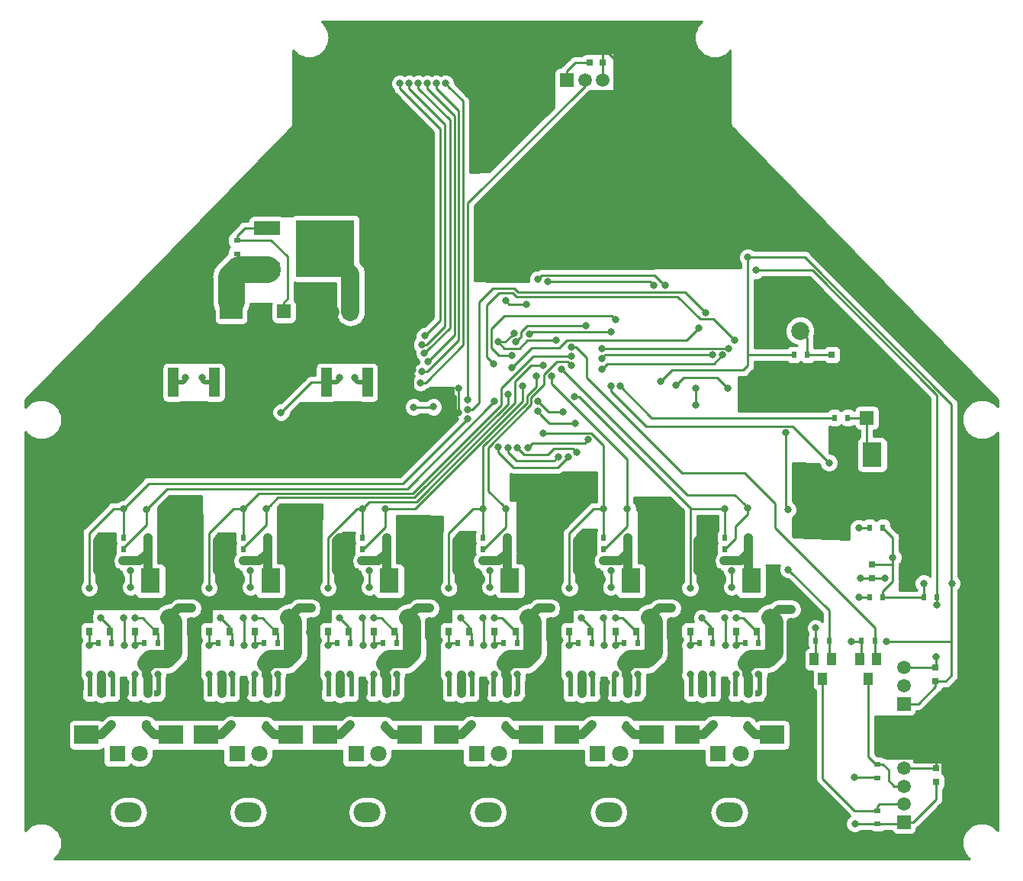
<source format=gbr>
G04 #@! TF.GenerationSoftware,KiCad,Pcbnew,(5.0.0)*
G04 #@! TF.CreationDate,2018-12-21T16:51:23+09:00*
G04 #@! TF.ProjectId,lancer_mainbord_v1,6C616E6365725F6D61696E626F72645F,rev?*
G04 #@! TF.SameCoordinates,Original*
G04 #@! TF.FileFunction,Copper,L2,Bot,Signal*
G04 #@! TF.FilePolarity,Positive*
%FSLAX46Y46*%
G04 Gerber Fmt 4.6, Leading zero omitted, Abs format (unit mm)*
G04 Created by KiCad (PCBNEW (5.0.0)) date 12/21/18 16:51:23*
%MOMM*%
%LPD*%
G01*
G04 APERTURE LIST*
G04 #@! TA.AperFunction,SMDPad,CuDef*
%ADD10R,1.000000X1.400000*%
G04 #@! TD*
G04 #@! TA.AperFunction,ComponentPad*
%ADD11C,2.000000*%
G04 #@! TD*
G04 #@! TA.AperFunction,ComponentPad*
%ADD12R,1.500000X1.500000*%
G04 #@! TD*
G04 #@! TA.AperFunction,ComponentPad*
%ADD13C,1.500000*%
G04 #@! TD*
G04 #@! TA.AperFunction,ComponentPad*
%ADD14C,1.524000*%
G04 #@! TD*
G04 #@! TA.AperFunction,ComponentPad*
%ADD15R,1.524000X1.524000*%
G04 #@! TD*
G04 #@! TA.AperFunction,ComponentPad*
%ADD16R,2.500000X4.000000*%
G04 #@! TD*
G04 #@! TA.AperFunction,ComponentPad*
%ADD17O,2.500000X4.000000*%
G04 #@! TD*
G04 #@! TA.AperFunction,SMDPad,CuDef*
%ADD18R,0.800000X0.700000*%
G04 #@! TD*
G04 #@! TA.AperFunction,SMDPad,CuDef*
%ADD19R,1.200000X3.200000*%
G04 #@! TD*
G04 #@! TA.AperFunction,SMDPad,CuDef*
%ADD20R,5.500000X7.000000*%
G04 #@! TD*
G04 #@! TA.AperFunction,SMDPad,CuDef*
%ADD21R,0.700000X0.800000*%
G04 #@! TD*
G04 #@! TA.AperFunction,SMDPad,CuDef*
%ADD22R,2.159000X2.734000*%
G04 #@! TD*
G04 #@! TA.AperFunction,SMDPad,CuDef*
%ADD23R,0.800000X0.900000*%
G04 #@! TD*
G04 #@! TA.AperFunction,SMDPad,CuDef*
%ADD24R,2.734000X2.159000*%
G04 #@! TD*
G04 #@! TA.AperFunction,SMDPad,CuDef*
%ADD25R,0.500000X0.800000*%
G04 #@! TD*
G04 #@! TA.AperFunction,SMDPad,CuDef*
%ADD26R,0.800000X0.500000*%
G04 #@! TD*
G04 #@! TA.AperFunction,ComponentPad*
%ADD27O,3.000000X2.200000*%
G04 #@! TD*
G04 #@! TA.AperFunction,ComponentPad*
%ADD28R,1.800000X1.800000*%
G04 #@! TD*
G04 #@! TA.AperFunction,ComponentPad*
%ADD29C,1.800000*%
G04 #@! TD*
G04 #@! TA.AperFunction,SMDPad,CuDef*
%ADD30R,6.500000X6.300000*%
G04 #@! TD*
G04 #@! TA.AperFunction,SMDPad,CuDef*
%ADD31R,2.900000X1.500000*%
G04 #@! TD*
G04 #@! TA.AperFunction,ViaPad*
%ADD32C,1.800000*%
G04 #@! TD*
G04 #@! TA.AperFunction,ViaPad*
%ADD33C,0.800000*%
G04 #@! TD*
G04 #@! TA.AperFunction,Conductor*
%ADD34C,1.000000*%
G04 #@! TD*
G04 #@! TA.AperFunction,Conductor*
%ADD35C,0.500000*%
G04 #@! TD*
G04 #@! TA.AperFunction,Conductor*
%ADD36C,3.000000*%
G04 #@! TD*
G04 #@! TA.AperFunction,Conductor*
%ADD37C,0.250000*%
G04 #@! TD*
G04 #@! TA.AperFunction,Conductor*
%ADD38C,2.000000*%
G04 #@! TD*
G04 #@! TA.AperFunction,Conductor*
%ADD39C,1.500000*%
G04 #@! TD*
G04 #@! TA.AperFunction,Conductor*
%ADD40C,0.254000*%
G04 #@! TD*
G04 APERTURE END LIST*
D10*
G04 #@! TO.P,Q1,1*
G04 #@! TO.N,+3V3*
X189850000Y-118100000D03*
G04 #@! TO.P,Q1,2*
G04 #@! TO.N,ENCORDER_A*
X191750000Y-118100000D03*
G04 #@! TO.P,Q1,3*
G04 #@! TO.N,Net-(J2-Pad2)*
X190800000Y-120300000D03*
G04 #@! TD*
G04 #@! TO.P,Q2,1*
G04 #@! TO.N,+3V3*
X194925000Y-118050000D03*
G04 #@! TO.P,Q2,2*
G04 #@! TO.N,ENCORDER_B*
X196825000Y-118050000D03*
G04 #@! TO.P,Q2,3*
G04 #@! TO.N,Net-(J2-Pad3)*
X195875000Y-120250000D03*
G04 #@! TD*
D11*
G04 #@! TO.P,SW1,1*
G04 #@! TO.N,GND*
X193300000Y-81650000D03*
G04 #@! TO.P,SW1,2*
G04 #@! TO.N,NRST*
X188300000Y-81650000D03*
G04 #@! TD*
D12*
G04 #@! TO.P,J4,1*
G04 #@! TO.N,+3V3*
X199800000Y-123050000D03*
D13*
G04 #@! TO.P,J4,2*
G04 #@! TO.N,POTENTIOMETER2*
X199800000Y-121050000D03*
G04 #@! TO.P,J4,3*
G04 #@! TO.N,GND*
X199800000Y-119050000D03*
G04 #@! TD*
D12*
G04 #@! TO.P,P3,1*
G04 #@! TO.N,+12V*
X138400000Y-79550000D03*
D13*
G04 #@! TO.P,P3,2*
G04 #@! TO.N,GND*
X136400000Y-79550000D03*
G04 #@! TD*
D14*
G04 #@! TO.P,P2,2*
G04 #@! TO.N,GND*
X129000000Y-79500000D03*
D15*
G04 #@! TO.P,P2,1*
G04 #@! TO.N,Net-(P2-Pad1)*
X131000000Y-79500000D03*
G04 #@! TD*
D16*
G04 #@! TO.P,P1,1*
G04 #@! TO.N,Net-(P1-Pad1)*
X125150000Y-78350000D03*
D17*
G04 #@! TO.P,P1,2*
G04 #@! TO.N,GND*
X121150000Y-78350000D03*
G04 #@! TD*
D18*
G04 #@! TO.P,C15,1*
G04 #@! TO.N,+5V*
X203350000Y-131675000D03*
G04 #@! TO.P,C15,2*
G04 #@! TO.N,GND*
X203350000Y-130175000D03*
G04 #@! TD*
D14*
G04 #@! TO.P,BZ1,2*
G04 #@! TO.N,GND*
X200700000Y-91300000D03*
D15*
G04 #@! TO.P,BZ1,1*
G04 #@! TO.N,Net-(BZ1-Pad1)*
X195700000Y-91300000D03*
G04 #@! TD*
D19*
G04 #@! TO.P,U1,1*
G04 #@! TO.N,+12V*
X118720000Y-87380000D03*
G04 #@! TO.P,U1,3*
G04 #@! TO.N,+5V*
X123280000Y-87380000D03*
D20*
G04 #@! TO.P,U1,2*
G04 #@! TO.N,GND*
X121000000Y-93500000D03*
G04 #@! TD*
D19*
G04 #@! TO.P,U2,1*
G04 #@! TO.N,+5V*
X135720000Y-87380000D03*
G04 #@! TO.P,U2,3*
G04 #@! TO.N,+3V3*
X140280000Y-87380000D03*
D20*
G04 #@! TO.P,U2,2*
G04 #@! TO.N,GND*
X138000000Y-93500000D03*
G04 #@! TD*
D21*
G04 #@! TO.P,C9,1*
G04 #@! TO.N,+12V*
X113175000Y-107200000D03*
G04 #@! TO.P,C9,2*
G04 #@! TO.N,GND*
X111675000Y-107200000D03*
G04 #@! TD*
G04 #@! TO.P,C10,1*
G04 #@! TO.N,+12V*
X126475000Y-107200000D03*
G04 #@! TO.P,C10,2*
G04 #@! TO.N,GND*
X124975000Y-107200000D03*
G04 #@! TD*
G04 #@! TO.P,C11,1*
G04 #@! TO.N,+12V*
X139675000Y-107200000D03*
G04 #@! TO.P,C11,2*
G04 #@! TO.N,GND*
X138175000Y-107200000D03*
G04 #@! TD*
G04 #@! TO.P,C12,1*
G04 #@! TO.N,+12V*
X166475000Y-107200000D03*
G04 #@! TO.P,C12,2*
G04 #@! TO.N,GND*
X164975000Y-107200000D03*
G04 #@! TD*
G04 #@! TO.P,C13,1*
G04 #@! TO.N,+12V*
X179875000Y-107200000D03*
G04 #@! TO.P,C13,2*
G04 #@! TO.N,GND*
X178375000Y-107200000D03*
G04 #@! TD*
G04 #@! TO.P,C14,1*
G04 #@! TO.N,+12V*
X153075000Y-107200000D03*
G04 #@! TO.P,C14,2*
G04 #@! TO.N,GND*
X151575000Y-107200000D03*
G04 #@! TD*
D18*
G04 #@! TO.P,C16,1*
G04 #@! TO.N,+3V3*
X203325000Y-120550000D03*
G04 #@! TO.P,C16,2*
G04 #@! TO.N,GND*
X203325000Y-119050000D03*
G04 #@! TD*
D22*
G04 #@! TO.P,D1,2*
G04 #@! TO.N,GND*
X111780000Y-109400000D03*
G04 #@! TO.P,D1,1*
G04 #@! TO.N,+12V*
X116200000Y-109400000D03*
G04 #@! TD*
G04 #@! TO.P,D2,2*
G04 #@! TO.N,GND*
X125100000Y-109400000D03*
G04 #@! TO.P,D2,1*
G04 #@! TO.N,+12V*
X129520000Y-109400000D03*
G04 #@! TD*
G04 #@! TO.P,D3,2*
G04 #@! TO.N,GND*
X138280000Y-109400000D03*
G04 #@! TO.P,D3,1*
G04 #@! TO.N,+12V*
X142700000Y-109400000D03*
G04 #@! TD*
D23*
G04 #@! TO.P,D4,2*
G04 #@! TO.N,Net-(D4-Pad2)*
X111700000Y-115000000D03*
G04 #@! TO.P,D4,1*
G04 #@! TO.N,Net-(D4-Pad1)*
X109400000Y-115000000D03*
G04 #@! TD*
G04 #@! TO.P,D5,2*
G04 #@! TO.N,Net-(D5-Pad2)*
X116800000Y-115000000D03*
G04 #@! TO.P,D5,1*
G04 #@! TO.N,Net-(D5-Pad1)*
X114500000Y-115000000D03*
G04 #@! TD*
G04 #@! TO.P,D6,2*
G04 #@! TO.N,Net-(D6-Pad2)*
X125000000Y-115000000D03*
G04 #@! TO.P,D6,1*
G04 #@! TO.N,Net-(D6-Pad1)*
X122700000Y-115000000D03*
G04 #@! TD*
G04 #@! TO.P,D7,2*
G04 #@! TO.N,Net-(D7-Pad2)*
X130100000Y-115000000D03*
G04 #@! TO.P,D7,1*
G04 #@! TO.N,Net-(D7-Pad1)*
X127800000Y-115000000D03*
G04 #@! TD*
G04 #@! TO.P,D8,2*
G04 #@! TO.N,Net-(D8-Pad2)*
X138200000Y-115000000D03*
G04 #@! TO.P,D8,1*
G04 #@! TO.N,Net-(D8-Pad1)*
X135900000Y-115000000D03*
G04 #@! TD*
G04 #@! TO.P,D9,2*
G04 #@! TO.N,Net-(D9-Pad2)*
X143300000Y-115000000D03*
G04 #@! TO.P,D9,1*
G04 #@! TO.N,Net-(D9-Pad1)*
X141000000Y-115000000D03*
G04 #@! TD*
D24*
G04 #@! TO.P,D10,2*
G04 #@! TO.N,GND*
X118500000Y-130920000D03*
G04 #@! TO.P,D10,1*
G04 #@! TO.N,Net-(D10-Pad1)*
X118500000Y-126500000D03*
G04 #@! TD*
G04 #@! TO.P,D11,2*
G04 #@! TO.N,GND*
X131800000Y-130920000D03*
G04 #@! TO.P,D11,1*
G04 #@! TO.N,Net-(D11-Pad1)*
X131800000Y-126500000D03*
G04 #@! TD*
G04 #@! TO.P,D12,2*
G04 #@! TO.N,GND*
X145000000Y-130920000D03*
G04 #@! TO.P,D12,1*
G04 #@! TO.N,Net-(D12-Pad1)*
X145000000Y-126500000D03*
G04 #@! TD*
G04 #@! TO.P,D13,2*
G04 #@! TO.N,GND*
X109100000Y-130920000D03*
G04 #@! TO.P,D13,1*
G04 #@! TO.N,Net-(D13-Pad1)*
X109100000Y-126500000D03*
G04 #@! TD*
G04 #@! TO.P,D14,2*
G04 #@! TO.N,GND*
X122400000Y-130920000D03*
G04 #@! TO.P,D14,1*
G04 #@! TO.N,Net-(D14-Pad1)*
X122400000Y-126500000D03*
G04 #@! TD*
G04 #@! TO.P,D15,2*
G04 #@! TO.N,GND*
X135600000Y-130920000D03*
G04 #@! TO.P,D15,1*
G04 #@! TO.N,Net-(D15-Pad1)*
X135600000Y-126500000D03*
G04 #@! TD*
D22*
G04 #@! TO.P,D16,2*
G04 #@! TO.N,GND*
X165080000Y-109400000D03*
G04 #@! TO.P,D16,1*
G04 #@! TO.N,+12V*
X169500000Y-109400000D03*
G04 #@! TD*
G04 #@! TO.P,D17,2*
G04 #@! TO.N,GND*
X178480000Y-109400000D03*
G04 #@! TO.P,D17,1*
G04 #@! TO.N,+12V*
X182900000Y-109400000D03*
G04 #@! TD*
G04 #@! TO.P,D18,2*
G04 #@! TO.N,GND*
X151680000Y-109400000D03*
G04 #@! TO.P,D18,1*
G04 #@! TO.N,+12V*
X156100000Y-109400000D03*
G04 #@! TD*
D23*
G04 #@! TO.P,D19,2*
G04 #@! TO.N,Net-(D19-Pad2)*
X165000000Y-115000000D03*
G04 #@! TO.P,D19,1*
G04 #@! TO.N,Net-(D19-Pad1)*
X162700000Y-115000000D03*
G04 #@! TD*
G04 #@! TO.P,D20,2*
G04 #@! TO.N,Net-(D20-Pad2)*
X170100000Y-115000000D03*
G04 #@! TO.P,D20,1*
G04 #@! TO.N,Net-(D20-Pad1)*
X167800000Y-115000000D03*
G04 #@! TD*
G04 #@! TO.P,D21,2*
G04 #@! TO.N,Net-(D21-Pad2)*
X178400000Y-115000000D03*
G04 #@! TO.P,D21,1*
G04 #@! TO.N,Net-(D21-Pad1)*
X176100000Y-115000000D03*
G04 #@! TD*
G04 #@! TO.P,D22,2*
G04 #@! TO.N,Net-(D22-Pad2)*
X183500000Y-115000000D03*
G04 #@! TO.P,D22,1*
G04 #@! TO.N,Net-(D22-Pad1)*
X181200000Y-115000000D03*
G04 #@! TD*
G04 #@! TO.P,D23,2*
G04 #@! TO.N,Net-(D23-Pad2)*
X151600000Y-115000000D03*
G04 #@! TO.P,D23,1*
G04 #@! TO.N,Net-(D23-Pad1)*
X149300000Y-115000000D03*
G04 #@! TD*
G04 #@! TO.P,D24,2*
G04 #@! TO.N,Net-(D24-Pad2)*
X156700000Y-115000000D03*
G04 #@! TO.P,D24,1*
G04 #@! TO.N,Net-(D24-Pad1)*
X154400000Y-115000000D03*
G04 #@! TD*
D24*
G04 #@! TO.P,D25,2*
G04 #@! TO.N,GND*
X171800000Y-130920000D03*
G04 #@! TO.P,D25,1*
G04 #@! TO.N,Net-(D25-Pad1)*
X171800000Y-126500000D03*
G04 #@! TD*
G04 #@! TO.P,D26,2*
G04 #@! TO.N,GND*
X185200000Y-130920000D03*
G04 #@! TO.P,D26,1*
G04 #@! TO.N,Net-(D26-Pad1)*
X185200000Y-126500000D03*
G04 #@! TD*
G04 #@! TO.P,D27,2*
G04 #@! TO.N,GND*
X158400000Y-130920000D03*
G04 #@! TO.P,D27,1*
G04 #@! TO.N,Net-(D27-Pad1)*
X158400000Y-126500000D03*
G04 #@! TD*
G04 #@! TO.P,D28,2*
G04 #@! TO.N,GND*
X162400000Y-130920000D03*
G04 #@! TO.P,D28,1*
G04 #@! TO.N,Net-(D28-Pad1)*
X162400000Y-126500000D03*
G04 #@! TD*
G04 #@! TO.P,D29,2*
G04 #@! TO.N,GND*
X175800000Y-130920000D03*
G04 #@! TO.P,D29,1*
G04 #@! TO.N,Net-(D29-Pad1)*
X175800000Y-126500000D03*
G04 #@! TD*
G04 #@! TO.P,D30,2*
G04 #@! TO.N,GND*
X149000000Y-130920000D03*
G04 #@! TO.P,D30,1*
G04 #@! TO.N,Net-(D30-Pad1)*
X149000000Y-126500000D03*
G04 #@! TD*
D22*
G04 #@! TO.P,D31,2*
G04 #@! TO.N,GND*
X200720000Y-95400000D03*
G04 #@! TO.P,D31,1*
G04 #@! TO.N,Net-(BZ1-Pad1)*
X196300000Y-95400000D03*
G04 #@! TD*
D25*
G04 #@! TO.P,R3,2*
G04 #@! TO.N,GND*
X111700000Y-105900000D03*
G04 #@! TO.P,R3,1*
G04 #@! TO.N,DIR1*
X113200000Y-105900000D03*
G04 #@! TD*
G04 #@! TO.P,R4,2*
G04 #@! TO.N,GND*
X125000000Y-105900000D03*
G04 #@! TO.P,R4,1*
G04 #@! TO.N,DIR2*
X126500000Y-105900000D03*
G04 #@! TD*
G04 #@! TO.P,R5,2*
G04 #@! TO.N,GND*
X138200000Y-105900000D03*
G04 #@! TO.P,R5,1*
G04 #@! TO.N,DIR3*
X139700000Y-105900000D03*
G04 #@! TD*
G04 #@! TO.P,R6,2*
G04 #@! TO.N,GND*
X111700000Y-104600000D03*
G04 #@! TO.P,R6,1*
G04 #@! TO.N,LF_PWM*
X113200000Y-104600000D03*
G04 #@! TD*
G04 #@! TO.P,R7,2*
G04 #@! TO.N,GND*
X125000000Y-104600000D03*
G04 #@! TO.P,R7,1*
G04 #@! TO.N,LB_PWM*
X126500000Y-104600000D03*
G04 #@! TD*
G04 #@! TO.P,R8,2*
G04 #@! TO.N,GND*
X138200000Y-104600000D03*
G04 #@! TO.P,R8,1*
G04 #@! TO.N,S_PWM*
X139700000Y-104600000D03*
G04 #@! TD*
G04 #@! TO.P,R9,2*
G04 #@! TO.N,Net-(D4-Pad2)*
X111900000Y-116300000D03*
G04 #@! TO.P,R9,1*
G04 #@! TO.N,Net-(D4-Pad1)*
X110400000Y-116300000D03*
G04 #@! TD*
G04 #@! TO.P,R10,2*
G04 #@! TO.N,Net-(D5-Pad2)*
X117000000Y-116300000D03*
G04 #@! TO.P,R10,1*
G04 #@! TO.N,Net-(D5-Pad1)*
X115500000Y-116300000D03*
G04 #@! TD*
G04 #@! TO.P,R11,2*
G04 #@! TO.N,Net-(D6-Pad2)*
X125200000Y-116300000D03*
G04 #@! TO.P,R11,1*
G04 #@! TO.N,Net-(D6-Pad1)*
X123700000Y-116300000D03*
G04 #@! TD*
G04 #@! TO.P,R12,2*
G04 #@! TO.N,Net-(D7-Pad2)*
X130300000Y-116300000D03*
G04 #@! TO.P,R12,1*
G04 #@! TO.N,Net-(D7-Pad1)*
X128800000Y-116300000D03*
G04 #@! TD*
G04 #@! TO.P,R13,2*
G04 #@! TO.N,Net-(D8-Pad2)*
X138400000Y-116300000D03*
G04 #@! TO.P,R13,1*
G04 #@! TO.N,Net-(D8-Pad1)*
X136900000Y-116300000D03*
G04 #@! TD*
G04 #@! TO.P,R14,2*
G04 #@! TO.N,Net-(D9-Pad2)*
X143500000Y-116300000D03*
G04 #@! TO.P,R14,1*
G04 #@! TO.N,Net-(D9-Pad1)*
X142000000Y-116300000D03*
G04 #@! TD*
G04 #@! TO.P,R15,2*
G04 #@! TO.N,Net-(D4-Pad1)*
X109500000Y-121900000D03*
G04 #@! TO.P,R15,1*
G04 #@! TO.N,+12V*
X111000000Y-121900000D03*
G04 #@! TD*
G04 #@! TO.P,R16,2*
G04 #@! TO.N,Net-(FET1-Pad2)*
X112000000Y-121900000D03*
G04 #@! TO.P,R16,1*
G04 #@! TO.N,GND*
X113500000Y-121900000D03*
G04 #@! TD*
G04 #@! TO.P,R17,2*
G04 #@! TO.N,Net-(D5-Pad1)*
X114400000Y-121900000D03*
G04 #@! TO.P,R17,1*
G04 #@! TO.N,+12V*
X115900000Y-121900000D03*
G04 #@! TD*
G04 #@! TO.P,R18,2*
G04 #@! TO.N,Net-(FET2-Pad2)*
X116900000Y-121900000D03*
G04 #@! TO.P,R18,1*
G04 #@! TO.N,GND*
X118400000Y-121900000D03*
G04 #@! TD*
G04 #@! TO.P,R19,2*
G04 #@! TO.N,Net-(D6-Pad1)*
X122800000Y-121900000D03*
G04 #@! TO.P,R19,1*
G04 #@! TO.N,+12V*
X124300000Y-121900000D03*
G04 #@! TD*
G04 #@! TO.P,R20,2*
G04 #@! TO.N,Net-(FET3-Pad2)*
X125300000Y-121900000D03*
G04 #@! TO.P,R20,1*
G04 #@! TO.N,GND*
X126800000Y-121900000D03*
G04 #@! TD*
G04 #@! TO.P,R21,2*
G04 #@! TO.N,Net-(D7-Pad1)*
X127700000Y-121900000D03*
G04 #@! TO.P,R21,1*
G04 #@! TO.N,+12V*
X129200000Y-121900000D03*
G04 #@! TD*
G04 #@! TO.P,R22,2*
G04 #@! TO.N,Net-(FET4-Pad2)*
X130200000Y-121900000D03*
G04 #@! TO.P,R22,1*
G04 #@! TO.N,GND*
X131700000Y-121900000D03*
G04 #@! TD*
G04 #@! TO.P,R23,2*
G04 #@! TO.N,Net-(D8-Pad1)*
X136000000Y-121900000D03*
G04 #@! TO.P,R23,1*
G04 #@! TO.N,+12V*
X137500000Y-121900000D03*
G04 #@! TD*
G04 #@! TO.P,R24,2*
G04 #@! TO.N,Net-(FET5-Pad2)*
X138500000Y-121900000D03*
G04 #@! TO.P,R24,1*
G04 #@! TO.N,GND*
X140000000Y-121900000D03*
G04 #@! TD*
G04 #@! TO.P,R25,2*
G04 #@! TO.N,Net-(D9-Pad1)*
X140900000Y-121900000D03*
G04 #@! TO.P,R25,1*
G04 #@! TO.N,+12V*
X142400000Y-121900000D03*
G04 #@! TD*
G04 #@! TO.P,R26,2*
G04 #@! TO.N,Net-(FET6-Pad2)*
X143400000Y-121900000D03*
G04 #@! TO.P,R26,1*
G04 #@! TO.N,GND*
X144900000Y-121900000D03*
G04 #@! TD*
G04 #@! TO.P,R27,2*
G04 #@! TO.N,GND*
X165000000Y-105900000D03*
G04 #@! TO.P,R27,1*
G04 #@! TO.N,DIR4*
X166500000Y-105900000D03*
G04 #@! TD*
G04 #@! TO.P,R28,2*
G04 #@! TO.N,GND*
X178400000Y-105900000D03*
G04 #@! TO.P,R28,1*
G04 #@! TO.N,DIR5*
X179900000Y-105900000D03*
G04 #@! TD*
G04 #@! TO.P,R29,2*
G04 #@! TO.N,GND*
X151600000Y-105900000D03*
G04 #@! TO.P,R29,1*
G04 #@! TO.N,DIR6*
X153100000Y-105900000D03*
G04 #@! TD*
G04 #@! TO.P,R30,2*
G04 #@! TO.N,GND*
X165000000Y-104600000D03*
G04 #@! TO.P,R30,1*
G04 #@! TO.N,RF_PWM*
X166500000Y-104600000D03*
G04 #@! TD*
G04 #@! TO.P,R31,2*
G04 #@! TO.N,GND*
X178400000Y-104600000D03*
G04 #@! TO.P,R31,1*
G04 #@! TO.N,RB_PWM*
X179900000Y-104600000D03*
G04 #@! TD*
G04 #@! TO.P,R32,2*
G04 #@! TO.N,GND*
X151600000Y-104600000D03*
G04 #@! TO.P,R32,1*
G04 #@! TO.N,LANCE_PWM*
X153100000Y-104600000D03*
G04 #@! TD*
G04 #@! TO.P,R33,2*
G04 #@! TO.N,Net-(D19-Pad2)*
X165200000Y-116300000D03*
G04 #@! TO.P,R33,1*
G04 #@! TO.N,Net-(D19-Pad1)*
X163700000Y-116300000D03*
G04 #@! TD*
G04 #@! TO.P,R34,2*
G04 #@! TO.N,Net-(D20-Pad2)*
X170300000Y-116300000D03*
G04 #@! TO.P,R34,1*
G04 #@! TO.N,Net-(D20-Pad1)*
X168800000Y-116300000D03*
G04 #@! TD*
G04 #@! TO.P,R35,2*
G04 #@! TO.N,Net-(D21-Pad2)*
X178600000Y-116300000D03*
G04 #@! TO.P,R35,1*
G04 #@! TO.N,Net-(D21-Pad1)*
X177100000Y-116300000D03*
G04 #@! TD*
G04 #@! TO.P,R36,2*
G04 #@! TO.N,Net-(D22-Pad2)*
X183700000Y-116300000D03*
G04 #@! TO.P,R36,1*
G04 #@! TO.N,Net-(D22-Pad1)*
X182200000Y-116300000D03*
G04 #@! TD*
G04 #@! TO.P,R37,2*
G04 #@! TO.N,Net-(D23-Pad2)*
X151800000Y-116300000D03*
G04 #@! TO.P,R37,1*
G04 #@! TO.N,Net-(D23-Pad1)*
X150300000Y-116300000D03*
G04 #@! TD*
G04 #@! TO.P,R38,2*
G04 #@! TO.N,Net-(D24-Pad2)*
X156900000Y-116300000D03*
G04 #@! TO.P,R38,1*
G04 #@! TO.N,Net-(D24-Pad1)*
X155400000Y-116300000D03*
G04 #@! TD*
G04 #@! TO.P,R39,2*
G04 #@! TO.N,Net-(D19-Pad1)*
X162800000Y-121900000D03*
G04 #@! TO.P,R39,1*
G04 #@! TO.N,+12V*
X164300000Y-121900000D03*
G04 #@! TD*
G04 #@! TO.P,R40,2*
G04 #@! TO.N,Net-(FET7-Pad2)*
X165300000Y-121900000D03*
G04 #@! TO.P,R40,1*
G04 #@! TO.N,GND*
X166800000Y-121900000D03*
G04 #@! TD*
G04 #@! TO.P,R41,2*
G04 #@! TO.N,Net-(D20-Pad1)*
X167700000Y-121900000D03*
G04 #@! TO.P,R41,1*
G04 #@! TO.N,+12V*
X169200000Y-121900000D03*
G04 #@! TD*
G04 #@! TO.P,R42,2*
G04 #@! TO.N,Net-(FET8-Pad2)*
X170200000Y-121900000D03*
G04 #@! TO.P,R42,1*
G04 #@! TO.N,GND*
X171700000Y-121900000D03*
G04 #@! TD*
G04 #@! TO.P,R43,2*
G04 #@! TO.N,Net-(D21-Pad1)*
X176200000Y-121900000D03*
G04 #@! TO.P,R43,1*
G04 #@! TO.N,+12V*
X177700000Y-121900000D03*
G04 #@! TD*
G04 #@! TO.P,R44,2*
G04 #@! TO.N,Net-(FET9-Pad2)*
X178700000Y-121900000D03*
G04 #@! TO.P,R44,1*
G04 #@! TO.N,GND*
X180200000Y-121900000D03*
G04 #@! TD*
G04 #@! TO.P,R45,2*
G04 #@! TO.N,Net-(D22-Pad1)*
X181100000Y-121900000D03*
G04 #@! TO.P,R45,1*
G04 #@! TO.N,+12V*
X182600000Y-121900000D03*
G04 #@! TD*
G04 #@! TO.P,R46,2*
G04 #@! TO.N,Net-(FET10-Pad2)*
X183600000Y-121900000D03*
G04 #@! TO.P,R46,1*
G04 #@! TO.N,GND*
X185100000Y-121900000D03*
G04 #@! TD*
G04 #@! TO.P,R47,2*
G04 #@! TO.N,Net-(D23-Pad1)*
X149400000Y-121900000D03*
G04 #@! TO.P,R47,1*
G04 #@! TO.N,+12V*
X150900000Y-121900000D03*
G04 #@! TD*
G04 #@! TO.P,R48,2*
G04 #@! TO.N,Net-(FET11-Pad2)*
X151900000Y-121900000D03*
G04 #@! TO.P,R48,1*
G04 #@! TO.N,GND*
X153400000Y-121900000D03*
G04 #@! TD*
G04 #@! TO.P,R49,2*
G04 #@! TO.N,Net-(D24-Pad1)*
X154300000Y-121900000D03*
G04 #@! TO.P,R49,1*
G04 #@! TO.N,+12V*
X155800000Y-121900000D03*
G04 #@! TD*
G04 #@! TO.P,R50,2*
G04 #@! TO.N,Net-(FET12-Pad2)*
X156800000Y-121900000D03*
G04 #@! TO.P,R50,1*
G04 #@! TO.N,GND*
X158300000Y-121900000D03*
G04 #@! TD*
G04 #@! TO.P,R51,2*
G04 #@! TO.N,Net-(J1-Pad8)*
X196000000Y-111200000D03*
G04 #@! TO.P,R51,1*
G04 #@! TO.N,+3V3*
X197500000Y-111200000D03*
G04 #@! TD*
G04 #@! TO.P,R52,2*
G04 #@! TO.N,Net-(J1-Pad1)*
X196000000Y-103500000D03*
G04 #@! TO.P,R52,1*
G04 #@! TO.N,+3V3*
X197500000Y-103500000D03*
G04 #@! TD*
G04 #@! TO.P,R53,2*
G04 #@! TO.N,CARD_DETECTION*
X203500000Y-111200000D03*
G04 #@! TO.P,R53,1*
G04 #@! TO.N,+3V3*
X202000000Y-111200000D03*
G04 #@! TD*
G04 #@! TO.P,R60,2*
G04 #@! TO.N,ENCORDER_A*
X191500000Y-116050000D03*
G04 #@! TO.P,R60,1*
G04 #@! TO.N,+3V3*
X190000000Y-116050000D03*
G04 #@! TD*
G04 #@! TO.P,R61,2*
G04 #@! TO.N,ENCORDER_B*
X196575000Y-116075000D03*
G04 #@! TO.P,R61,1*
G04 #@! TO.N,+3V3*
X195075000Y-116075000D03*
G04 #@! TD*
D26*
G04 #@! TO.P,R62,2*
G04 #@! TO.N,Net-(J2-Pad3)*
X196850000Y-129750000D03*
G04 #@! TO.P,R62,1*
G04 #@! TO.N,+5V*
X196850000Y-131250000D03*
G04 #@! TD*
G04 #@! TO.P,R63,2*
G04 #@! TO.N,Net-(J2-Pad2)*
X196900000Y-134900000D03*
G04 #@! TO.P,R63,1*
G04 #@! TO.N,+5V*
X196900000Y-136400000D03*
G04 #@! TD*
D25*
G04 #@! TO.P,R64,2*
G04 #@! TO.N,Net-(BZ1-Pad1)*
X193600000Y-91300000D03*
G04 #@! TO.P,R64,1*
G04 #@! TO.N,BZ*
X192100000Y-91300000D03*
G04 #@! TD*
D27*
G04 #@! TO.P,P4,*
G04 #@! TO.N,*
X113750000Y-135100000D03*
D28*
G04 #@! TO.P,P4,1*
G04 #@! TO.N,Net-(D13-Pad1)*
X112500000Y-128600000D03*
D29*
G04 #@! TO.P,P4,2*
G04 #@! TO.N,Net-(D10-Pad1)*
X115000000Y-128600000D03*
G04 #@! TD*
D27*
G04 #@! TO.P,P5,*
G04 #@! TO.N,*
X127050000Y-135100000D03*
D28*
G04 #@! TO.P,P5,1*
G04 #@! TO.N,Net-(D14-Pad1)*
X125800000Y-128600000D03*
D29*
G04 #@! TO.P,P5,2*
G04 #@! TO.N,Net-(D11-Pad1)*
X128300000Y-128600000D03*
G04 #@! TD*
D27*
G04 #@! TO.P,P6,*
G04 #@! TO.N,*
X140250000Y-135100000D03*
D28*
G04 #@! TO.P,P6,1*
G04 #@! TO.N,Net-(D15-Pad1)*
X139000000Y-128600000D03*
D29*
G04 #@! TO.P,P6,2*
G04 #@! TO.N,Net-(D12-Pad1)*
X141500000Y-128600000D03*
G04 #@! TD*
D27*
G04 #@! TO.P,P7,*
G04 #@! TO.N,*
X167050000Y-135100000D03*
D28*
G04 #@! TO.P,P7,1*
G04 #@! TO.N,Net-(D28-Pad1)*
X165800000Y-128600000D03*
D29*
G04 #@! TO.P,P7,2*
G04 #@! TO.N,Net-(D25-Pad1)*
X168300000Y-128600000D03*
G04 #@! TD*
D27*
G04 #@! TO.P,P8,*
G04 #@! TO.N,*
X180450000Y-135100000D03*
D28*
G04 #@! TO.P,P8,1*
G04 #@! TO.N,Net-(D29-Pad1)*
X179200000Y-128600000D03*
D29*
G04 #@! TO.P,P8,2*
G04 #@! TO.N,Net-(D26-Pad1)*
X181700000Y-128600000D03*
G04 #@! TD*
D27*
G04 #@! TO.P,P9,*
G04 #@! TO.N,*
X153650000Y-135100000D03*
D28*
G04 #@! TO.P,P9,1*
G04 #@! TO.N,Net-(D30-Pad1)*
X152400000Y-128600000D03*
D29*
G04 #@! TO.P,P9,2*
G04 #@! TO.N,Net-(D27-Pad1)*
X154900000Y-128600000D03*
G04 #@! TD*
D12*
G04 #@! TO.P,J2,1*
G04 #@! TO.N,+5V*
X199825000Y-136200000D03*
D13*
G04 #@! TO.P,J2,2*
G04 #@! TO.N,Net-(J2-Pad2)*
X199825000Y-134200000D03*
G04 #@! TO.P,J2,3*
G04 #@! TO.N,Net-(J2-Pad3)*
X199825000Y-132200000D03*
G04 #@! TO.P,J2,4*
G04 #@! TO.N,GND*
X199825000Y-130200000D03*
G04 #@! TD*
D12*
G04 #@! TO.P,J3,1*
G04 #@! TO.N,+3V3*
X162400000Y-53800000D03*
D13*
G04 #@! TO.P,J3,2*
G04 #@! TO.N,POTENTIOMETER1*
X164400000Y-53800000D03*
G04 #@! TO.P,J3,3*
G04 #@! TO.N,GND*
X166400000Y-53800000D03*
G04 #@! TD*
D18*
G04 #@! TO.P,C18,1*
G04 #@! TO.N,+12V*
X120775000Y-112450000D03*
G04 #@! TO.P,C18,2*
G04 #@! TO.N,GND*
X120775000Y-113950000D03*
G04 #@! TD*
G04 #@! TO.P,C19,1*
G04 #@! TO.N,+12V*
X134025000Y-112450000D03*
G04 #@! TO.P,C19,2*
G04 #@! TO.N,GND*
X134025000Y-113950000D03*
G04 #@! TD*
G04 #@! TO.P,C20,1*
G04 #@! TO.N,+12V*
X147200000Y-112450000D03*
G04 #@! TO.P,C20,2*
G04 #@! TO.N,GND*
X147200000Y-113950000D03*
G04 #@! TD*
G04 #@! TO.P,C21,1*
G04 #@! TO.N,+12V*
X174000000Y-112450000D03*
G04 #@! TO.P,C21,2*
G04 #@! TO.N,GND*
X174000000Y-113950000D03*
G04 #@! TD*
G04 #@! TO.P,C22,1*
G04 #@! TO.N,+12V*
X187300000Y-112550000D03*
G04 #@! TO.P,C22,2*
G04 #@! TO.N,GND*
X187300000Y-114050000D03*
G04 #@! TD*
G04 #@! TO.P,C23,1*
G04 #@! TO.N,+12V*
X160600000Y-112450000D03*
G04 #@! TO.P,C23,2*
G04 #@! TO.N,GND*
X160600000Y-113950000D03*
G04 #@! TD*
D21*
G04 #@! TO.P,C24,1*
G04 #@! TO.N,+3V3*
X164925000Y-51900000D03*
G04 #@! TO.P,C24,2*
G04 #@! TO.N,GND*
X166425000Y-51900000D03*
G04 #@! TD*
D18*
G04 #@! TO.P,C25,1*
G04 #@! TO.N,+3V3*
X196300000Y-107625000D03*
G04 #@! TO.P,C25,2*
G04 #@! TO.N,GND*
X196300000Y-109125000D03*
G04 #@! TD*
D26*
G04 #@! TO.P,R65,2*
G04 #@! TO.N,Net-(P2-Pad1)*
X125800000Y-71600000D03*
G04 #@! TO.P,R65,1*
G04 #@! TO.N,Net-(P1-Pad1)*
X125800000Y-73100000D03*
G04 #@! TD*
D25*
G04 #@! TO.P,R66,2*
G04 #@! TO.N,NRST*
X189100000Y-84300000D03*
G04 #@! TO.P,R66,1*
G04 #@! TO.N,+3V3*
X187600000Y-84300000D03*
G04 #@! TD*
D21*
G04 #@! TO.P,C28,1*
G04 #@! TO.N,NRST*
X191825000Y-84300000D03*
G04 #@! TO.P,C28,2*
G04 #@! TO.N,GND*
X193325000Y-84300000D03*
G04 #@! TD*
D30*
G04 #@! TO.P,Q3,2*
G04 #@! TO.N,+12V*
X135600000Y-72514000D03*
D31*
G04 #@! TO.P,Q3,3*
G04 #@! TO.N,Net-(P2-Pad1)*
X129100000Y-70228000D03*
G04 #@! TO.P,Q3,1*
G04 #@! TO.N,Net-(P1-Pad1)*
X129100000Y-74800000D03*
G04 #@! TD*
D32*
G04 #@! TO.N,GND*
X160390000Y-139000000D03*
X146990000Y-139000000D03*
X133790000Y-139000000D03*
D33*
X126800000Y-120700000D03*
X131700000Y-120700000D03*
X124000000Y-104600000D03*
X140000000Y-120700000D03*
X144900000Y-120700000D03*
X137200000Y-104600000D03*
X164000000Y-104600000D03*
X166800000Y-120700000D03*
X171700000Y-120700000D03*
X177400000Y-104600000D03*
X180200000Y-120700000D03*
X185100000Y-120700000D03*
X150600000Y-104600000D03*
X153400000Y-120700000D03*
X158300000Y-120700000D03*
X110700000Y-104600000D03*
X118400000Y-120700000D03*
X113500000Y-120700000D03*
D32*
X120500000Y-139000000D03*
X185200000Y-138700000D03*
D33*
X148900000Y-51800000D03*
X147650000Y-88625000D03*
X195000000Y-109100000D03*
X197700000Y-109100000D03*
X154800000Y-82900000D03*
X150400000Y-88000000D03*
X162005849Y-90658510D03*
X120800000Y-115300000D03*
X120800000Y-108000000D03*
X120900000Y-101300000D03*
X134200000Y-101300000D03*
X134000000Y-107800000D03*
X134000000Y-115100000D03*
X147100000Y-102600000D03*
X147200000Y-107600000D03*
X147200000Y-115625000D03*
X160625000Y-115900000D03*
X160600000Y-107600000D03*
X160800000Y-101000000D03*
X174100000Y-101100000D03*
X174000000Y-108900000D03*
X174000000Y-115700000D03*
D32*
X173790000Y-139000000D03*
D33*
X161200000Y-82699998D03*
X159179044Y-89500044D03*
X156598082Y-81889769D03*
D32*
X104800000Y-98800000D03*
X104800000Y-130900000D03*
X104800000Y-116800000D03*
D33*
X139900000Y-50900000D03*
D32*
X177900000Y-57300000D03*
X201100000Y-105800000D03*
D33*
X127300000Y-90700000D03*
X133400000Y-84500000D03*
X113500000Y-91050000D03*
X145000000Y-93900000D03*
X203350000Y-117850000D03*
X203375000Y-128700000D03*
D32*
X207650000Y-124425000D03*
D33*
X150400247Y-90777226D03*
X185900000Y-69700000D03*
X145300000Y-86000000D03*
G04 #@! TO.N,+12V*
X124000000Y-119800000D03*
X129200000Y-104600000D03*
X129000000Y-119800000D03*
D32*
X131600000Y-113500000D03*
D33*
X137200000Y-119800000D03*
X142400000Y-104600000D03*
X142200000Y-119800000D03*
D32*
X144800000Y-113500000D03*
X171600000Y-113500000D03*
D33*
X169000000Y-119800000D03*
X164000000Y-119800000D03*
X169200000Y-104600000D03*
X182400000Y-119800000D03*
X177400000Y-119800000D03*
X182600000Y-104600000D03*
D32*
X158200000Y-113500000D03*
D33*
X155600000Y-119800000D03*
X150600000Y-119800000D03*
X155800000Y-104600000D03*
X115900000Y-104600000D03*
X110700000Y-119800000D03*
X115700000Y-119800000D03*
D32*
X118300000Y-113500000D03*
D33*
X120100000Y-86800000D03*
D32*
X185000000Y-113500000D03*
D33*
G04 #@! TO.N,+5V*
X130700000Y-90700000D03*
X137149990Y-86808598D03*
X121900000Y-86800000D03*
X194350000Y-131175000D03*
X194375000Y-136375000D03*
G04 #@! TO.N,+3V3*
X182500004Y-73500000D03*
X172800000Y-87300000D03*
X145424979Y-90109477D03*
X147599992Y-90100000D03*
X198600000Y-106800000D03*
X163300000Y-91900000D03*
X164500000Y-81074990D03*
X156769439Y-82874990D03*
X138850010Y-86808598D03*
X159153934Y-90550161D03*
X202000000Y-109675000D03*
X205125000Y-109675000D03*
X197900000Y-116100000D03*
X194000000Y-116100000D03*
X190000000Y-114650000D03*
G04 #@! TO.N,SDA*
X159200000Y-75900002D03*
X173300000Y-76625032D03*
G04 #@! TO.N,SCL*
X160300000Y-76200000D03*
X172100000Y-76625032D03*
G04 #@! TO.N,Net-(CPU1-Pad60)*
X157923596Y-78717360D03*
X155600000Y-78299994D03*
G04 #@! TO.N,BZ*
X168300013Y-87800000D03*
X167800000Y-80400000D03*
X156325010Y-84355888D03*
G04 #@! TO.N,CS*
X167300000Y-81800000D03*
X167300000Y-87800000D03*
X191500000Y-96300000D03*
X158220063Y-81974988D03*
G04 #@! TO.N,LANCE_PWM*
X149300000Y-110200000D03*
X153100000Y-101400000D03*
X159000000Y-86700000D03*
G04 #@! TO.N,S_PWM*
X135900000Y-110200000D03*
X139700000Y-101400000D03*
X159800000Y-85500000D03*
G04 #@! TO.N,TCK*
X174500000Y-87700000D03*
X180300000Y-88000000D03*
G04 #@! TO.N,TMS*
X180400000Y-83600000D03*
X166299998Y-83600000D03*
G04 #@! TO.N,ENCORDER_B*
X162900000Y-83475010D03*
G04 #@! TO.N,LB_PWM*
X122700000Y-110200000D03*
X126500000Y-101400000D03*
X162911350Y-84474958D03*
G04 #@! TO.N,RX*
X178600000Y-84325010D03*
X166300000Y-84700000D03*
G04 #@! TO.N,TX*
X179700000Y-84325010D03*
X166300002Y-85900000D03*
G04 #@! TO.N,DIR6*
X162899082Y-85474895D03*
X155675004Y-101400000D03*
G04 #@! TO.N,DIR5*
X161800000Y-85900000D03*
X182500000Y-101325000D03*
G04 #@! TO.N,DIR4*
X160700000Y-86700000D03*
X169125000Y-101425000D03*
G04 #@! TO.N,DIR3*
X157464427Y-87764427D03*
X142250000Y-101400000D03*
G04 #@! TO.N,DIR2*
X155900002Y-88724957D03*
X129050000Y-101425000D03*
G04 #@! TO.N,DIR1*
X154400000Y-89475010D03*
X115775000Y-101450000D03*
G04 #@! TO.N,RB_PWM*
X176100000Y-110200000D03*
X179900000Y-101400000D03*
X163235649Y-88950055D03*
G04 #@! TO.N,ENCORDER_A*
X186700002Y-92974990D03*
X186974999Y-101500064D03*
X187000002Y-108150000D03*
G04 #@! TO.N,TACT_SW3*
X176700000Y-89925021D03*
X176700004Y-88000000D03*
G04 #@! TO.N,LF_PWM*
X113200000Y-101400000D03*
X109400000Y-110200000D03*
X151400000Y-91400008D03*
G04 #@! TO.N,RF_PWM*
X162700000Y-110200000D03*
X166500000Y-101400000D03*
X159800000Y-93000000D03*
G04 #@! TO.N,ANALOG_SEN6*
X146149989Y-87400000D03*
X148914253Y-54188934D03*
G04 #@! TO.N,ANALOG_SEN5*
X147914140Y-54187322D03*
X146361097Y-86176253D03*
G04 #@! TO.N,MOSI*
X164800000Y-93724977D03*
X158100000Y-94600000D03*
G04 #@! TO.N,MISO*
X156900000Y-94600000D03*
X163489607Y-95150003D03*
G04 #@! TO.N,SCK*
X155900000Y-94600000D03*
X161497483Y-95625010D03*
G04 #@! TO.N,POTENTIOMETER2*
X154825000Y-94575000D03*
X162550000Y-95650000D03*
G04 #@! TO.N,POTENTIOMETER1*
X151437340Y-89337340D03*
G04 #@! TO.N,TACT_SW2*
X177074990Y-81300000D03*
X156325010Y-85723739D03*
G04 #@! TO.N,ANALOG_SEN4*
X146914210Y-54200108D03*
X146993813Y-85044520D03*
G04 #@! TO.N,ANALOG_SEN3*
X145914264Y-54188700D03*
X146600520Y-84125094D03*
G04 #@! TO.N,ANALOG_SEN2*
X144914253Y-54188934D03*
X146303566Y-83170190D03*
G04 #@! TO.N,ANALOG_SEN1*
X143900000Y-54200000D03*
X146630151Y-82225010D03*
G04 #@! TO.N,NRST*
X181000000Y-82700000D03*
X154274990Y-85295896D03*
G04 #@! TO.N,TACT_SW1*
X177792551Y-79624990D03*
X151400000Y-90400000D03*
G04 #@! TO.N,CARD_DETECTION*
X203500000Y-112100000D03*
X183437340Y-74937340D03*
G04 #@! TO.N,Net-(D4-Pad2)*
X110700000Y-113500000D03*
G04 #@! TO.N,Net-(D4-Pad1)*
X109400000Y-116600000D03*
X109400000Y-119800000D03*
G04 #@! TO.N,Net-(D5-Pad1)*
X114500000Y-116600000D03*
X114500000Y-119800000D03*
G04 #@! TO.N,Net-(D5-Pad2)*
X114000000Y-110100000D03*
X114000000Y-108300000D03*
X114500000Y-113500000D03*
G04 #@! TO.N,Net-(D6-Pad1)*
X122700000Y-119800000D03*
X122700000Y-116600000D03*
G04 #@! TO.N,Net-(D6-Pad2)*
X124000000Y-113500000D03*
G04 #@! TO.N,Net-(D7-Pad2)*
X127800000Y-113500000D03*
X127300000Y-108300000D03*
X127300000Y-110100000D03*
G04 #@! TO.N,Net-(D7-Pad1)*
X127800000Y-119800000D03*
X127800000Y-116600000D03*
G04 #@! TO.N,Net-(D8-Pad2)*
X137200000Y-113500000D03*
G04 #@! TO.N,Net-(D8-Pad1)*
X135900000Y-119800000D03*
X135900000Y-116600000D03*
G04 #@! TO.N,Net-(D9-Pad1)*
X141000000Y-119800000D03*
X141000000Y-116600000D03*
G04 #@! TO.N,Net-(D9-Pad2)*
X141000000Y-113500000D03*
X140500000Y-108300000D03*
X140500000Y-110100000D03*
G04 #@! TO.N,Net-(D10-Pad1)*
X115760000Y-125400000D03*
G04 #@! TO.N,Net-(D11-Pad1)*
X129050000Y-125400000D03*
G04 #@! TO.N,Net-(D12-Pad1)*
X142250000Y-125400000D03*
G04 #@! TO.N,Net-(D13-Pad1)*
X111900000Y-125400000D03*
G04 #@! TO.N,Net-(D14-Pad1)*
X125190000Y-125400000D03*
G04 #@! TO.N,Net-(D15-Pad1)*
X138390000Y-125400000D03*
G04 #@! TO.N,Net-(D19-Pad1)*
X162700000Y-116600000D03*
X162700000Y-119800000D03*
G04 #@! TO.N,Net-(D19-Pad2)*
X164000000Y-113500000D03*
G04 #@! TO.N,Net-(D20-Pad2)*
X167300000Y-110100000D03*
X167800000Y-113500000D03*
X167300000Y-108300000D03*
G04 #@! TO.N,Net-(D20-Pad1)*
X167800000Y-119800000D03*
X167800000Y-116600000D03*
G04 #@! TO.N,Net-(D21-Pad2)*
X177400000Y-113500000D03*
G04 #@! TO.N,Net-(D21-Pad1)*
X176100000Y-116600000D03*
X176100000Y-119800000D03*
G04 #@! TO.N,Net-(D22-Pad1)*
X181200000Y-119800000D03*
X181200000Y-116600000D03*
G04 #@! TO.N,Net-(D22-Pad2)*
X180700000Y-110100000D03*
X180700000Y-108300000D03*
X181200000Y-113500000D03*
G04 #@! TO.N,Net-(D23-Pad2)*
X150600000Y-113500000D03*
G04 #@! TO.N,Net-(D23-Pad1)*
X149300000Y-116600000D03*
X149300000Y-119800000D03*
G04 #@! TO.N,Net-(D24-Pad1)*
X154400000Y-119800000D03*
X154400000Y-116600000D03*
G04 #@! TO.N,Net-(D24-Pad2)*
X153900000Y-110100000D03*
X154400000Y-113500000D03*
X153900000Y-108300000D03*
G04 #@! TO.N,Net-(D25-Pad1)*
X169050000Y-125400000D03*
X169050000Y-125400000D03*
G04 #@! TO.N,Net-(D26-Pad1)*
X182500000Y-125400000D03*
G04 #@! TO.N,Net-(D27-Pad1)*
X155650000Y-125400000D03*
G04 #@! TO.N,Net-(D28-Pad1)*
X165190000Y-125400000D03*
X165190000Y-125400000D03*
G04 #@! TO.N,Net-(D29-Pad1)*
X178640000Y-125400000D03*
G04 #@! TO.N,Net-(D30-Pad1)*
X151790000Y-125400000D03*
G04 #@! TO.N,Net-(FET1-Pad2)*
X111900000Y-119800000D03*
X113300000Y-116600000D03*
X113200000Y-113500000D03*
G04 #@! TO.N,Net-(FET2-Pad2)*
X117000000Y-119800000D03*
G04 #@! TO.N,Net-(FET3-Pad2)*
X125200000Y-119800000D03*
X126600000Y-116600000D03*
X126500000Y-113500000D03*
G04 #@! TO.N,Net-(FET4-Pad2)*
X130300000Y-119800000D03*
G04 #@! TO.N,Net-(FET5-Pad2)*
X138400000Y-119800000D03*
X139800000Y-116600000D03*
X139700000Y-113500000D03*
G04 #@! TO.N,Net-(FET6-Pad2)*
X143500000Y-119800000D03*
G04 #@! TO.N,Net-(FET7-Pad2)*
X166500000Y-113500000D03*
X166600000Y-116600000D03*
X165200000Y-119800000D03*
G04 #@! TO.N,Net-(FET8-Pad2)*
X170300000Y-119800000D03*
G04 #@! TO.N,Net-(FET9-Pad2)*
X180000000Y-116600000D03*
X178600000Y-119800000D03*
X179900000Y-113500000D03*
G04 #@! TO.N,Net-(FET10-Pad2)*
X183700000Y-119800000D03*
G04 #@! TO.N,Net-(FET11-Pad2)*
X153100000Y-113500000D03*
X153200000Y-116600000D03*
X151800000Y-119800000D03*
G04 #@! TO.N,Net-(FET12-Pad2)*
X156900000Y-119800000D03*
G04 #@! TO.N,Net-(J1-Pad1)*
X194800000Y-103500000D03*
G04 #@! TO.N,Net-(J1-Pad8)*
X194800000Y-111200000D03*
G04 #@! TD*
D34*
G04 #@! TO.N,GND*
X171790000Y-130920000D02*
X173790000Y-130920000D01*
X173790000Y-130920000D02*
X175690000Y-130920000D01*
X171790000Y-130920000D02*
X173790000Y-130920000D01*
X173790000Y-130920000D02*
X175690000Y-130920000D01*
X158390000Y-130920000D02*
X160390000Y-130920000D01*
X160390000Y-130920000D02*
X162290000Y-130920000D01*
X144990000Y-130920000D02*
X146990000Y-130920000D01*
X146990000Y-130920000D02*
X148890000Y-130920000D01*
X131790000Y-130920000D02*
X133790000Y-130920000D01*
X133790000Y-130920000D02*
X135690000Y-130920000D01*
X123600000Y-108300000D02*
X124300000Y-109000000D01*
X126600000Y-121900000D02*
X126600000Y-120700000D01*
D35*
X124300000Y-109000000D02*
X125080000Y-109000000D01*
D34*
X131700000Y-121900000D02*
X131700000Y-120700000D01*
X123600001Y-104999999D02*
X124000000Y-104600000D01*
X125000000Y-104600000D02*
X125000000Y-107175000D01*
X125000000Y-104600000D02*
X124000000Y-104600000D01*
X123600000Y-108300000D02*
X123600001Y-104999999D01*
X136800000Y-108300000D02*
X137500000Y-109000000D01*
X139800000Y-121900000D02*
X139800000Y-120700000D01*
D35*
X137500000Y-109000000D02*
X138280000Y-109000000D01*
D34*
X144900000Y-121900000D02*
X144900000Y-120700000D01*
X136800001Y-104999999D02*
X137200000Y-104600000D01*
X138200000Y-104600000D02*
X138200000Y-107175000D01*
X138200000Y-104600000D02*
X137200000Y-104600000D01*
X136800000Y-108300000D02*
X136800001Y-104999999D01*
X163600001Y-104999999D02*
X164000000Y-104600000D01*
X165000000Y-104600000D02*
X165000000Y-107175000D01*
X171700000Y-121900000D02*
X171700000Y-120700000D01*
X166600000Y-121900000D02*
X166600000Y-120700000D01*
X165000000Y-104600000D02*
X164000000Y-104600000D01*
D35*
X164300000Y-109000000D02*
X165080000Y-109000000D01*
D34*
X163600000Y-108300000D02*
X163600001Y-104999999D01*
X163600000Y-108300000D02*
X164300000Y-109000000D01*
X177000001Y-104999999D02*
X177400000Y-104600000D01*
X178400000Y-104600000D02*
X178400000Y-107175000D01*
X185100000Y-121900000D02*
X185100000Y-120700000D01*
X180000000Y-121900000D02*
X180000000Y-120700000D01*
X178400000Y-104600000D02*
X177400000Y-104600000D01*
D35*
X177700000Y-109000000D02*
X178480000Y-109000000D01*
D34*
X177000000Y-108300000D02*
X177000001Y-104999999D01*
X177000000Y-108300000D02*
X177700000Y-109000000D01*
X150200001Y-104999999D02*
X150600000Y-104600000D01*
X151600000Y-104600000D02*
X151600000Y-107175000D01*
X158300000Y-121900000D02*
X158300000Y-120700000D01*
X153200000Y-121900000D02*
X153200000Y-120700000D01*
X151600000Y-104600000D02*
X150600000Y-104600000D01*
D35*
X150900000Y-109000000D02*
X151680000Y-109000000D01*
D34*
X150200000Y-108300000D02*
X150200001Y-104999999D01*
X150200000Y-108300000D02*
X150900000Y-109000000D01*
D35*
X111000000Y-109000000D02*
X111780000Y-109000000D01*
D34*
X110300000Y-108300000D02*
X111000000Y-109000000D01*
X113300000Y-121900000D02*
X113300000Y-120700000D01*
X118400000Y-121900000D02*
X118400000Y-120700000D01*
X111700000Y-104600000D02*
X110700000Y-104600000D01*
X110300001Y-104999999D02*
X110700000Y-104600000D01*
X110300000Y-108300000D02*
X110300001Y-104999999D01*
X111700000Y-107175000D02*
X111675000Y-107200000D01*
X111700000Y-104600000D02*
X111700000Y-107175000D01*
D36*
X126750000Y-93500000D02*
X121000000Y-93500000D01*
X138000000Y-93500000D02*
X132250000Y-93500000D01*
X132250000Y-93500000D02*
X129400000Y-93500000D01*
D34*
X118500000Y-130920000D02*
X120500000Y-130920000D01*
X120500000Y-130920000D02*
X122400000Y-130920000D01*
D37*
X138000000Y-92750000D02*
X138000000Y-93500000D01*
X148800000Y-50900000D02*
X165200000Y-50900000D01*
X148800000Y-51700000D02*
X148800000Y-50900000D01*
X148900000Y-51800000D02*
X148800000Y-51700000D01*
X165200000Y-50900000D02*
X165600000Y-50900000D01*
X166425000Y-50925000D02*
X166400000Y-50900000D01*
X166425000Y-51900000D02*
X166425000Y-50925000D01*
X165600000Y-50900000D02*
X166400000Y-50900000D01*
X166425000Y-53775000D02*
X166400000Y-53800000D01*
X166425000Y-51900000D02*
X166425000Y-53775000D01*
X196300000Y-109125000D02*
X195025000Y-109125000D01*
X195025000Y-109125000D02*
X195000000Y-109100000D01*
X196325000Y-109100000D02*
X196300000Y-109125000D01*
X197700000Y-109100000D02*
X196325000Y-109100000D01*
X140500000Y-50900000D02*
X140600000Y-50900000D01*
X140600000Y-50900000D02*
X148800000Y-50900000D01*
D36*
X129400000Y-93500000D02*
X126750000Y-93500000D01*
D34*
X173790000Y-139000000D02*
X173790000Y-139000000D01*
D37*
X160634315Y-82699998D02*
X161200000Y-82699998D01*
X158045914Y-82699998D02*
X160634315Y-82699998D01*
X155506528Y-83606528D02*
X157139384Y-83606528D01*
X154800000Y-82900000D02*
X155506528Y-83606528D01*
X157139384Y-83606528D02*
X158045914Y-82699998D01*
X162005849Y-90658510D02*
X160337510Y-90658510D01*
X160337510Y-90658510D02*
X159579043Y-89900043D01*
X159579043Y-89900043D02*
X159179044Y-89500044D01*
X154800000Y-82900000D02*
X155587851Y-82900000D01*
X155587851Y-82900000D02*
X156198083Y-82289768D01*
X156198083Y-82289768D02*
X156598082Y-81889769D01*
X139900000Y-50900000D02*
X140600000Y-50900000D01*
D36*
X110100000Y-93500000D02*
X104800000Y-98800000D01*
X121000000Y-93500000D02*
X113500000Y-93500000D01*
X113500000Y-93500000D02*
X110100000Y-93500000D01*
D35*
X129400000Y-92800000D02*
X129400000Y-93500000D01*
X133400000Y-84500000D02*
X133400000Y-86100000D01*
X128800000Y-90700000D02*
X127300000Y-90700000D01*
X133400000Y-86100000D02*
X128800000Y-90700000D01*
X128800000Y-92900000D02*
X129400000Y-93500000D01*
X128800000Y-90700000D02*
X128800000Y-92900000D01*
D37*
X145299999Y-88625000D02*
X145274999Y-88600000D01*
X147650000Y-88625000D02*
X145299999Y-88625000D01*
D36*
X115050000Y-78350000D02*
X121150000Y-78350000D01*
X110100000Y-83300000D02*
X115050000Y-78350000D01*
X110100000Y-93500000D02*
X110100000Y-83300000D01*
D35*
X113500000Y-93500000D02*
X113500000Y-91050000D01*
X138400000Y-93900000D02*
X138000000Y-93500000D01*
X145000000Y-93900000D02*
X144175000Y-93900000D01*
X144175000Y-93900000D02*
X138400000Y-93900000D01*
D38*
X120500000Y-139000000D02*
X120500000Y-130920000D01*
X133790000Y-137727208D02*
X133790000Y-130920000D01*
X133790000Y-139000000D02*
X133790000Y-137727208D01*
X146990000Y-137727208D02*
X146990000Y-130920000D01*
X146990000Y-139000000D02*
X146990000Y-137727208D01*
X160390000Y-137727208D02*
X160390000Y-130920000D01*
X160390000Y-139000000D02*
X160390000Y-137727208D01*
X173790000Y-137727208D02*
X173790000Y-130920000D01*
X173790000Y-139000000D02*
X173790000Y-137727208D01*
X185200000Y-138700000D02*
X185200000Y-130920000D01*
X171800000Y-130920000D02*
X175800000Y-130920000D01*
X158400000Y-130920000D02*
X162400000Y-130920000D01*
X145000000Y-130920000D02*
X149000000Y-130920000D01*
X131800000Y-130920000D02*
X135600000Y-130920000D01*
X118500000Y-130920000D02*
X122400000Y-130920000D01*
D34*
X160600000Y-115875000D02*
X160625000Y-115900000D01*
X160600000Y-113950000D02*
X160600000Y-115875000D01*
X174000000Y-113950000D02*
X174000000Y-115700000D01*
X185665685Y-120700000D02*
X185100000Y-120700000D01*
X186150000Y-120700000D02*
X185665685Y-120700000D01*
X187300000Y-114050000D02*
X187300000Y-119550000D01*
X147200000Y-113950000D02*
X147200000Y-115625000D01*
X134025000Y-115075000D02*
X134000000Y-115100000D01*
X134025000Y-113950000D02*
X134025000Y-115075000D01*
X120775000Y-115275000D02*
X120800000Y-115300000D01*
X120775000Y-113950000D02*
X120775000Y-115275000D01*
D37*
X144175000Y-89025000D02*
X144175000Y-93900000D01*
X145274999Y-88600000D02*
X144600000Y-88600000D01*
X144600000Y-88600000D02*
X144175000Y-89025000D01*
D39*
X104820000Y-130920000D02*
X104800000Y-130900000D01*
X109100000Y-130920000D02*
X104820000Y-130920000D01*
D34*
X187300000Y-119550000D02*
X186150000Y-120700000D01*
D37*
X202675000Y-119050000D02*
X199800000Y-119050000D01*
X203325000Y-119050000D02*
X202675000Y-119050000D01*
X199850000Y-130175000D02*
X199825000Y-130200000D01*
X203350000Y-130175000D02*
X199850000Y-130175000D01*
X203350000Y-119025000D02*
X203325000Y-119050000D01*
X203350000Y-117850000D02*
X203350000Y-119025000D01*
X203375000Y-130150000D02*
X203350000Y-130175000D01*
X203375000Y-128700000D02*
X203375000Y-130150000D01*
X150400000Y-88000000D02*
X150400000Y-90776979D01*
X150400000Y-90776979D02*
X150400247Y-90777226D01*
X200700000Y-95380000D02*
X200720000Y-95400000D01*
X200700000Y-91300000D02*
X200700000Y-95380000D01*
X193300000Y-84275000D02*
X193325000Y-84300000D01*
X193300000Y-81650000D02*
X193300000Y-84275000D01*
X167100000Y-50900000D02*
X166400000Y-50900000D01*
X185900000Y-69700000D02*
X167100000Y-50900000D01*
X145300000Y-86565685D02*
X145300000Y-86000000D01*
X145274999Y-88600000D02*
X145300000Y-88574999D01*
X145300000Y-88574999D02*
X145300000Y-86565685D01*
G04 #@! TO.N,Net-(BZ1-Pad1)*
X193600000Y-91300000D02*
X195700000Y-91300000D01*
X195700000Y-94800000D02*
X196300000Y-95400000D01*
X195700000Y-91300000D02*
X195700000Y-94800000D01*
D34*
G04 #@! TO.N,+12V*
X115725000Y-119825000D02*
X115725000Y-118575000D01*
X129025000Y-119825000D02*
X129025000Y-118575000D01*
X142225000Y-119825000D02*
X142225000Y-118575000D01*
X169025000Y-119825000D02*
X169025000Y-118575000D01*
X155600000Y-119825000D02*
X155600000Y-118575000D01*
X124100000Y-119900000D02*
X124100000Y-121900000D01*
X129200000Y-106300000D02*
X129200000Y-108700000D01*
X128300000Y-107200000D02*
X129200000Y-106300000D01*
X126475000Y-107200000D02*
X128300000Y-107200000D01*
X129200000Y-104600000D02*
X129200000Y-106300000D01*
X129200000Y-120000000D02*
X129200000Y-121900000D01*
X142200000Y-119800000D02*
X142200000Y-118600000D01*
X137300000Y-119900000D02*
X137300000Y-121900000D01*
X142400000Y-106300000D02*
X142400000Y-108700000D01*
X141500000Y-107200000D02*
X142400000Y-106300000D01*
X139675000Y-107200000D02*
X141500000Y-107200000D01*
X142400000Y-104600000D02*
X142400000Y-106300000D01*
X142400000Y-120000000D02*
X142400000Y-121900000D01*
X169200000Y-106300000D02*
X169200000Y-108700000D01*
X166475000Y-107200000D02*
X168300000Y-107200000D01*
X169200000Y-120000000D02*
X169200000Y-121900000D01*
X164100000Y-119900000D02*
X164100000Y-121900000D01*
X169200000Y-104600000D02*
X169200000Y-106300000D01*
X168300000Y-107200000D02*
X169200000Y-106300000D01*
X182600000Y-104600000D02*
X182600000Y-106300000D01*
X182600000Y-106300000D02*
X182600000Y-108700000D01*
X179875000Y-107200000D02*
X181700000Y-107200000D01*
X182600000Y-120000000D02*
X182600000Y-121900000D01*
X177500000Y-119900000D02*
X177500000Y-121900000D01*
X181700000Y-107200000D02*
X182600000Y-106300000D01*
X155800000Y-106300000D02*
X155800000Y-108700000D01*
X153075000Y-107200000D02*
X154900000Y-107200000D01*
X155800000Y-120000000D02*
X155800000Y-121900000D01*
X150700000Y-119900000D02*
X150700000Y-121900000D01*
X155600000Y-119800000D02*
X155600000Y-118600000D01*
X155800000Y-104600000D02*
X155800000Y-106300000D01*
X154900000Y-107200000D02*
X155800000Y-106300000D01*
X115900000Y-104600000D02*
X115900000Y-106300000D01*
X115900000Y-106300000D02*
X115900000Y-108700000D01*
D35*
X115900000Y-108700000D02*
X116200000Y-109000000D01*
D34*
X113175000Y-107200000D02*
X115000000Y-107200000D01*
X115000000Y-107200000D02*
X115900000Y-106300000D01*
X110800000Y-119900000D02*
X110800000Y-121900000D01*
D35*
X110700000Y-119800000D02*
X110800000Y-119900000D01*
X115700000Y-119800000D02*
X115900000Y-120000000D01*
D34*
X115900000Y-120000000D02*
X115900000Y-121900000D01*
D35*
X185000000Y-113500000D02*
X186000000Y-113500000D01*
X118700000Y-87360000D02*
X118720000Y-87380000D01*
X120100000Y-87100000D02*
X120100000Y-86800000D01*
X119820000Y-87380000D02*
X120100000Y-87100000D01*
X118720000Y-87380000D02*
X119820000Y-87380000D01*
D34*
X182400000Y-119800000D02*
X182400000Y-118550000D01*
D38*
X118750000Y-113950000D02*
X118300000Y-113500000D01*
X118750000Y-117410002D02*
X118750000Y-113950000D01*
X118035002Y-118125000D02*
X118750000Y-117410002D01*
X115725000Y-118575000D02*
X116175000Y-118125000D01*
X116175000Y-118125000D02*
X118035002Y-118125000D01*
X185425000Y-113925000D02*
X185000000Y-113500000D01*
X185425000Y-117385002D02*
X185425000Y-113925000D01*
X184710002Y-118100000D02*
X185425000Y-117385002D01*
X182400000Y-118550000D02*
X182850000Y-118100000D01*
X182850000Y-118100000D02*
X184710002Y-118100000D01*
X172050000Y-113950000D02*
X171600000Y-113500000D01*
X172050000Y-117410002D02*
X172050000Y-113950000D01*
X171335002Y-118125000D02*
X172050000Y-117410002D01*
X169025000Y-118575000D02*
X169475000Y-118125000D01*
X169475000Y-118125000D02*
X171335002Y-118125000D01*
X158625000Y-113925000D02*
X158200000Y-113500000D01*
X158625000Y-117410002D02*
X158625000Y-113925000D01*
X157910002Y-118125000D02*
X158625000Y-117410002D01*
X155600000Y-118575000D02*
X156050000Y-118125000D01*
X156050000Y-118125000D02*
X157910002Y-118125000D01*
X145250000Y-113950000D02*
X144800000Y-113500000D01*
X145250000Y-117410002D02*
X145250000Y-113950000D01*
X144535002Y-118125000D02*
X145250000Y-117410002D01*
X142225000Y-118575000D02*
X142675000Y-118125000D01*
X142675000Y-118125000D02*
X144535002Y-118125000D01*
X132050000Y-113950000D02*
X131600000Y-113500000D01*
X132050000Y-117410002D02*
X132050000Y-113950000D01*
X131335002Y-118125000D02*
X132050000Y-117410002D01*
X129025000Y-118575000D02*
X129475000Y-118125000D01*
X129475000Y-118125000D02*
X131335002Y-118125000D01*
D34*
X159250000Y-112450000D02*
X160600000Y-112450000D01*
X158200000Y-113500000D02*
X159250000Y-112450000D01*
X172650000Y-112450000D02*
X174000000Y-112450000D01*
X171600000Y-113500000D02*
X172650000Y-112450000D01*
X185950000Y-112550000D02*
X187300000Y-112550000D01*
X185000000Y-113500000D02*
X185950000Y-112550000D01*
X145850000Y-112450000D02*
X147200000Y-112450000D01*
X144800000Y-113500000D02*
X145850000Y-112450000D01*
X132650000Y-112450000D02*
X134025000Y-112450000D01*
X131600000Y-113500000D02*
X132650000Y-112450000D01*
X119350000Y-112450000D02*
X120775000Y-112450000D01*
X118300000Y-113500000D02*
X119350000Y-112450000D01*
D38*
X138400000Y-75314000D02*
X135600000Y-72514000D01*
X138400000Y-79550000D02*
X138400000Y-75314000D01*
D35*
G04 #@! TO.N,+5V*
X123280000Y-87380000D02*
X123280000Y-86880000D01*
D37*
X134020000Y-87380000D02*
X131099999Y-90300001D01*
X131099999Y-90300001D02*
X130700000Y-90700000D01*
X135720000Y-87380000D02*
X134020000Y-87380000D01*
D35*
X137149990Y-87050010D02*
X137149990Y-86808598D01*
X135720000Y-87380000D02*
X136820000Y-87380000D01*
X136820000Y-87380000D02*
X137149990Y-87050010D01*
X121900000Y-87100000D02*
X121900000Y-86800000D01*
X122180000Y-87380000D02*
X121900000Y-87100000D01*
X123280000Y-87380000D02*
X122180000Y-87380000D01*
D37*
X200825000Y-136200000D02*
X199825000Y-136200000D01*
X203350000Y-133675000D02*
X200825000Y-136200000D01*
X203350000Y-131675000D02*
X203350000Y-133675000D01*
X199625000Y-136400000D02*
X199825000Y-136200000D01*
X196900000Y-136400000D02*
X199625000Y-136400000D01*
X196775000Y-131175000D02*
X196850000Y-131250000D01*
X194350000Y-131175000D02*
X196775000Y-131175000D01*
X196875000Y-136375000D02*
X196900000Y-136400000D01*
X194375000Y-136375000D02*
X196875000Y-136375000D01*
D35*
G04 #@! TO.N,+3V3*
X140280000Y-87380000D02*
X140280000Y-86880000D01*
D37*
X197500000Y-111200000D02*
X200500000Y-111200000D01*
X200500000Y-111200000D02*
X202000000Y-111200000D01*
X147590515Y-90109477D02*
X147599992Y-90100000D01*
X145424979Y-90109477D02*
X147590515Y-90109477D01*
X164325000Y-51900000D02*
X164925000Y-51900000D01*
X163300000Y-51900000D02*
X164325000Y-51900000D01*
X162400000Y-52800000D02*
X163300000Y-51900000D01*
X162400000Y-53800000D02*
X162400000Y-52800000D01*
X197500000Y-111200000D02*
X197500000Y-110550000D01*
X198600000Y-107365685D02*
X198600000Y-106800000D01*
X197500000Y-110550000D02*
X198600000Y-109450000D01*
X198600000Y-106500000D02*
X198600000Y-106800000D01*
X197500000Y-103500000D02*
X198600000Y-104600000D01*
X198600000Y-104600000D02*
X198600000Y-106500000D01*
X157325001Y-82319428D02*
X157169438Y-82474991D01*
X157169438Y-82474991D02*
X156769439Y-82874990D01*
X157325001Y-81789229D02*
X157325001Y-82319428D01*
X164500000Y-81074990D02*
X158039240Y-81074990D01*
X158039240Y-81074990D02*
X157325001Y-81789229D01*
D35*
X138850010Y-87050010D02*
X138850010Y-86808598D01*
X140280000Y-87380000D02*
X139180000Y-87380000D01*
X139180000Y-87380000D02*
X138850010Y-87050010D01*
D37*
X160503773Y-91900000D02*
X159553933Y-90950160D01*
X159553933Y-90950160D02*
X159153934Y-90550161D01*
X163300000Y-91900000D02*
X160503773Y-91900000D01*
X202000000Y-111200000D02*
X202000000Y-109675000D01*
X198575000Y-107625000D02*
X198600000Y-107650000D01*
X196300000Y-107625000D02*
X198575000Y-107625000D01*
X198600000Y-109450000D02*
X198600000Y-107650000D01*
X198600000Y-107650000D02*
X198600000Y-107365685D01*
X200800000Y-123050000D02*
X199800000Y-123050000D01*
X201425000Y-123050000D02*
X200800000Y-123050000D01*
X203325000Y-121150000D02*
X201425000Y-123050000D01*
X203325000Y-120550000D02*
X203325000Y-121150000D01*
X195075000Y-117900000D02*
X194925000Y-118050000D01*
X195075000Y-116075000D02*
X195075000Y-117900000D01*
X190000000Y-117950000D02*
X189850000Y-118100000D01*
X190000000Y-116050000D02*
X190000000Y-117950000D01*
X204450000Y-120550000D02*
X203325000Y-120550000D01*
X205099811Y-119900189D02*
X204450000Y-120550000D01*
X195050000Y-116100000D02*
X195075000Y-116075000D01*
X194000000Y-116100000D02*
X195050000Y-116100000D01*
X190000000Y-114650000D02*
X190000000Y-116050000D01*
X198465685Y-116100000D02*
X205099811Y-116100000D01*
X197900000Y-116100000D02*
X198465685Y-116100000D01*
X205099811Y-116100000D02*
X205099811Y-119900189D01*
X188836411Y-73500000D02*
X205099811Y-89763400D01*
X205099811Y-89763400D02*
X205099811Y-115675000D01*
X182500004Y-73500000D02*
X188836411Y-73500000D01*
X205099811Y-115675000D02*
X205099811Y-116100000D01*
X174100000Y-86000000D02*
X172800000Y-87300000D01*
X182000000Y-86000000D02*
X174100000Y-86000000D01*
X182500000Y-85500000D02*
X182000000Y-86000000D01*
X182500004Y-73500000D02*
X182500004Y-74065685D01*
X182500004Y-74065685D02*
X182500000Y-74065689D01*
X187600000Y-84300000D02*
X182500000Y-84300000D01*
X182500000Y-74065689D02*
X182500000Y-84300000D01*
X182500000Y-84300000D02*
X182500000Y-85500000D01*
G04 #@! TO.N,SDA*
X172149967Y-75474999D02*
X172900001Y-76225033D01*
X172900001Y-76225033D02*
X173300000Y-76625032D01*
X159625003Y-75474999D02*
X172149967Y-75474999D01*
X159200000Y-75900002D02*
X159625003Y-75474999D01*
G04 #@! TO.N,SCL*
X171700001Y-76225033D02*
X172100000Y-76625032D01*
X171674968Y-76200000D02*
X171700001Y-76225033D01*
X160300000Y-76200000D02*
X171674968Y-76200000D01*
G04 #@! TO.N,Net-(CPU1-Pad60)*
X155999999Y-78699993D02*
X155600000Y-78299994D01*
X157923596Y-78717360D02*
X156017366Y-78717360D01*
X156017366Y-78717360D02*
X155999999Y-78699993D01*
G04 #@! TO.N,BZ*
X167800000Y-80400000D02*
X167400001Y-80000001D01*
X154855888Y-84355888D02*
X155759325Y-84355888D01*
X155759325Y-84355888D02*
X156325010Y-84355888D01*
X154000000Y-83500000D02*
X154855888Y-84355888D01*
X154000000Y-81463590D02*
X154000000Y-83500000D01*
X155463589Y-80000001D02*
X154000000Y-81463590D01*
X167400001Y-80000001D02*
X155463589Y-80000001D01*
X183900000Y-91300000D02*
X192100000Y-91300000D01*
X168300013Y-87800000D02*
X171800013Y-91300000D01*
X171800013Y-91300000D02*
X183900000Y-91300000D01*
G04 #@! TO.N,CS*
X191100001Y-95900001D02*
X191500000Y-96300000D01*
X187449988Y-92249988D02*
X191100001Y-95900001D01*
X171184303Y-92249988D02*
X187449988Y-92249988D01*
X167300000Y-87800000D02*
X167300000Y-88365685D01*
X167300000Y-88365685D02*
X171184303Y-92249988D01*
X167300000Y-81800000D02*
X158395051Y-81800000D01*
X158395051Y-81800000D02*
X158220063Y-81974988D01*
G04 #@! TO.N,LANCE_PWM*
X153100000Y-101400000D02*
X153100000Y-104400000D01*
X149300000Y-104100000D02*
X149300000Y-110200000D01*
X152000000Y-101400000D02*
X149300000Y-104100000D01*
X153100000Y-101400000D02*
X152000000Y-101400000D01*
X159000000Y-87265685D02*
X159000000Y-86700000D01*
X158004031Y-88886556D02*
X159000000Y-87890587D01*
X158004031Y-89595969D02*
X158004031Y-88886556D01*
X153100000Y-94500000D02*
X158004031Y-89595969D01*
X159000000Y-87890587D02*
X159000000Y-87265685D01*
X153100000Y-101400000D02*
X153100000Y-94500000D01*
G04 #@! TO.N,S_PWM*
X139700000Y-101400000D02*
X139700000Y-104400000D01*
X135900000Y-104634315D02*
X135900000Y-109634315D01*
X135900000Y-109634315D02*
X135900000Y-110200000D01*
X139134315Y-101400000D02*
X135900000Y-104634315D01*
X139700000Y-101400000D02*
X139134315Y-101400000D01*
X159234315Y-85500000D02*
X159800000Y-85500000D01*
X139700000Y-101400000D02*
X140475002Y-100624998D01*
X158434315Y-85500000D02*
X159234315Y-85500000D01*
X140475002Y-100624998D02*
X145702182Y-100624998D01*
X145702182Y-100624998D02*
X156674999Y-89652181D01*
X156674999Y-89652181D02*
X156674999Y-87259316D01*
X156674999Y-87259316D02*
X158434315Y-85500000D01*
G04 #@! TO.N,TCK*
X175400000Y-86800000D02*
X179100000Y-86800000D01*
X174500000Y-87700000D02*
X174899999Y-87300001D01*
X174899999Y-87300001D02*
X175400000Y-86800000D01*
X179100000Y-86800000D02*
X180300000Y-88000000D01*
G04 #@! TO.N,TMS*
X180400000Y-83600000D02*
X166299998Y-83600000D01*
G04 #@! TO.N,ENCORDER_B*
X163465685Y-83475010D02*
X164600000Y-84609325D01*
X164600000Y-84609325D02*
X164600000Y-86800000D01*
X164600000Y-86800000D02*
X175200000Y-97400000D01*
X162900000Y-83475010D02*
X163465685Y-83475010D01*
X182100000Y-97400000D02*
X185500000Y-100800000D01*
X175200000Y-97400000D02*
X182100000Y-97400000D01*
X185500000Y-100800000D02*
X185500000Y-103550000D01*
X196575000Y-114625000D02*
X196575000Y-116075000D01*
X185500000Y-103550000D02*
X196575000Y-114625000D01*
X196575000Y-117800000D02*
X196825000Y-118050000D01*
X196575000Y-116075000D02*
X196575000Y-117800000D01*
G04 #@! TO.N,LB_PWM*
X122700000Y-104100000D02*
X122700000Y-110200000D01*
X126500000Y-101400000D02*
X126500000Y-104400000D01*
X125400000Y-101400000D02*
X122700000Y-104100000D01*
X126500000Y-101400000D02*
X125400000Y-101400000D01*
X155125001Y-89874999D02*
X155125001Y-87996752D01*
X162345665Y-84474958D02*
X162911350Y-84474958D01*
X158646795Y-84474958D02*
X162345665Y-84474958D01*
X155125001Y-87996752D02*
X158646795Y-84474958D01*
X145300000Y-99700000D02*
X155125001Y-89874999D01*
X128200000Y-99700000D02*
X145300000Y-99700000D01*
X126500000Y-101400000D02*
X128200000Y-99700000D01*
G04 #@! TO.N,RX*
X178600000Y-84325010D02*
X166674990Y-84325010D01*
X166674990Y-84325010D02*
X166300000Y-84700000D01*
G04 #@! TO.N,TX*
X166300000Y-85900000D02*
X166300002Y-85900000D01*
X166900000Y-85300000D02*
X166300000Y-85900000D01*
X179700000Y-84325010D02*
X178725010Y-85300000D01*
X178725010Y-85300000D02*
X166900000Y-85300000D01*
G04 #@! TO.N,DIR6*
X155275005Y-101000001D02*
X155675004Y-101400000D01*
X155675004Y-101965685D02*
X155675004Y-101400000D01*
X153200000Y-105900000D02*
X155675004Y-103424996D01*
X159900000Y-86473004D02*
X159900000Y-87626998D01*
X155675004Y-103424996D02*
X155675004Y-101965685D01*
X159900000Y-87626998D02*
X158454042Y-89072956D01*
X153700000Y-94600000D02*
X153700000Y-99424996D01*
X158454042Y-89845958D02*
X153700000Y-94600000D01*
X158454042Y-89072956D02*
X158454042Y-89845958D01*
X153700000Y-99424996D02*
X155275005Y-101000001D01*
X161298108Y-85074896D02*
X159900000Y-86473004D01*
X162899082Y-85474895D02*
X162499083Y-85074896D01*
X162499083Y-85074896D02*
X161298108Y-85074896D01*
G04 #@! TO.N,DIR5*
X179900000Y-105900000D02*
X180000000Y-105900000D01*
X182100001Y-100925001D02*
X182500000Y-101325000D01*
X181075000Y-99900000D02*
X182100001Y-100925001D01*
X161800000Y-85900000D02*
X175800000Y-99900000D01*
X175800000Y-99900000D02*
X181075000Y-99900000D01*
X181100000Y-104700000D02*
X179900000Y-105900000D01*
X181100000Y-103375000D02*
X181100000Y-104700000D01*
X182500000Y-101325000D02*
X182500000Y-101975000D01*
X182500000Y-101975000D02*
X181100000Y-103375000D01*
G04 #@! TO.N,DIR4*
X169125000Y-95925000D02*
X169125000Y-100859315D01*
X160700000Y-87500000D02*
X169125000Y-95925000D01*
X169125000Y-100859315D02*
X169125000Y-101425000D01*
X160700000Y-86700000D02*
X160700000Y-87500000D01*
X169125000Y-101990685D02*
X169125000Y-101425000D01*
X169125000Y-103375000D02*
X169125000Y-101990685D01*
X166600000Y-105900000D02*
X169125000Y-103375000D01*
G04 #@! TO.N,DIR3*
X157464427Y-87764427D02*
X157464427Y-89499162D01*
X139800000Y-105900000D02*
X142250000Y-103450000D01*
X157464427Y-89499162D02*
X145563589Y-101400000D01*
X142250000Y-101965685D02*
X142250000Y-101400000D01*
X142815685Y-101400000D02*
X142250000Y-101400000D01*
X145563589Y-101400000D02*
X142815685Y-101400000D01*
X142250000Y-103450000D02*
X142250000Y-101965685D01*
G04 #@! TO.N,DIR2*
X129449999Y-101025001D02*
X129050000Y-101425000D01*
X145490698Y-100174987D02*
X130300013Y-100174987D01*
X155900002Y-89765683D02*
X145490698Y-100174987D01*
X126500000Y-105750000D02*
X129050000Y-103200000D01*
X129050000Y-103200000D02*
X129050000Y-101425000D01*
X130300013Y-100174987D02*
X129449999Y-101025001D01*
X155900002Y-88724957D02*
X155900002Y-89765683D01*
X126500000Y-105900000D02*
X126500000Y-105750000D01*
G04 #@! TO.N,DIR1*
X113200000Y-105750000D02*
X115775000Y-103175000D01*
X113200000Y-105900000D02*
X113200000Y-105750000D01*
X115775000Y-103175000D02*
X115775000Y-101450000D01*
X116174999Y-101050001D02*
X115775000Y-101450000D01*
X118025000Y-99200000D02*
X116174999Y-101050001D01*
X154400000Y-89475010D02*
X144675010Y-99200000D01*
X144675010Y-99200000D02*
X118025000Y-99200000D01*
G04 #@! TO.N,RB_PWM*
X179900000Y-101400000D02*
X179900000Y-104400000D01*
X179900000Y-101400000D02*
X178800000Y-101400000D01*
X163750055Y-88950055D02*
X163235649Y-88950055D01*
X179900000Y-101400000D02*
X176200000Y-101400000D01*
X176100000Y-101400000D02*
X176150000Y-101350000D01*
X176100000Y-110200000D02*
X176100000Y-101400000D01*
X176200000Y-101400000D02*
X176150000Y-101350000D01*
X176150000Y-101350000D02*
X163750055Y-88950055D01*
G04 #@! TO.N,ENCORDER_A*
X186700002Y-92974990D02*
X186700002Y-101225067D01*
X186700002Y-101225067D02*
X186974999Y-101500064D01*
X187000002Y-108150000D02*
X191500000Y-112649998D01*
X191500000Y-112649998D02*
X191500000Y-116050000D01*
X191500000Y-117850000D02*
X191750000Y-118100000D01*
X191500000Y-116050000D02*
X191500000Y-117850000D01*
G04 #@! TO.N,TACT_SW3*
X176700000Y-89925021D02*
X176700000Y-88000004D01*
X176700000Y-88000004D02*
X176700004Y-88000000D01*
G04 #@! TO.N,LF_PWM*
X113200000Y-101400000D02*
X113200000Y-104400000D01*
X113200000Y-101400000D02*
X112100000Y-101400000D01*
X109400000Y-104100000D02*
X109400000Y-110200000D01*
X112100000Y-101400000D02*
X109400000Y-104100000D01*
X151000001Y-91800007D02*
X151400000Y-91400008D01*
X116000000Y-98600000D02*
X144200008Y-98600000D01*
X144200008Y-98600000D02*
X151000001Y-91800007D01*
X113200000Y-101400000D02*
X116000000Y-98600000D01*
G04 #@! TO.N,RF_PWM*
X166500000Y-101400000D02*
X166500000Y-104400000D01*
X162700000Y-104100000D02*
X162700000Y-110200000D01*
X165400000Y-101400000D02*
X162700000Y-104100000D01*
X166500000Y-101400000D02*
X165400000Y-101400000D01*
X166500000Y-94351975D02*
X165148001Y-92999976D01*
X164451975Y-93000000D02*
X160365685Y-93000000D01*
X164451999Y-92999976D02*
X164451975Y-93000000D01*
X166500000Y-101400000D02*
X166500000Y-94351975D01*
X165148001Y-92999976D02*
X164451999Y-92999976D01*
X160365685Y-93000000D02*
X159800000Y-93000000D01*
G04 #@! TO.N,ANALOG_SEN6*
X150875000Y-83240674D02*
X150875000Y-56149681D01*
X149314252Y-54588933D02*
X148914253Y-54188934D01*
X146715674Y-87400000D02*
X150875000Y-83240674D01*
X146149989Y-87400000D02*
X146715674Y-87400000D01*
X150875000Y-56149681D02*
X149314252Y-54588933D01*
G04 #@! TO.N,ANALOG_SEN5*
X150375000Y-57214114D02*
X150375000Y-82728035D01*
X150375000Y-82728035D02*
X146926782Y-86176253D01*
X147914140Y-54753254D02*
X150375000Y-57214114D01*
X147914140Y-54187322D02*
X147914140Y-54753254D01*
X146926782Y-86176253D02*
X146361097Y-86176253D01*
G04 #@! TO.N,MOSI*
X164400001Y-94124976D02*
X158575024Y-94124976D01*
X158575024Y-94124976D02*
X158499999Y-94200001D01*
X158499999Y-94200001D02*
X158100000Y-94600000D01*
X164800000Y-93724977D02*
X164400001Y-94124976D01*
G04 #@! TO.N,MISO*
X163089608Y-94750004D02*
X163489607Y-95150003D01*
X160300000Y-95400000D02*
X160949996Y-94750004D01*
X156900000Y-94600000D02*
X157700000Y-95400000D01*
X157700000Y-95400000D02*
X160300000Y-95400000D01*
X160949996Y-94750004D02*
X163089608Y-94750004D01*
G04 #@! TO.N,SCK*
X161097484Y-96025009D02*
X161497483Y-95625010D01*
X161022493Y-96100000D02*
X161097484Y-96025009D01*
X156834315Y-96100000D02*
X161022493Y-96100000D01*
X155900000Y-95165685D02*
X156834315Y-96100000D01*
X155900000Y-94600000D02*
X155900000Y-95165685D01*
G04 #@! TO.N,POTENTIOMETER2*
X154825000Y-95140685D02*
X156484315Y-96800000D01*
X154825000Y-94575000D02*
X154825000Y-95140685D01*
X161400000Y-96800000D02*
X162550000Y-95650000D01*
X156484315Y-96800000D02*
X161400000Y-96800000D01*
G04 #@! TO.N,POTENTIOMETER1*
X151437340Y-67462660D02*
X151437340Y-89337340D01*
X164400000Y-53800000D02*
X164400000Y-54500000D01*
X164400000Y-54500000D02*
X151437340Y-67462660D01*
G04 #@! TO.N,TACT_SW2*
X156725009Y-85323740D02*
X156325010Y-85723739D01*
X161548001Y-83525001D02*
X158523748Y-83525001D01*
X158523748Y-83525001D02*
X156725009Y-85323740D01*
X162398003Y-82674999D02*
X161548001Y-83525001D01*
X175699991Y-82674999D02*
X162398003Y-82674999D01*
X177074990Y-81300000D02*
X175699991Y-82674999D01*
G04 #@! TO.N,ANALOG_SEN4*
X149925000Y-82113333D02*
X147393812Y-84644521D01*
X149925000Y-57782703D02*
X149925000Y-82113333D01*
X147393812Y-84644521D02*
X146993813Y-85044520D01*
X146914210Y-54771913D02*
X149925000Y-57782703D01*
X146914210Y-54200108D02*
X146914210Y-54771913D01*
G04 #@! TO.N,ANALOG_SEN3*
X145914264Y-54188700D02*
X145914264Y-54754385D01*
X149425000Y-81300614D02*
X147000519Y-83725095D01*
X145914264Y-54754385D02*
X149425000Y-58265121D01*
X149425000Y-58265121D02*
X149425000Y-81300614D01*
X147000519Y-83725095D02*
X146600520Y-84125094D01*
G04 #@! TO.N,ANALOG_SEN2*
X146869251Y-83170190D02*
X146303566Y-83170190D01*
X148900000Y-81139441D02*
X146869251Y-83170190D01*
X144914253Y-54754619D02*
X148900000Y-58740366D01*
X148900000Y-58740366D02*
X148900000Y-81139441D01*
X144914253Y-54188934D02*
X144914253Y-54754619D01*
G04 #@! TO.N,ANALOG_SEN1*
X143900000Y-54765685D02*
X148375000Y-59240685D01*
X147030150Y-81825011D02*
X146630151Y-82225010D01*
X148375000Y-80480161D02*
X147030150Y-81825011D01*
X148375000Y-59240685D02*
X148375000Y-80480161D01*
X143900000Y-54200000D02*
X143900000Y-54765685D01*
G04 #@! TO.N,NRST*
X156810681Y-77850011D02*
X156373010Y-77412339D01*
X174723013Y-77850011D02*
X156810681Y-77850011D01*
X178650000Y-80350000D02*
X177223002Y-80350000D01*
X181000000Y-82700000D02*
X178650000Y-80350000D01*
X153874991Y-84895897D02*
X154274990Y-85295896D01*
X153499980Y-84520886D02*
X153874991Y-84895897D01*
X156373010Y-77412339D02*
X154914658Y-77412338D01*
X177223002Y-80350000D02*
X174723013Y-77850011D01*
X154914658Y-77412338D02*
X153499980Y-78827016D01*
X153499980Y-78827016D02*
X153499980Y-84520886D01*
X189100000Y-82450000D02*
X188300000Y-81650000D01*
X189100000Y-84300000D02*
X189100000Y-82450000D01*
X189100000Y-84300000D02*
X191825000Y-84300000D01*
G04 #@! TO.N,TACT_SW1*
X151900000Y-90400000D02*
X151400000Y-90400000D01*
X152700000Y-89600000D02*
X151900000Y-90400000D01*
X156997081Y-77400000D02*
X156559410Y-76962329D01*
X175567561Y-77400000D02*
X156997081Y-77400000D01*
X177792551Y-79624990D02*
X175567561Y-77400000D01*
X156559410Y-76962329D02*
X154237673Y-76962327D01*
X154237673Y-76962327D02*
X152700000Y-78500000D01*
X152700000Y-78500000D02*
X152700000Y-89600000D01*
G04 #@! TO.N,CARD_DETECTION*
X203500000Y-111200000D02*
X203500000Y-112100000D01*
X184003025Y-74937340D02*
X183437340Y-74937340D01*
X189637340Y-74937340D02*
X184003025Y-74937340D01*
X203500000Y-111200000D02*
X203500000Y-88800000D01*
X203500000Y-88800000D02*
X189637340Y-74937340D01*
G04 #@! TO.N,Net-(D4-Pad2)*
X111700000Y-114500000D02*
X110700000Y-113500000D01*
X111700000Y-114500000D02*
X111700000Y-115000000D01*
X111900000Y-116600000D02*
X111900000Y-115200000D01*
X111900000Y-115200000D02*
X111700000Y-115000000D01*
G04 #@! TO.N,Net-(D4-Pad1)*
X109400000Y-115000000D02*
X109400000Y-116600000D01*
X110400000Y-116300000D02*
X109700000Y-116300000D01*
X109700000Y-116300000D02*
X109400000Y-116600000D01*
D35*
X109500000Y-119900000D02*
X109500000Y-121900000D01*
X109400000Y-119800000D02*
X109500000Y-119900000D01*
D37*
G04 #@! TO.N,Net-(D5-Pad1)*
X114500000Y-116600000D02*
X114500000Y-115000000D01*
X115500000Y-116300000D02*
X114800000Y-116300000D01*
X114800000Y-116300000D02*
X114500000Y-116600000D01*
D35*
X114400000Y-119900000D02*
X114400000Y-121900000D01*
X114500000Y-119800000D02*
X114400000Y-119900000D01*
D37*
G04 #@! TO.N,Net-(D5-Pad2)*
X114000000Y-108300000D02*
X114000000Y-110100000D01*
X115300000Y-113500000D02*
X116800000Y-115000000D01*
X114500000Y-113500000D02*
X115300000Y-113500000D01*
X117000000Y-116300000D02*
X117000000Y-115200000D01*
X117000000Y-115200000D02*
X116800000Y-115000000D01*
G04 #@! TO.N,Net-(D6-Pad1)*
X123700000Y-116300000D02*
X123000000Y-116300000D01*
D35*
X122800000Y-119900000D02*
X122800000Y-121900000D01*
D37*
X122700000Y-115000000D02*
X122700000Y-116600000D01*
X123000000Y-116300000D02*
X122700000Y-116600000D01*
G04 #@! TO.N,Net-(D6-Pad2)*
X125000000Y-114500000D02*
X125000000Y-115000000D01*
X125200000Y-115200000D02*
X125000000Y-115000000D01*
X125200000Y-116600000D02*
X125200000Y-115200000D01*
X125000000Y-114500000D02*
X124000000Y-113500000D01*
G04 #@! TO.N,Net-(D7-Pad2)*
X127300000Y-108300000D02*
X127300000Y-110100000D01*
X130300000Y-116300000D02*
X130300000Y-115200000D01*
X128600000Y-113500000D02*
X130100000Y-115000000D01*
X127800000Y-113500000D02*
X128600000Y-113500000D01*
X130300000Y-115200000D02*
X130100000Y-115000000D01*
G04 #@! TO.N,Net-(D7-Pad1)*
X128800000Y-116300000D02*
X128100000Y-116300000D01*
D35*
X127700000Y-119900000D02*
X127700000Y-121900000D01*
D37*
X127800000Y-116600000D02*
X127800000Y-115000000D01*
X128100000Y-116300000D02*
X127800000Y-116600000D01*
G04 #@! TO.N,Net-(D8-Pad2)*
X138200000Y-114500000D02*
X138200000Y-115000000D01*
X138400000Y-115200000D02*
X138200000Y-115000000D01*
X138400000Y-116600000D02*
X138400000Y-115200000D01*
X138200000Y-114500000D02*
X137200000Y-113500000D01*
G04 #@! TO.N,Net-(D8-Pad1)*
X136900000Y-116300000D02*
X136200000Y-116300000D01*
D35*
X136000000Y-119900000D02*
X136000000Y-121900000D01*
D37*
X135900000Y-115000000D02*
X135900000Y-116600000D01*
X136200000Y-116300000D02*
X135900000Y-116600000D01*
G04 #@! TO.N,Net-(D9-Pad1)*
X142000000Y-116300000D02*
X141300000Y-116300000D01*
D35*
X140900000Y-119900000D02*
X140900000Y-121900000D01*
D37*
X141000000Y-116600000D02*
X141000000Y-115000000D01*
X141300000Y-116300000D02*
X141000000Y-116600000D01*
G04 #@! TO.N,Net-(D9-Pad2)*
X140500000Y-108300000D02*
X140500000Y-110100000D01*
X143500000Y-116300000D02*
X143500000Y-115200000D01*
X141800000Y-113500000D02*
X143300000Y-115000000D01*
X141000000Y-113500000D02*
X141800000Y-113500000D01*
X143500000Y-115200000D02*
X143300000Y-115000000D01*
D34*
G04 #@! TO.N,Net-(D10-Pad1)*
X115760000Y-125660000D02*
X115760000Y-125400000D01*
X116600000Y-126500000D02*
X115760000Y-125660000D01*
X118500000Y-126500000D02*
X116600000Y-126500000D01*
G04 #@! TO.N,Net-(D11-Pad1)*
X129890000Y-126500000D02*
X129050000Y-125660000D01*
X131790000Y-126500000D02*
X129890000Y-126500000D01*
G04 #@! TO.N,Net-(D12-Pad1)*
X143090000Y-126500000D02*
X142250000Y-125660000D01*
X144990000Y-126500000D02*
X143090000Y-126500000D01*
G04 #@! TO.N,Net-(D13-Pad1)*
X109100000Y-126500000D02*
X110800000Y-126500000D01*
X110800000Y-126500000D02*
X111900000Y-125400000D01*
G04 #@! TO.N,Net-(D14-Pad1)*
X122390000Y-126500000D02*
X124090000Y-126500000D01*
X124090000Y-126500000D02*
X125190000Y-125400000D01*
G04 #@! TO.N,Net-(D15-Pad1)*
X135590000Y-126500000D02*
X137290000Y-126500000D01*
X137290000Y-126500000D02*
X138390000Y-125400000D01*
D37*
G04 #@! TO.N,Net-(D19-Pad1)*
X163700000Y-116300000D02*
X163000000Y-116300000D01*
D35*
X162800000Y-119900000D02*
X162800000Y-121900000D01*
D37*
X162700000Y-115000000D02*
X162700000Y-116600000D01*
X163000000Y-116300000D02*
X162700000Y-116600000D01*
G04 #@! TO.N,Net-(D19-Pad2)*
X165200000Y-116600000D02*
X165200000Y-115200000D01*
X165000000Y-114500000D02*
X165000000Y-115000000D01*
X165200000Y-115200000D02*
X165000000Y-115000000D01*
X165000000Y-114500000D02*
X164000000Y-113500000D01*
G04 #@! TO.N,Net-(D20-Pad2)*
X170300000Y-115200000D02*
X170100000Y-115000000D01*
X167300000Y-108300000D02*
X167300000Y-110100000D01*
X168600000Y-113500000D02*
X170100000Y-115000000D01*
X170300000Y-116300000D02*
X170300000Y-115200000D01*
X167800000Y-113500000D02*
X168600000Y-113500000D01*
D35*
G04 #@! TO.N,Net-(D20-Pad1)*
X167700000Y-119900000D02*
X167700000Y-121900000D01*
D37*
X167800000Y-116600000D02*
X167800000Y-115000000D01*
X168800000Y-116300000D02*
X168100000Y-116300000D01*
X168100000Y-116300000D02*
X167800000Y-116600000D01*
G04 #@! TO.N,Net-(D21-Pad2)*
X178600000Y-116600000D02*
X178600000Y-115200000D01*
X178400000Y-114500000D02*
X178400000Y-115000000D01*
X178600000Y-115200000D02*
X178400000Y-115000000D01*
X178400000Y-114500000D02*
X177400000Y-113500000D01*
G04 #@! TO.N,Net-(D21-Pad1)*
X177100000Y-116300000D02*
X176400000Y-116300000D01*
D35*
X176200000Y-119900000D02*
X176200000Y-121900000D01*
D37*
X176100000Y-115000000D02*
X176100000Y-116600000D01*
X176400000Y-116300000D02*
X176100000Y-116600000D01*
D35*
G04 #@! TO.N,Net-(D22-Pad1)*
X181100000Y-119900000D02*
X181100000Y-121900000D01*
D37*
X181200000Y-116600000D02*
X181200000Y-115000000D01*
X182200000Y-116300000D02*
X181500000Y-116300000D01*
X181500000Y-116300000D02*
X181200000Y-116600000D01*
G04 #@! TO.N,Net-(D22-Pad2)*
X183700000Y-115200000D02*
X183500000Y-115000000D01*
X180700000Y-108300000D02*
X180700000Y-110100000D01*
X183700000Y-116300000D02*
X183700000Y-115200000D01*
X182000000Y-113500000D02*
X183500000Y-115000000D01*
X181200000Y-113500000D02*
X182000000Y-113500000D01*
G04 #@! TO.N,Net-(D23-Pad2)*
X151800000Y-116600000D02*
X151800000Y-115200000D01*
X151600000Y-114500000D02*
X151600000Y-115000000D01*
X151800000Y-115200000D02*
X151600000Y-115000000D01*
X151600000Y-114500000D02*
X150600000Y-113500000D01*
G04 #@! TO.N,Net-(D23-Pad1)*
X150300000Y-116300000D02*
X149600000Y-116300000D01*
D35*
X149400000Y-119900000D02*
X149400000Y-121900000D01*
D37*
X149300000Y-115000000D02*
X149300000Y-116600000D01*
X149600000Y-116300000D02*
X149300000Y-116600000D01*
D35*
G04 #@! TO.N,Net-(D24-Pad1)*
X154300000Y-119900000D02*
X154300000Y-121900000D01*
D37*
X154400000Y-116600000D02*
X154400000Y-115000000D01*
X155400000Y-116300000D02*
X154700000Y-116300000D01*
X154700000Y-116300000D02*
X154400000Y-116600000D01*
G04 #@! TO.N,Net-(D24-Pad2)*
X156900000Y-115200000D02*
X156700000Y-115000000D01*
X153900000Y-108300000D02*
X153900000Y-110100000D01*
X155200000Y-113500000D02*
X156700000Y-115000000D01*
X156900000Y-116300000D02*
X156900000Y-115200000D01*
X154400000Y-113500000D02*
X155200000Y-113500000D01*
D34*
G04 #@! TO.N,Net-(D25-Pad1)*
X169890000Y-126500000D02*
X169050000Y-125660000D01*
X171790000Y-126500000D02*
X169890000Y-126500000D01*
X169890000Y-126500000D02*
X169050000Y-125660000D01*
X171790000Y-126500000D02*
X169890000Y-126500000D01*
G04 #@! TO.N,Net-(D26-Pad1)*
X183340000Y-126500000D02*
X182500000Y-125660000D01*
X185240000Y-126500000D02*
X183340000Y-126500000D01*
G04 #@! TO.N,Net-(D27-Pad1)*
X156490000Y-126500000D02*
X155650000Y-125660000D01*
X158390000Y-126500000D02*
X156490000Y-126500000D01*
G04 #@! TO.N,Net-(D28-Pad1)*
X162390000Y-126500000D02*
X164090000Y-126500000D01*
X164090000Y-126500000D02*
X165190000Y-125400000D01*
X162390000Y-126500000D02*
X164090000Y-126500000D01*
X164090000Y-126500000D02*
X165190000Y-125400000D01*
G04 #@! TO.N,Net-(D29-Pad1)*
X175840000Y-126500000D02*
X177540000Y-126500000D01*
X177540000Y-126500000D02*
X178640000Y-125400000D01*
G04 #@! TO.N,Net-(D30-Pad1)*
X148990000Y-126500000D02*
X150690000Y-126500000D01*
X150690000Y-126500000D02*
X151790000Y-125400000D01*
D35*
G04 #@! TO.N,Net-(FET1-Pad2)*
X112000000Y-119900000D02*
X112000000Y-121900000D01*
X111900000Y-119800000D02*
X112000000Y-119900000D01*
D37*
X113300000Y-113600000D02*
X113300000Y-116600000D01*
X113200000Y-113500000D02*
X113300000Y-113600000D01*
D35*
G04 #@! TO.N,Net-(FET2-Pad2)*
X117100000Y-119700000D02*
X117100000Y-121900000D01*
X117000000Y-119800000D02*
X117100000Y-119700000D01*
D37*
G04 #@! TO.N,Net-(FET3-Pad2)*
X126600000Y-113600000D02*
X126600000Y-116600000D01*
D35*
X125300000Y-119900000D02*
X125300000Y-121900000D01*
G04 #@! TO.N,Net-(FET4-Pad2)*
X130400000Y-119700000D02*
X130400000Y-121900000D01*
D37*
G04 #@! TO.N,Net-(FET5-Pad2)*
X139800000Y-113600000D02*
X139800000Y-116600000D01*
D35*
X138500000Y-119900000D02*
X138500000Y-121900000D01*
G04 #@! TO.N,Net-(FET6-Pad2)*
X143600000Y-119700000D02*
X143600000Y-121900000D01*
G04 #@! TO.N,Net-(FET7-Pad2)*
X165300000Y-119900000D02*
X165300000Y-121900000D01*
D37*
X166600000Y-113600000D02*
X166600000Y-116600000D01*
D35*
G04 #@! TO.N,Net-(FET8-Pad2)*
X170400000Y-119700000D02*
X170400000Y-121900000D01*
G04 #@! TO.N,Net-(FET9-Pad2)*
X178700000Y-119900000D02*
X178700000Y-121900000D01*
D37*
X180000000Y-113600000D02*
X180000000Y-116600000D01*
D35*
G04 #@! TO.N,Net-(FET10-Pad2)*
X183800000Y-119700000D02*
X183800000Y-121900000D01*
G04 #@! TO.N,Net-(FET11-Pad2)*
X151900000Y-119900000D02*
X151900000Y-121900000D01*
D37*
X153200000Y-113600000D02*
X153200000Y-116600000D01*
D35*
G04 #@! TO.N,Net-(FET12-Pad2)*
X157000000Y-119700000D02*
X157000000Y-121900000D01*
D37*
G04 #@! TO.N,Net-(J1-Pad1)*
X194800000Y-103500000D02*
X196000000Y-103500000D01*
G04 #@! TO.N,Net-(J1-Pad8)*
X196000000Y-111200000D02*
X194800000Y-111200000D01*
G04 #@! TO.N,Net-(J2-Pad3)*
X197500000Y-129750000D02*
X196850000Y-129750000D01*
X198150000Y-130400000D02*
X197500000Y-129750000D01*
X198150000Y-131585660D02*
X198150000Y-130400000D01*
X198764340Y-132200000D02*
X198150000Y-131585660D01*
X199825000Y-132200000D02*
X198764340Y-132200000D01*
X196700000Y-129750000D02*
X196850000Y-129750000D01*
X195875000Y-128925000D02*
X196700000Y-129750000D01*
X195875000Y-120250000D02*
X195875000Y-128925000D01*
G04 #@! TO.N,Net-(J2-Pad2)*
X198764340Y-134200000D02*
X199825000Y-134200000D01*
X197100000Y-134200000D02*
X198764340Y-134200000D01*
X196900000Y-134400000D02*
X197100000Y-134200000D01*
X196900000Y-134900000D02*
X196900000Y-134400000D01*
X190800000Y-120300000D02*
X190800000Y-131350000D01*
X194350000Y-134900000D02*
X196900000Y-134900000D01*
X190800000Y-131350000D02*
X194350000Y-134900000D01*
D36*
G04 #@! TO.N,Net-(P1-Pad1)*
X129100000Y-74800000D02*
X126000000Y-74800000D01*
X125150000Y-75650000D02*
X125150000Y-78350000D01*
X126000000Y-74800000D02*
X125150000Y-75650000D01*
D37*
X125800000Y-74600000D02*
X126000000Y-74800000D01*
X125800000Y-73100000D02*
X125800000Y-74600000D01*
G04 #@! TO.N,Net-(P2-Pad1)*
X127400000Y-70228000D02*
X129100000Y-70228000D01*
X126672000Y-70228000D02*
X127400000Y-70228000D01*
X125800000Y-71100000D02*
X126672000Y-70228000D01*
X125800000Y-71600000D02*
X125800000Y-71100000D01*
X131000000Y-78488000D02*
X131000000Y-79500000D01*
X131400000Y-78088000D02*
X131000000Y-78488000D01*
X131400000Y-73400000D02*
X131400000Y-78088000D01*
X125800000Y-71600000D02*
X129600000Y-71600000D01*
X129600000Y-71600000D02*
X131400000Y-73400000D01*
G04 #@! TD*
D40*
G04 #@! TO.N,GND*
G36*
X177336844Y-47402389D02*
X177256346Y-47456176D01*
X177170269Y-47568964D01*
X176905259Y-47833974D01*
X176830762Y-48013825D01*
X176807109Y-48044818D01*
X176762334Y-48179024D01*
X176565000Y-48655431D01*
X176565000Y-49544569D01*
X176785441Y-50076761D01*
X176823928Y-50186355D01*
X176838486Y-50204821D01*
X176905259Y-50366026D01*
X177190197Y-50650964D01*
X177282357Y-50767868D01*
X177352195Y-50812962D01*
X177533974Y-50994741D01*
X177812211Y-51109991D01*
X177904432Y-51169537D01*
X178033174Y-51201517D01*
X178355431Y-51335000D01*
X178570543Y-51335000D01*
X178623075Y-51348049D01*
X178773739Y-51335000D01*
X179244569Y-51335000D01*
X180066026Y-50994741D01*
X180540297Y-50520470D01*
X180565001Y-50497634D01*
X180565000Y-58523289D01*
X180550652Y-58591273D01*
X180565000Y-58668068D01*
X180565000Y-58672387D01*
X180578287Y-58739186D01*
X180604353Y-58878699D01*
X180606779Y-58882423D01*
X180607646Y-58886782D01*
X180686515Y-59004819D01*
X180723673Y-59061856D01*
X180726689Y-59064943D01*
X180770095Y-59129905D01*
X180827871Y-59168509D01*
X210265001Y-89299446D01*
X210265001Y-90099238D01*
X210259871Y-90090078D01*
X210173355Y-90012588D01*
X209766026Y-89605259D01*
X208944569Y-89265000D01*
X208428908Y-89265000D01*
X208287786Y-89255008D01*
X208250101Y-89265000D01*
X208055431Y-89265000D01*
X207709176Y-89408424D01*
X207572035Y-89444786D01*
X207491538Y-89498572D01*
X207233974Y-89605259D01*
X207036844Y-89802389D01*
X206956346Y-89856176D01*
X206870269Y-89968964D01*
X206605259Y-90233974D01*
X206530762Y-90413825D01*
X206507109Y-90444818D01*
X206462334Y-90579024D01*
X206265000Y-91055431D01*
X206265000Y-91944569D01*
X206485441Y-92476761D01*
X206523928Y-92586355D01*
X206538486Y-92604821D01*
X206605259Y-92766026D01*
X206890197Y-93050964D01*
X206982357Y-93167868D01*
X207052195Y-93212962D01*
X207233974Y-93394741D01*
X207512211Y-93509991D01*
X207604432Y-93569537D01*
X207733174Y-93601517D01*
X208055431Y-93735000D01*
X208270543Y-93735000D01*
X208323075Y-93748049D01*
X208473739Y-93735000D01*
X208944569Y-93735000D01*
X209766026Y-93394741D01*
X210240297Y-92920470D01*
X210265001Y-92897634D01*
X210265000Y-137099237D01*
X210259871Y-137090078D01*
X210173355Y-137012588D01*
X209766026Y-136605259D01*
X208944569Y-136265000D01*
X208428908Y-136265000D01*
X208287786Y-136255008D01*
X208250101Y-136265000D01*
X208055431Y-136265000D01*
X207709176Y-136408424D01*
X207572035Y-136444786D01*
X207491538Y-136498572D01*
X207233974Y-136605259D01*
X207036844Y-136802389D01*
X206956346Y-136856176D01*
X206870269Y-136968964D01*
X206605259Y-137233974D01*
X206530762Y-137413825D01*
X206507109Y-137444818D01*
X206462334Y-137579024D01*
X206265000Y-138055431D01*
X206265000Y-138944569D01*
X206485441Y-139476761D01*
X206523928Y-139586355D01*
X206538486Y-139604821D01*
X206605259Y-139766026D01*
X206890197Y-140050964D01*
X206982357Y-140167868D01*
X207052195Y-140212962D01*
X207104233Y-140265000D01*
X105495767Y-140265000D01*
X105840297Y-139920470D01*
X105881800Y-139882105D01*
X105885477Y-139875290D01*
X105994741Y-139766026D01*
X106160975Y-139364702D01*
X106233422Y-139230434D01*
X106244729Y-139162502D01*
X106335000Y-138944569D01*
X106335000Y-138620159D01*
X106355000Y-138500000D01*
X106354722Y-138464580D01*
X106335000Y-138356593D01*
X106335000Y-138055431D01*
X106236621Y-137817924D01*
X106221686Y-137736146D01*
X106148949Y-137606264D01*
X105994741Y-137233974D01*
X105871360Y-137110593D01*
X105859871Y-137090078D01*
X105773355Y-137012588D01*
X105366026Y-136605259D01*
X104544569Y-136265000D01*
X104028908Y-136265000D01*
X103887786Y-136255008D01*
X103850101Y-136265000D01*
X103655431Y-136265000D01*
X103309176Y-136408424D01*
X103172035Y-136444786D01*
X103091538Y-136498572D01*
X102833974Y-136605259D01*
X102636844Y-136802389D01*
X102556346Y-136856176D01*
X102470269Y-136968964D01*
X102335000Y-137104233D01*
X102335000Y-135100000D01*
X111581010Y-135100000D01*
X111715666Y-135776963D01*
X112099135Y-136350865D01*
X112673037Y-136734334D01*
X113179120Y-136835000D01*
X114320880Y-136835000D01*
X114826963Y-136734334D01*
X115400865Y-136350865D01*
X115784334Y-135776963D01*
X115918990Y-135100000D01*
X124881010Y-135100000D01*
X125015666Y-135776963D01*
X125399135Y-136350865D01*
X125973037Y-136734334D01*
X126479120Y-136835000D01*
X127620880Y-136835000D01*
X128126963Y-136734334D01*
X128700865Y-136350865D01*
X129084334Y-135776963D01*
X129218990Y-135100000D01*
X138081010Y-135100000D01*
X138215666Y-135776963D01*
X138599135Y-136350865D01*
X139173037Y-136734334D01*
X139679120Y-136835000D01*
X140820880Y-136835000D01*
X141326963Y-136734334D01*
X141900865Y-136350865D01*
X142284334Y-135776963D01*
X142418990Y-135100000D01*
X151481010Y-135100000D01*
X151615666Y-135776963D01*
X151999135Y-136350865D01*
X152573037Y-136734334D01*
X153079120Y-136835000D01*
X154220880Y-136835000D01*
X154726963Y-136734334D01*
X155300865Y-136350865D01*
X155684334Y-135776963D01*
X155818990Y-135100000D01*
X164881010Y-135100000D01*
X165015666Y-135776963D01*
X165399135Y-136350865D01*
X165973037Y-136734334D01*
X166479120Y-136835000D01*
X167620880Y-136835000D01*
X168126963Y-136734334D01*
X168700865Y-136350865D01*
X169084334Y-135776963D01*
X169218990Y-135100000D01*
X178281010Y-135100000D01*
X178415666Y-135776963D01*
X178799135Y-136350865D01*
X179373037Y-136734334D01*
X179879120Y-136835000D01*
X181020880Y-136835000D01*
X181526963Y-136734334D01*
X182100865Y-136350865D01*
X182484334Y-135776963D01*
X182618990Y-135100000D01*
X182484334Y-134423037D01*
X182100865Y-133849135D01*
X181526963Y-133465666D01*
X181020880Y-133365000D01*
X179879120Y-133365000D01*
X179373037Y-133465666D01*
X178799135Y-133849135D01*
X178415666Y-134423037D01*
X178281010Y-135100000D01*
X169218990Y-135100000D01*
X169084334Y-134423037D01*
X168700865Y-133849135D01*
X168126963Y-133465666D01*
X167620880Y-133365000D01*
X166479120Y-133365000D01*
X165973037Y-133465666D01*
X165399135Y-133849135D01*
X165015666Y-134423037D01*
X164881010Y-135100000D01*
X155818990Y-135100000D01*
X155684334Y-134423037D01*
X155300865Y-133849135D01*
X154726963Y-133465666D01*
X154220880Y-133365000D01*
X153079120Y-133365000D01*
X152573037Y-133465666D01*
X151999135Y-133849135D01*
X151615666Y-134423037D01*
X151481010Y-135100000D01*
X142418990Y-135100000D01*
X142284334Y-134423037D01*
X141900865Y-133849135D01*
X141326963Y-133465666D01*
X140820880Y-133365000D01*
X139679120Y-133365000D01*
X139173037Y-133465666D01*
X138599135Y-133849135D01*
X138215666Y-134423037D01*
X138081010Y-135100000D01*
X129218990Y-135100000D01*
X129084334Y-134423037D01*
X128700865Y-133849135D01*
X128126963Y-133465666D01*
X127620880Y-133365000D01*
X126479120Y-133365000D01*
X125973037Y-133465666D01*
X125399135Y-133849135D01*
X125015666Y-134423037D01*
X124881010Y-135100000D01*
X115918990Y-135100000D01*
X115784334Y-134423037D01*
X115400865Y-133849135D01*
X114826963Y-133465666D01*
X114320880Y-133365000D01*
X113179120Y-133365000D01*
X112673037Y-133465666D01*
X112099135Y-133849135D01*
X111715666Y-134423037D01*
X111581010Y-135100000D01*
X102335000Y-135100000D01*
X102335000Y-125420500D01*
X107085560Y-125420500D01*
X107085560Y-127579500D01*
X107134843Y-127827265D01*
X107275191Y-128037309D01*
X107485235Y-128177657D01*
X107733000Y-128226940D01*
X110467000Y-128226940D01*
X110714765Y-128177657D01*
X110924809Y-128037309D01*
X110952560Y-127995777D01*
X110952560Y-129500000D01*
X111001843Y-129747765D01*
X111142191Y-129957809D01*
X111352235Y-130098157D01*
X111600000Y-130147440D01*
X113400000Y-130147440D01*
X113647765Y-130098157D01*
X113857809Y-129957809D01*
X113989662Y-129760479D01*
X114130493Y-129901310D01*
X114694670Y-130135000D01*
X115305330Y-130135000D01*
X115869507Y-129901310D01*
X116301310Y-129469507D01*
X116535000Y-128905330D01*
X116535000Y-128294670D01*
X116506970Y-128227000D01*
X124252560Y-128227000D01*
X124252560Y-129500000D01*
X124301843Y-129747765D01*
X124442191Y-129957809D01*
X124652235Y-130098157D01*
X124900000Y-130147440D01*
X126700000Y-130147440D01*
X126947765Y-130098157D01*
X127157809Y-129957809D01*
X127289662Y-129760479D01*
X127430493Y-129901310D01*
X127994670Y-130135000D01*
X128605330Y-130135000D01*
X129169507Y-129901310D01*
X129601310Y-129469507D01*
X129835000Y-128905330D01*
X129835000Y-128294670D01*
X129806970Y-128227000D01*
X137452560Y-128227000D01*
X137452560Y-129500000D01*
X137501843Y-129747765D01*
X137642191Y-129957809D01*
X137852235Y-130098157D01*
X138100000Y-130147440D01*
X139900000Y-130147440D01*
X140147765Y-130098157D01*
X140357809Y-129957809D01*
X140489662Y-129760479D01*
X140630493Y-129901310D01*
X141194670Y-130135000D01*
X141805330Y-130135000D01*
X142369507Y-129901310D01*
X142801310Y-129469507D01*
X143035000Y-128905330D01*
X143035000Y-128294670D01*
X143006970Y-128227000D01*
X150852560Y-128227000D01*
X150852560Y-129500000D01*
X150901843Y-129747765D01*
X151042191Y-129957809D01*
X151252235Y-130098157D01*
X151500000Y-130147440D01*
X153300000Y-130147440D01*
X153547765Y-130098157D01*
X153757809Y-129957809D01*
X153889662Y-129760479D01*
X154030493Y-129901310D01*
X154594670Y-130135000D01*
X155205330Y-130135000D01*
X155769507Y-129901310D01*
X156201310Y-129469507D01*
X156435000Y-128905330D01*
X156435000Y-128294670D01*
X156406970Y-128227000D01*
X164252560Y-128227000D01*
X164252560Y-129500000D01*
X164301843Y-129747765D01*
X164442191Y-129957809D01*
X164652235Y-130098157D01*
X164900000Y-130147440D01*
X166700000Y-130147440D01*
X166947765Y-130098157D01*
X167157809Y-129957809D01*
X167289662Y-129760479D01*
X167430493Y-129901310D01*
X167994670Y-130135000D01*
X168605330Y-130135000D01*
X169169507Y-129901310D01*
X169601310Y-129469507D01*
X169835000Y-128905330D01*
X169835000Y-128294670D01*
X169806970Y-128227000D01*
X177652560Y-128227000D01*
X177652560Y-129500000D01*
X177701843Y-129747765D01*
X177842191Y-129957809D01*
X178052235Y-130098157D01*
X178300000Y-130147440D01*
X180100000Y-130147440D01*
X180347765Y-130098157D01*
X180557809Y-129957809D01*
X180689662Y-129760479D01*
X180830493Y-129901310D01*
X181394670Y-130135000D01*
X182005330Y-130135000D01*
X182569507Y-129901310D01*
X183001310Y-129469507D01*
X183235000Y-128905330D01*
X183235000Y-128294718D01*
X183717961Y-128225724D01*
X183753298Y-128211086D01*
X183833000Y-128226940D01*
X186567000Y-128226940D01*
X186814765Y-128177657D01*
X187024809Y-128037309D01*
X187165157Y-127827265D01*
X187214440Y-127579500D01*
X187214440Y-125420500D01*
X187165157Y-125172735D01*
X187024809Y-124962691D01*
X186814765Y-124822343D01*
X186567000Y-124773060D01*
X183833000Y-124773060D01*
X183585235Y-124822343D01*
X183425275Y-124929226D01*
X183377431Y-124813720D01*
X183086280Y-124522569D01*
X182705874Y-124365000D01*
X182294126Y-124365000D01*
X182287720Y-124367654D01*
X178833751Y-124281304D01*
X178640000Y-124242765D01*
X178197145Y-124330854D01*
X177916476Y-124518392D01*
X177661868Y-124773000D01*
X169886711Y-124773000D01*
X169636280Y-124522569D01*
X169255874Y-124365000D01*
X169220038Y-124365000D01*
X169217333Y-124351399D01*
X169189803Y-124310197D01*
X169148601Y-124282667D01*
X169100000Y-124273000D01*
X165342002Y-124273000D01*
X165190000Y-124242765D01*
X164747145Y-124330854D01*
X164466476Y-124518392D01*
X164211868Y-124773000D01*
X156486711Y-124773000D01*
X156236280Y-124522569D01*
X155855874Y-124365000D01*
X155444126Y-124365000D01*
X155424812Y-124373000D01*
X152295930Y-124373000D01*
X152232854Y-124330854D01*
X151790000Y-124242765D01*
X151347145Y-124330854D01*
X151066476Y-124518392D01*
X150811868Y-124773000D01*
X143086711Y-124773000D01*
X142836280Y-124522569D01*
X142455874Y-124365000D01*
X142044126Y-124365000D01*
X142024812Y-124373000D01*
X138895930Y-124373000D01*
X138832854Y-124330854D01*
X138390000Y-124242765D01*
X137947145Y-124330854D01*
X137666476Y-124518392D01*
X137411868Y-124773000D01*
X129886711Y-124773000D01*
X129636280Y-124522569D01*
X129255874Y-124365000D01*
X128844126Y-124365000D01*
X128824812Y-124373000D01*
X125695930Y-124373000D01*
X125632854Y-124330854D01*
X125190000Y-124242765D01*
X124747145Y-124330854D01*
X124466476Y-124518392D01*
X124211868Y-124773000D01*
X116706104Y-124773000D01*
X116578289Y-124581711D01*
X116202855Y-124330854D01*
X115760000Y-124242765D01*
X115607998Y-124273000D01*
X112052002Y-124273000D01*
X111900000Y-124242765D01*
X111457145Y-124330854D01*
X111176476Y-124518392D01*
X110809335Y-124885533D01*
X110714765Y-124822343D01*
X110467000Y-124773060D01*
X107733000Y-124773060D01*
X107485235Y-124822343D01*
X107275191Y-124962691D01*
X107134843Y-125172735D01*
X107085560Y-125420500D01*
X102335000Y-125420500D01*
X102335000Y-114550000D01*
X108352560Y-114550000D01*
X108352560Y-115450000D01*
X108401843Y-115697765D01*
X108542191Y-115907809D01*
X108593917Y-115942372D01*
X108522569Y-116013720D01*
X108365000Y-116394126D01*
X108365000Y-116805874D01*
X108373000Y-116825188D01*
X108373000Y-119574812D01*
X108365000Y-119594126D01*
X108365000Y-120005874D01*
X108522569Y-120386280D01*
X108615000Y-120478711D01*
X108615001Y-121437455D01*
X108602560Y-121500000D01*
X108602560Y-122300000D01*
X108651843Y-122547765D01*
X108792191Y-122757809D01*
X109002235Y-122898157D01*
X109250000Y-122947440D01*
X109750000Y-122947440D01*
X109997765Y-122898157D01*
X110124334Y-122813586D01*
X110357146Y-122969146D01*
X110800000Y-123057235D01*
X111242855Y-122969146D01*
X111286081Y-122940263D01*
X111497765Y-122898157D01*
X111500000Y-122896664D01*
X111502235Y-122898157D01*
X111750000Y-122947440D01*
X112250000Y-122947440D01*
X112497765Y-122898157D01*
X112707809Y-122757809D01*
X112848157Y-122547765D01*
X112897440Y-122300000D01*
X112897440Y-121500000D01*
X112885000Y-121437459D01*
X112885000Y-120127000D01*
X113515000Y-120127000D01*
X113515001Y-121437455D01*
X113502560Y-121500000D01*
X113502560Y-122300000D01*
X113551843Y-122547765D01*
X113692191Y-122757809D01*
X113902235Y-122898157D01*
X114150000Y-122947440D01*
X114650000Y-122947440D01*
X114897765Y-122898157D01*
X115107809Y-122757809D01*
X115118010Y-122742542D01*
X115457146Y-122969146D01*
X115900000Y-123057235D01*
X116342855Y-122969146D01*
X116438347Y-122905340D01*
X116650000Y-122947440D01*
X117150000Y-122947440D01*
X117397765Y-122898157D01*
X117607809Y-122757809D01*
X117748157Y-122547765D01*
X117755193Y-122512391D01*
X117933652Y-122245310D01*
X117985000Y-121987165D01*
X117985000Y-120126585D01*
X118035000Y-120005874D01*
X118035000Y-119792031D01*
X118035002Y-119792031D01*
X118196032Y-119760000D01*
X118196033Y-119760000D01*
X118672947Y-119665136D01*
X119213771Y-119303769D01*
X119304990Y-119167250D01*
X119792250Y-118679990D01*
X119928769Y-118588771D01*
X120290136Y-118047947D01*
X120385000Y-117571033D01*
X120385000Y-117571032D01*
X120417031Y-117410002D01*
X120385000Y-117248972D01*
X120385000Y-114550000D01*
X121652560Y-114550000D01*
X121652560Y-115450000D01*
X121701843Y-115697765D01*
X121842191Y-115907809D01*
X121893917Y-115942372D01*
X121822569Y-116013720D01*
X121665000Y-116394126D01*
X121665000Y-116805874D01*
X121673000Y-116825188D01*
X121673000Y-119574812D01*
X121665000Y-119594126D01*
X121665000Y-120005874D01*
X121822569Y-120386280D01*
X121915000Y-120478711D01*
X121915001Y-121437455D01*
X121902560Y-121500000D01*
X121902560Y-122300000D01*
X121951843Y-122547765D01*
X122092191Y-122757809D01*
X122302235Y-122898157D01*
X122550000Y-122947440D01*
X123050000Y-122947440D01*
X123297765Y-122898157D01*
X123424334Y-122813586D01*
X123657146Y-122969146D01*
X124100000Y-123057235D01*
X124542855Y-122969146D01*
X124586081Y-122940263D01*
X124797765Y-122898157D01*
X124800000Y-122896664D01*
X124802235Y-122898157D01*
X125050000Y-122947440D01*
X125550000Y-122947440D01*
X125797765Y-122898157D01*
X126007809Y-122757809D01*
X126148157Y-122547765D01*
X126197440Y-122300000D01*
X126197440Y-121500000D01*
X126185000Y-121437459D01*
X126185000Y-120126585D01*
X126226249Y-120027000D01*
X126773751Y-120027000D01*
X126815000Y-120126585D01*
X126815001Y-121437455D01*
X126802560Y-121500000D01*
X126802560Y-122300000D01*
X126851843Y-122547765D01*
X126992191Y-122757809D01*
X127202235Y-122898157D01*
X127450000Y-122947440D01*
X127950000Y-122947440D01*
X128197765Y-122898157D01*
X128407809Y-122757809D01*
X128418010Y-122742542D01*
X128757146Y-122969146D01*
X129200000Y-123057235D01*
X129642855Y-122969146D01*
X129738347Y-122905340D01*
X129950000Y-122947440D01*
X130450000Y-122947440D01*
X130697765Y-122898157D01*
X130907809Y-122757809D01*
X131048157Y-122547765D01*
X131055193Y-122512391D01*
X131233652Y-122245310D01*
X131285000Y-121987165D01*
X131285000Y-120126585D01*
X131335000Y-120005874D01*
X131335000Y-119792031D01*
X131335002Y-119792031D01*
X131496032Y-119760000D01*
X131496033Y-119760000D01*
X131972947Y-119665136D01*
X132513771Y-119303769D01*
X132604990Y-119167250D01*
X133092250Y-118679990D01*
X133228769Y-118588771D01*
X133590136Y-118047947D01*
X133685000Y-117571033D01*
X133685000Y-117571032D01*
X133717031Y-117410002D01*
X133685000Y-117248972D01*
X133685000Y-114550000D01*
X134852560Y-114550000D01*
X134852560Y-115450000D01*
X134901843Y-115697765D01*
X135042191Y-115907809D01*
X135093917Y-115942372D01*
X135022569Y-116013720D01*
X134865000Y-116394126D01*
X134865000Y-116805874D01*
X134873000Y-116825188D01*
X134873000Y-119574812D01*
X134865000Y-119594126D01*
X134865000Y-120005874D01*
X135022569Y-120386280D01*
X135115000Y-120478711D01*
X135115001Y-121437455D01*
X135102560Y-121500000D01*
X135102560Y-122300000D01*
X135151843Y-122547765D01*
X135292191Y-122757809D01*
X135502235Y-122898157D01*
X135750000Y-122947440D01*
X136250000Y-122947440D01*
X136497765Y-122898157D01*
X136624334Y-122813586D01*
X136857146Y-122969146D01*
X137300000Y-123057235D01*
X137742855Y-122969146D01*
X137786081Y-122940263D01*
X137997765Y-122898157D01*
X138000000Y-122896664D01*
X138002235Y-122898157D01*
X138250000Y-122947440D01*
X138750000Y-122947440D01*
X138997765Y-122898157D01*
X139207809Y-122757809D01*
X139348157Y-122547765D01*
X139397440Y-122300000D01*
X139397440Y-121500000D01*
X139385000Y-121437459D01*
X139385000Y-120127000D01*
X140015000Y-120127000D01*
X140015001Y-121437455D01*
X140002560Y-121500000D01*
X140002560Y-122300000D01*
X140051843Y-122547765D01*
X140192191Y-122757809D01*
X140402235Y-122898157D01*
X140650000Y-122947440D01*
X141150000Y-122947440D01*
X141397765Y-122898157D01*
X141607809Y-122757809D01*
X141618010Y-122742542D01*
X141957146Y-122969146D01*
X142400000Y-123057235D01*
X142842855Y-122969146D01*
X142938347Y-122905340D01*
X143150000Y-122947440D01*
X143650000Y-122947440D01*
X143897765Y-122898157D01*
X144107809Y-122757809D01*
X144248157Y-122547765D01*
X144255193Y-122512391D01*
X144433652Y-122245310D01*
X144485000Y-121987165D01*
X144485000Y-120126585D01*
X144535000Y-120005874D01*
X144535000Y-119792031D01*
X144535002Y-119792031D01*
X144696032Y-119760000D01*
X144696033Y-119760000D01*
X145172947Y-119665136D01*
X145713771Y-119303769D01*
X145804990Y-119167250D01*
X146292250Y-118679990D01*
X146428769Y-118588771D01*
X146790136Y-118047947D01*
X146885000Y-117571033D01*
X146885000Y-117571032D01*
X146917031Y-117410002D01*
X146885000Y-117248972D01*
X146885000Y-114550000D01*
X148252560Y-114550000D01*
X148252560Y-115450000D01*
X148301843Y-115697765D01*
X148442191Y-115907809D01*
X148493917Y-115942372D01*
X148422569Y-116013720D01*
X148265000Y-116394126D01*
X148265000Y-116805874D01*
X148273000Y-116825188D01*
X148273000Y-119574812D01*
X148265000Y-119594126D01*
X148265000Y-120005874D01*
X148422569Y-120386280D01*
X148515000Y-120478711D01*
X148515001Y-121437455D01*
X148502560Y-121500000D01*
X148502560Y-122300000D01*
X148551843Y-122547765D01*
X148692191Y-122757809D01*
X148902235Y-122898157D01*
X149150000Y-122947440D01*
X149650000Y-122947440D01*
X149897765Y-122898157D01*
X150024334Y-122813586D01*
X150257146Y-122969146D01*
X150700000Y-123057235D01*
X151142855Y-122969146D01*
X151186081Y-122940263D01*
X151397765Y-122898157D01*
X151400000Y-122896664D01*
X151402235Y-122898157D01*
X151650000Y-122947440D01*
X152150000Y-122947440D01*
X152397765Y-122898157D01*
X152607809Y-122757809D01*
X152748157Y-122547765D01*
X152797440Y-122300000D01*
X152797440Y-121500000D01*
X152785000Y-121437459D01*
X152785000Y-120127000D01*
X153415000Y-120127000D01*
X153415001Y-121437455D01*
X153402560Y-121500000D01*
X153402560Y-122300000D01*
X153451843Y-122547765D01*
X153592191Y-122757809D01*
X153802235Y-122898157D01*
X154050000Y-122947440D01*
X154550000Y-122947440D01*
X154797765Y-122898157D01*
X155007809Y-122757809D01*
X155018010Y-122742542D01*
X155357146Y-122969146D01*
X155800000Y-123057235D01*
X156242855Y-122969146D01*
X156338347Y-122905340D01*
X156550000Y-122947440D01*
X157050000Y-122947440D01*
X157297765Y-122898157D01*
X157507809Y-122757809D01*
X157648157Y-122547765D01*
X157655193Y-122512391D01*
X157833652Y-122245310D01*
X157885000Y-121987165D01*
X157885000Y-120126585D01*
X157935000Y-120005874D01*
X157935000Y-119787059D01*
X158071032Y-119760000D01*
X158071033Y-119760000D01*
X158547947Y-119665136D01*
X159088771Y-119303769D01*
X159179990Y-119167250D01*
X159667250Y-118679990D01*
X159803769Y-118588771D01*
X160165136Y-118047947D01*
X160260000Y-117571033D01*
X160260000Y-117571032D01*
X160292031Y-117410002D01*
X160260000Y-117248972D01*
X160260000Y-114550000D01*
X161652560Y-114550000D01*
X161652560Y-115450000D01*
X161701843Y-115697765D01*
X161842191Y-115907809D01*
X161893917Y-115942372D01*
X161822569Y-116013720D01*
X161665000Y-116394126D01*
X161665000Y-116805874D01*
X161673000Y-116825188D01*
X161673000Y-119574812D01*
X161665000Y-119594126D01*
X161665000Y-120005874D01*
X161822569Y-120386280D01*
X161915000Y-120478711D01*
X161915001Y-121437455D01*
X161902560Y-121500000D01*
X161902560Y-122300000D01*
X161951843Y-122547765D01*
X162092191Y-122757809D01*
X162302235Y-122898157D01*
X162550000Y-122947440D01*
X163050000Y-122947440D01*
X163297765Y-122898157D01*
X163424334Y-122813586D01*
X163657146Y-122969146D01*
X164100000Y-123057235D01*
X164542855Y-122969146D01*
X164586081Y-122940263D01*
X164797765Y-122898157D01*
X164800000Y-122896664D01*
X164802235Y-122898157D01*
X165050000Y-122947440D01*
X165550000Y-122947440D01*
X165797765Y-122898157D01*
X166007809Y-122757809D01*
X166148157Y-122547765D01*
X166197440Y-122300000D01*
X166197440Y-121500000D01*
X166185000Y-121437459D01*
X166185000Y-120127000D01*
X166815000Y-120127000D01*
X166815001Y-121437455D01*
X166802560Y-121500000D01*
X166802560Y-122300000D01*
X166851843Y-122547765D01*
X166992191Y-122757809D01*
X167202235Y-122898157D01*
X167450000Y-122947440D01*
X167950000Y-122947440D01*
X168197765Y-122898157D01*
X168407809Y-122757809D01*
X168418010Y-122742542D01*
X168757146Y-122969146D01*
X169200000Y-123057235D01*
X169642855Y-122969146D01*
X169738347Y-122905340D01*
X169950000Y-122947440D01*
X170450000Y-122947440D01*
X170697765Y-122898157D01*
X170907809Y-122757809D01*
X171048157Y-122547765D01*
X171055193Y-122512391D01*
X171233652Y-122245310D01*
X171285000Y-121987165D01*
X171285000Y-120126585D01*
X171335000Y-120005874D01*
X171335000Y-119792031D01*
X171335002Y-119792031D01*
X171496032Y-119760000D01*
X171496033Y-119760000D01*
X171972947Y-119665136D01*
X172513771Y-119303769D01*
X172604990Y-119167250D01*
X173092250Y-118679990D01*
X173228769Y-118588771D01*
X173590136Y-118047947D01*
X173685000Y-117571033D01*
X173685000Y-117571032D01*
X173717031Y-117410002D01*
X173685000Y-117248972D01*
X173685000Y-114550000D01*
X175052560Y-114550000D01*
X175052560Y-115450000D01*
X175101843Y-115697765D01*
X175242191Y-115907809D01*
X175293917Y-115942372D01*
X175222569Y-116013720D01*
X175065000Y-116394126D01*
X175065000Y-116805874D01*
X175073000Y-116825188D01*
X175073000Y-119574812D01*
X175065000Y-119594126D01*
X175065000Y-120005874D01*
X175222569Y-120386280D01*
X175315000Y-120478711D01*
X175315001Y-121437455D01*
X175302560Y-121500000D01*
X175302560Y-122300000D01*
X175351843Y-122547765D01*
X175492191Y-122757809D01*
X175702235Y-122898157D01*
X175950000Y-122947440D01*
X176450000Y-122947440D01*
X176697765Y-122898157D01*
X176824334Y-122813586D01*
X177057146Y-122969146D01*
X177500000Y-123057235D01*
X177942855Y-122969146D01*
X177986081Y-122940263D01*
X178197765Y-122898157D01*
X178200000Y-122896664D01*
X178202235Y-122898157D01*
X178450000Y-122947440D01*
X178950000Y-122947440D01*
X179197765Y-122898157D01*
X179407809Y-122757809D01*
X179548157Y-122547765D01*
X179597440Y-122300000D01*
X179597440Y-121500000D01*
X179585000Y-121437459D01*
X179585000Y-120127000D01*
X180215000Y-120127000D01*
X180215001Y-121437455D01*
X180202560Y-121500000D01*
X180202560Y-122300000D01*
X180251843Y-122547765D01*
X180392191Y-122757809D01*
X180602235Y-122898157D01*
X180850000Y-122947440D01*
X181350000Y-122947440D01*
X181597765Y-122898157D01*
X181807809Y-122757809D01*
X181818010Y-122742542D01*
X182157146Y-122969146D01*
X182600000Y-123057235D01*
X183042855Y-122969146D01*
X183138347Y-122905340D01*
X183350000Y-122947440D01*
X183850000Y-122947440D01*
X184097765Y-122898157D01*
X184307809Y-122757809D01*
X184448157Y-122547765D01*
X184455193Y-122512391D01*
X184633652Y-122245310D01*
X184685000Y-121987165D01*
X184685000Y-120126585D01*
X184735000Y-120005874D01*
X184735000Y-119762059D01*
X184871032Y-119735000D01*
X184871033Y-119735000D01*
X185347947Y-119640136D01*
X185888771Y-119278769D01*
X185979990Y-119142250D01*
X186467250Y-118654990D01*
X186603769Y-118563771D01*
X186965136Y-118022947D01*
X187060000Y-117546033D01*
X187060000Y-117546032D01*
X187092031Y-117385002D01*
X187060000Y-117223972D01*
X187060000Y-114086031D01*
X187092031Y-113925000D01*
X187044292Y-113685000D01*
X187411783Y-113685000D01*
X187742855Y-113619146D01*
X187913824Y-113504908D01*
X187947765Y-113498157D01*
X188157809Y-113357809D01*
X188298157Y-113147765D01*
X188311941Y-113078469D01*
X188369146Y-112992855D01*
X188457235Y-112550000D01*
X188369146Y-112107145D01*
X188311941Y-112021531D01*
X188298157Y-111952235D01*
X188157809Y-111742191D01*
X187947765Y-111601843D01*
X187913824Y-111595092D01*
X187742855Y-111480854D01*
X187411783Y-111415000D01*
X186061783Y-111415000D01*
X185950000Y-111392765D01*
X185838217Y-111415000D01*
X185507145Y-111480854D01*
X185131711Y-111731711D01*
X185068389Y-111826479D01*
X185051629Y-111843239D01*
X185000000Y-111832969D01*
X184362055Y-111959865D01*
X183821232Y-112321232D01*
X183519370Y-112773000D01*
X182240754Y-112773000D01*
X182074852Y-112740000D01*
X182074847Y-112740000D01*
X182000000Y-112725112D01*
X181925153Y-112740000D01*
X181903711Y-112740000D01*
X181786280Y-112622569D01*
X181405874Y-112465000D01*
X180994126Y-112465000D01*
X180613720Y-112622569D01*
X180550000Y-112686289D01*
X180486280Y-112622569D01*
X180105874Y-112465000D01*
X179694126Y-112465000D01*
X179313720Y-112622569D01*
X179163289Y-112773000D01*
X178136711Y-112773000D01*
X177986280Y-112622569D01*
X177605874Y-112465000D01*
X177194126Y-112465000D01*
X176813720Y-112622569D01*
X176654174Y-112782115D01*
X176651399Y-112782667D01*
X176610197Y-112810197D01*
X176582667Y-112851399D01*
X176582115Y-112854174D01*
X176522569Y-112913720D01*
X176365000Y-113294126D01*
X176365000Y-113705874D01*
X176446470Y-113902560D01*
X175700000Y-113902560D01*
X175452235Y-113951843D01*
X175242191Y-114092191D01*
X175101843Y-114302235D01*
X175052560Y-114550000D01*
X173685000Y-114550000D01*
X173685000Y-114111029D01*
X173717031Y-113949999D01*
X173650395Y-113615000D01*
X173644428Y-113585000D01*
X174111783Y-113585000D01*
X174442855Y-113519146D01*
X174613824Y-113404908D01*
X174647765Y-113398157D01*
X174857809Y-113257809D01*
X174998157Y-113047765D01*
X175011941Y-112978469D01*
X175069146Y-112892855D01*
X175157235Y-112450000D01*
X175069146Y-112007145D01*
X175011941Y-111921531D01*
X174998157Y-111852235D01*
X174857809Y-111642191D01*
X174647765Y-111501843D01*
X174613824Y-111495092D01*
X174442855Y-111380854D01*
X174111783Y-111315000D01*
X172761781Y-111315000D01*
X172649999Y-111292765D01*
X172538217Y-111315000D01*
X172207145Y-111380854D01*
X171831711Y-111631711D01*
X171768389Y-111726479D01*
X171651629Y-111843239D01*
X171600000Y-111832969D01*
X170962055Y-111959865D01*
X170421232Y-112321232D01*
X170253006Y-112573000D01*
X168266610Y-112573000D01*
X168005874Y-112465000D01*
X167594126Y-112465000D01*
X167333390Y-112573000D01*
X166966610Y-112573000D01*
X166705874Y-112465000D01*
X166294126Y-112465000D01*
X166033390Y-112573000D01*
X164466610Y-112573000D01*
X164205874Y-112465000D01*
X163794126Y-112465000D01*
X163533390Y-112573000D01*
X163100000Y-112573000D01*
X163051399Y-112582667D01*
X163010197Y-112610197D01*
X162982667Y-112651399D01*
X162973000Y-112700000D01*
X162973000Y-113274812D01*
X162965000Y-113294126D01*
X162965000Y-113705874D01*
X162973000Y-113725188D01*
X162973000Y-113902560D01*
X162300000Y-113902560D01*
X162052235Y-113951843D01*
X161842191Y-114092191D01*
X161701843Y-114302235D01*
X161652560Y-114550000D01*
X160260000Y-114550000D01*
X160260000Y-114086031D01*
X160292031Y-113925000D01*
X160224401Y-113585000D01*
X160711783Y-113585000D01*
X161042855Y-113519146D01*
X161213824Y-113404908D01*
X161247765Y-113398157D01*
X161457809Y-113257809D01*
X161598157Y-113047765D01*
X161611941Y-112978469D01*
X161669146Y-112892855D01*
X161757235Y-112450000D01*
X161669146Y-112007145D01*
X161611941Y-111921531D01*
X161598157Y-111852235D01*
X161457809Y-111642191D01*
X161247765Y-111501843D01*
X161213824Y-111495092D01*
X161042855Y-111380854D01*
X160711783Y-111315000D01*
X159361781Y-111315000D01*
X159249999Y-111292765D01*
X159138217Y-111315000D01*
X158807145Y-111380854D01*
X158431711Y-111631711D01*
X158368389Y-111726479D01*
X158251629Y-111843239D01*
X158200000Y-111832969D01*
X157562055Y-111959865D01*
X157021232Y-112321232D01*
X156919824Y-112473000D01*
X154625188Y-112473000D01*
X154605874Y-112465000D01*
X154194126Y-112465000D01*
X154174812Y-112473000D01*
X153325188Y-112473000D01*
X153305874Y-112465000D01*
X152894126Y-112465000D01*
X152874812Y-112473000D01*
X150825188Y-112473000D01*
X150805874Y-112465000D01*
X150394126Y-112465000D01*
X150374812Y-112473000D01*
X149700000Y-112473000D01*
X149651399Y-112482667D01*
X149610197Y-112510197D01*
X149582667Y-112551399D01*
X149573000Y-112600000D01*
X149573000Y-113274812D01*
X149565000Y-113294126D01*
X149565000Y-113705874D01*
X149573000Y-113725188D01*
X149573000Y-113900000D01*
X149573509Y-113902560D01*
X148900000Y-113902560D01*
X148652235Y-113951843D01*
X148442191Y-114092191D01*
X148301843Y-114302235D01*
X148252560Y-114550000D01*
X146885000Y-114550000D01*
X146885000Y-114111029D01*
X146917031Y-113949999D01*
X146850395Y-113615000D01*
X146844428Y-113585000D01*
X147311783Y-113585000D01*
X147642855Y-113519146D01*
X147813824Y-113404908D01*
X147847765Y-113398157D01*
X148057809Y-113257809D01*
X148198157Y-113047765D01*
X148211941Y-112978469D01*
X148269146Y-112892855D01*
X148357235Y-112450000D01*
X148269146Y-112007145D01*
X148211941Y-111921531D01*
X148198157Y-111852235D01*
X148057809Y-111642191D01*
X147847765Y-111501843D01*
X147813824Y-111495092D01*
X147642855Y-111380854D01*
X147311783Y-111315000D01*
X145961781Y-111315000D01*
X145849999Y-111292765D01*
X145738217Y-111315000D01*
X145407145Y-111380854D01*
X145031711Y-111631711D01*
X144968389Y-111726479D01*
X144851629Y-111843239D01*
X144800000Y-111832969D01*
X144162055Y-111959865D01*
X143621232Y-112321232D01*
X143519824Y-112473000D01*
X141225188Y-112473000D01*
X141205874Y-112465000D01*
X140794126Y-112465000D01*
X140774812Y-112473000D01*
X139925188Y-112473000D01*
X139905874Y-112465000D01*
X139494126Y-112465000D01*
X139474812Y-112473000D01*
X137425188Y-112473000D01*
X137405874Y-112465000D01*
X136994126Y-112465000D01*
X136974812Y-112473000D01*
X136300000Y-112473000D01*
X136251399Y-112482667D01*
X136210197Y-112510197D01*
X136182667Y-112551399D01*
X136173000Y-112600000D01*
X136173000Y-113274812D01*
X136165000Y-113294126D01*
X136165000Y-113705874D01*
X136173000Y-113725188D01*
X136173000Y-113900000D01*
X136173509Y-113902560D01*
X135500000Y-113902560D01*
X135252235Y-113951843D01*
X135042191Y-114092191D01*
X134901843Y-114302235D01*
X134852560Y-114550000D01*
X133685000Y-114550000D01*
X133685000Y-114111029D01*
X133717031Y-113949999D01*
X133650395Y-113615000D01*
X133644428Y-113585000D01*
X134136783Y-113585000D01*
X134467855Y-113519146D01*
X134638824Y-113404908D01*
X134672765Y-113398157D01*
X134882809Y-113257809D01*
X135023157Y-113047765D01*
X135036941Y-112978469D01*
X135094146Y-112892855D01*
X135182235Y-112450000D01*
X135094146Y-112007145D01*
X135036941Y-111921531D01*
X135023157Y-111852235D01*
X134882809Y-111642191D01*
X134672765Y-111501843D01*
X134638824Y-111495092D01*
X134467855Y-111380854D01*
X134136783Y-111315000D01*
X132761781Y-111315000D01*
X132649999Y-111292765D01*
X132538217Y-111315000D01*
X132207145Y-111380854D01*
X131831711Y-111631711D01*
X131768389Y-111726479D01*
X131651629Y-111843239D01*
X131600000Y-111832969D01*
X130962055Y-111959865D01*
X130421232Y-112321232D01*
X130319824Y-112473000D01*
X128025188Y-112473000D01*
X128005874Y-112465000D01*
X127594126Y-112465000D01*
X127574812Y-112473000D01*
X126725188Y-112473000D01*
X126705874Y-112465000D01*
X126294126Y-112465000D01*
X126274812Y-112473000D01*
X124225188Y-112473000D01*
X124205874Y-112465000D01*
X123794126Y-112465000D01*
X123774812Y-112473000D01*
X123100000Y-112473000D01*
X123051399Y-112482667D01*
X123010197Y-112510197D01*
X122982667Y-112551399D01*
X122973000Y-112600000D01*
X122973000Y-113274812D01*
X122965000Y-113294126D01*
X122965000Y-113705874D01*
X122973000Y-113725188D01*
X122973000Y-113900000D01*
X122973509Y-113902560D01*
X122300000Y-113902560D01*
X122052235Y-113951843D01*
X121842191Y-114092191D01*
X121701843Y-114302235D01*
X121652560Y-114550000D01*
X120385000Y-114550000D01*
X120385000Y-114111029D01*
X120417031Y-113949999D01*
X120350395Y-113615000D01*
X120344428Y-113585000D01*
X120886783Y-113585000D01*
X121217855Y-113519146D01*
X121388824Y-113404908D01*
X121422765Y-113398157D01*
X121632809Y-113257809D01*
X121773157Y-113047765D01*
X121786941Y-112978469D01*
X121844146Y-112892855D01*
X121932235Y-112450000D01*
X121844146Y-112007145D01*
X121786941Y-111921531D01*
X121773157Y-111852235D01*
X121632809Y-111642191D01*
X121422765Y-111501843D01*
X121388824Y-111495092D01*
X121217855Y-111380854D01*
X120886783Y-111315000D01*
X119461781Y-111315000D01*
X119349999Y-111292765D01*
X119238217Y-111315000D01*
X118907145Y-111380854D01*
X118531711Y-111631711D01*
X118468389Y-111726479D01*
X118351629Y-111843239D01*
X118300000Y-111832969D01*
X117662055Y-111959865D01*
X117121232Y-112321232D01*
X117019824Y-112473000D01*
X114725188Y-112473000D01*
X114705874Y-112465000D01*
X114294126Y-112465000D01*
X114274812Y-112473000D01*
X113425188Y-112473000D01*
X113405874Y-112465000D01*
X112994126Y-112465000D01*
X112974812Y-112473000D01*
X110925188Y-112473000D01*
X110905874Y-112465000D01*
X110494126Y-112465000D01*
X110474812Y-112473000D01*
X109900000Y-112473000D01*
X109851399Y-112482667D01*
X109810197Y-112510197D01*
X109782667Y-112551399D01*
X109773000Y-112600000D01*
X109773000Y-113033390D01*
X109665000Y-113294126D01*
X109665000Y-113705874D01*
X109746470Y-113902560D01*
X109000000Y-113902560D01*
X108752235Y-113951843D01*
X108542191Y-114092191D01*
X108401843Y-114302235D01*
X108352560Y-114550000D01*
X102335000Y-114550000D01*
X102335000Y-109994126D01*
X108365000Y-109994126D01*
X108365000Y-110405874D01*
X108522569Y-110786280D01*
X108813720Y-111077431D01*
X109194126Y-111235000D01*
X109605874Y-111235000D01*
X109986280Y-111077431D01*
X110277431Y-110786280D01*
X110435000Y-110405874D01*
X110435000Y-109994126D01*
X110277431Y-109613720D01*
X110160000Y-109496289D01*
X110160000Y-104414801D01*
X110447801Y-104127000D01*
X112317080Y-104127000D01*
X112302560Y-104200000D01*
X112302560Y-105000000D01*
X112351843Y-105247765D01*
X112353336Y-105250000D01*
X112351843Y-105252235D01*
X112302560Y-105500000D01*
X112302560Y-106300000D01*
X112323853Y-106407050D01*
X112226843Y-106552235D01*
X112220092Y-106586176D01*
X112105854Y-106757145D01*
X112017765Y-107200000D01*
X112105854Y-107642855D01*
X112220092Y-107813824D01*
X112226843Y-107847765D01*
X112367191Y-108057809D01*
X112577235Y-108198157D01*
X112646531Y-108211941D01*
X112732145Y-108269146D01*
X112965000Y-108315464D01*
X112965000Y-108505874D01*
X113122569Y-108886280D01*
X113240000Y-109003711D01*
X113240001Y-109396288D01*
X113122569Y-109513720D01*
X112965000Y-109894126D01*
X112965000Y-110305874D01*
X113122569Y-110686280D01*
X113413720Y-110977431D01*
X113794126Y-111135000D01*
X114205874Y-111135000D01*
X114520349Y-111004740D01*
X114522343Y-111014765D01*
X114662691Y-111224809D01*
X114872735Y-111365157D01*
X115120500Y-111414440D01*
X117279500Y-111414440D01*
X117527265Y-111365157D01*
X117737309Y-111224809D01*
X117877657Y-111014765D01*
X117926940Y-110767000D01*
X117926940Y-108033000D01*
X117877657Y-107785235D01*
X117737309Y-107575191D01*
X117527265Y-107434843D01*
X117279500Y-107385560D01*
X117035000Y-107385560D01*
X117035000Y-106411783D01*
X117057235Y-106300001D01*
X117035000Y-106188217D01*
X117035000Y-104488217D01*
X117027000Y-104447998D01*
X117027000Y-101272801D01*
X118339802Y-99960000D01*
X121874461Y-99960000D01*
X121972060Y-103863973D01*
X121940000Y-104025149D01*
X121940000Y-104025153D01*
X121925112Y-104100000D01*
X121940000Y-104174847D01*
X121940001Y-109496288D01*
X121822569Y-109613720D01*
X121665000Y-109994126D01*
X121665000Y-110405874D01*
X121822569Y-110786280D01*
X122113720Y-111077431D01*
X122494126Y-111235000D01*
X122905874Y-111235000D01*
X123286280Y-111077431D01*
X123577431Y-110786280D01*
X123735000Y-110405874D01*
X123735000Y-109994126D01*
X123577431Y-109613720D01*
X123460000Y-109496289D01*
X123460000Y-104414801D01*
X123747801Y-104127000D01*
X125617080Y-104127000D01*
X125602560Y-104200000D01*
X125602560Y-105000000D01*
X125651843Y-105247765D01*
X125653336Y-105250000D01*
X125651843Y-105252235D01*
X125602560Y-105500000D01*
X125602560Y-106300000D01*
X125623853Y-106407050D01*
X125526843Y-106552235D01*
X125520092Y-106586176D01*
X125405854Y-106757145D01*
X125317765Y-107200000D01*
X125405854Y-107642855D01*
X125520092Y-107813824D01*
X125526843Y-107847765D01*
X125667191Y-108057809D01*
X125877235Y-108198157D01*
X125946531Y-108211941D01*
X126032145Y-108269146D01*
X126265000Y-108315464D01*
X126265000Y-108505874D01*
X126422569Y-108886280D01*
X126540000Y-109003711D01*
X126540001Y-109396288D01*
X126422569Y-109513720D01*
X126265000Y-109894126D01*
X126265000Y-110305874D01*
X126422569Y-110686280D01*
X126713720Y-110977431D01*
X127094126Y-111135000D01*
X127505874Y-111135000D01*
X127838827Y-110997087D01*
X127842343Y-111014765D01*
X127982691Y-111224809D01*
X128192735Y-111365157D01*
X128440500Y-111414440D01*
X130599500Y-111414440D01*
X130847265Y-111365157D01*
X131057309Y-111224809D01*
X131197657Y-111014765D01*
X131246940Y-110767000D01*
X131246940Y-108033000D01*
X131197657Y-107785235D01*
X131057309Y-107575191D01*
X130847265Y-107434843D01*
X130599500Y-107385560D01*
X130335000Y-107385560D01*
X130335000Y-106411783D01*
X130357235Y-106300001D01*
X130335000Y-106188217D01*
X130335000Y-104488217D01*
X130327000Y-104447998D01*
X130327000Y-101222802D01*
X130614815Y-100934987D01*
X135264369Y-100934987D01*
X135176085Y-104378051D01*
X135140000Y-104559464D01*
X135140000Y-104559468D01*
X135125112Y-104634315D01*
X135140000Y-104709162D01*
X135140001Y-109496288D01*
X135022569Y-109613720D01*
X134865000Y-109994126D01*
X134865000Y-110405874D01*
X135022569Y-110786280D01*
X135313720Y-111077431D01*
X135694126Y-111235000D01*
X136105874Y-111235000D01*
X136486280Y-111077431D01*
X136777431Y-110786280D01*
X136935000Y-110405874D01*
X136935000Y-109994126D01*
X136777431Y-109613720D01*
X136660000Y-109496289D01*
X136660000Y-104949116D01*
X137582116Y-104027000D01*
X138836971Y-104027000D01*
X138802560Y-104200000D01*
X138802560Y-105000000D01*
X138851843Y-105247765D01*
X138853336Y-105250000D01*
X138851843Y-105252235D01*
X138802560Y-105500000D01*
X138802560Y-106300000D01*
X138823853Y-106407050D01*
X138726843Y-106552235D01*
X138720092Y-106586176D01*
X138605854Y-106757145D01*
X138517765Y-107200000D01*
X138605854Y-107642855D01*
X138720092Y-107813824D01*
X138726843Y-107847765D01*
X138867191Y-108057809D01*
X139077235Y-108198157D01*
X139146531Y-108211941D01*
X139232145Y-108269146D01*
X139465000Y-108315464D01*
X139465000Y-108505874D01*
X139622569Y-108886280D01*
X139740000Y-109003711D01*
X139740001Y-109396288D01*
X139622569Y-109513720D01*
X139465000Y-109894126D01*
X139465000Y-110305874D01*
X139622569Y-110686280D01*
X139913720Y-110977431D01*
X140294126Y-111135000D01*
X140705874Y-111135000D01*
X141020349Y-111004740D01*
X141022343Y-111014765D01*
X141162691Y-111224809D01*
X141372735Y-111365157D01*
X141620500Y-111414440D01*
X143779500Y-111414440D01*
X144027265Y-111365157D01*
X144237309Y-111224809D01*
X144377657Y-111014765D01*
X144426940Y-110767000D01*
X144426940Y-108033000D01*
X144377657Y-107785235D01*
X144237309Y-107575191D01*
X144027265Y-107434843D01*
X143779500Y-107385560D01*
X143535000Y-107385560D01*
X143535000Y-106411783D01*
X143557235Y-106300001D01*
X143535000Y-106188217D01*
X143535000Y-104488217D01*
X143527000Y-104447998D01*
X143527000Y-102200000D01*
X143519044Y-102160000D01*
X145488742Y-102160000D01*
X145563589Y-102174888D01*
X145638436Y-102160000D01*
X145638441Y-102160000D01*
X145785479Y-102130752D01*
X148573000Y-102249370D01*
X148573000Y-103859247D01*
X148540000Y-104025149D01*
X148540000Y-104025153D01*
X148525112Y-104100000D01*
X148540000Y-104174847D01*
X148540001Y-109496288D01*
X148422569Y-109613720D01*
X148265000Y-109994126D01*
X148265000Y-110405874D01*
X148422569Y-110786280D01*
X148713720Y-111077431D01*
X149094126Y-111235000D01*
X149505874Y-111235000D01*
X149886280Y-111077431D01*
X150177431Y-110786280D01*
X150335000Y-110405874D01*
X150335000Y-109994126D01*
X150177431Y-109613720D01*
X150060000Y-109496289D01*
X150060000Y-104414801D01*
X150547801Y-103927000D01*
X152268705Y-103927000D01*
X152251843Y-103952235D01*
X152202560Y-104200000D01*
X152202560Y-105000000D01*
X152251843Y-105247765D01*
X152253336Y-105250000D01*
X152251843Y-105252235D01*
X152202560Y-105500000D01*
X152202560Y-106300000D01*
X152223853Y-106407050D01*
X152126843Y-106552235D01*
X152120092Y-106586176D01*
X152005854Y-106757145D01*
X151917765Y-107200000D01*
X152005854Y-107642855D01*
X152120092Y-107813824D01*
X152126843Y-107847765D01*
X152267191Y-108057809D01*
X152477235Y-108198157D01*
X152546531Y-108211941D01*
X152632145Y-108269146D01*
X152865000Y-108315464D01*
X152865000Y-108505874D01*
X153022569Y-108886280D01*
X153140000Y-109003711D01*
X153140001Y-109396288D01*
X153022569Y-109513720D01*
X152865000Y-109894126D01*
X152865000Y-110305874D01*
X153022569Y-110686280D01*
X153313720Y-110977431D01*
X153694126Y-111135000D01*
X154105874Y-111135000D01*
X154420349Y-111004740D01*
X154422343Y-111014765D01*
X154562691Y-111224809D01*
X154772735Y-111365157D01*
X155020500Y-111414440D01*
X157179500Y-111414440D01*
X157427265Y-111365157D01*
X157637309Y-111224809D01*
X157777657Y-111014765D01*
X157826940Y-110767000D01*
X157826940Y-108033000D01*
X157777657Y-107785235D01*
X157637309Y-107575191D01*
X157427265Y-107434843D01*
X157179500Y-107385560D01*
X156935000Y-107385560D01*
X156935000Y-106411783D01*
X156957235Y-106300001D01*
X156935000Y-106188217D01*
X156935000Y-104488217D01*
X156925418Y-104440043D01*
X156901998Y-100599226D01*
X156892333Y-100551399D01*
X156864803Y-100510197D01*
X156823601Y-100482667D01*
X156775000Y-100473000D01*
X156275000Y-100473000D01*
X156226399Y-100482667D01*
X156202884Y-100498379D01*
X156127000Y-100466947D01*
X156127000Y-97475294D01*
X156187777Y-97515904D01*
X156235920Y-97525480D01*
X156409463Y-97560000D01*
X156409467Y-97560000D01*
X156484315Y-97574888D01*
X156559163Y-97560000D01*
X161325153Y-97560000D01*
X161400000Y-97574888D01*
X161474847Y-97560000D01*
X161474852Y-97560000D01*
X161696537Y-97515904D01*
X161947929Y-97347929D01*
X161961913Y-97327000D01*
X165740001Y-97327000D01*
X165740000Y-100640000D01*
X165474848Y-100640000D01*
X165400000Y-100625112D01*
X165325152Y-100640000D01*
X165325148Y-100640000D01*
X165103463Y-100684096D01*
X164852071Y-100852071D01*
X164809671Y-100915527D01*
X162215530Y-103509669D01*
X162152071Y-103552071D01*
X161984096Y-103803464D01*
X161940000Y-104025149D01*
X161940000Y-104025153D01*
X161925112Y-104100000D01*
X161940000Y-104174847D01*
X161940001Y-109496288D01*
X161822569Y-109613720D01*
X161665000Y-109994126D01*
X161665000Y-110405874D01*
X161822569Y-110786280D01*
X162113720Y-111077431D01*
X162494126Y-111235000D01*
X162905874Y-111235000D01*
X163286280Y-111077431D01*
X163577431Y-110786280D01*
X163735000Y-110405874D01*
X163735000Y-109994126D01*
X163577431Y-109613720D01*
X163460000Y-109496289D01*
X163460000Y-104414801D01*
X164147801Y-103727000D01*
X165740001Y-103727000D01*
X165740001Y-103820299D01*
X165651843Y-103952235D01*
X165602560Y-104200000D01*
X165602560Y-105000000D01*
X165651843Y-105247765D01*
X165653336Y-105250000D01*
X165651843Y-105252235D01*
X165602560Y-105500000D01*
X165602560Y-106300000D01*
X165623853Y-106407050D01*
X165526843Y-106552235D01*
X165520092Y-106586176D01*
X165405854Y-106757145D01*
X165317765Y-107200000D01*
X165405854Y-107642855D01*
X165520092Y-107813824D01*
X165526843Y-107847765D01*
X165667191Y-108057809D01*
X165877235Y-108198157D01*
X165946531Y-108211941D01*
X166032145Y-108269146D01*
X166265000Y-108315464D01*
X166265000Y-108505874D01*
X166422569Y-108886280D01*
X166540000Y-109003711D01*
X166540001Y-109396288D01*
X166422569Y-109513720D01*
X166265000Y-109894126D01*
X166265000Y-110305874D01*
X166422569Y-110686280D01*
X166713720Y-110977431D01*
X167094126Y-111135000D01*
X167505874Y-111135000D01*
X167820349Y-111004740D01*
X167822343Y-111014765D01*
X167962691Y-111224809D01*
X168172735Y-111365157D01*
X168420500Y-111414440D01*
X170579500Y-111414440D01*
X170827265Y-111365157D01*
X171037309Y-111224809D01*
X171177657Y-111014765D01*
X171226940Y-110767000D01*
X171226940Y-108033000D01*
X171177657Y-107785235D01*
X171037309Y-107575191D01*
X170827265Y-107434843D01*
X170579500Y-107385560D01*
X170335000Y-107385560D01*
X170335000Y-106411783D01*
X170357235Y-106300001D01*
X170335000Y-106188217D01*
X170335000Y-104488217D01*
X170327000Y-104447998D01*
X170327000Y-101700000D01*
X170317333Y-101651399D01*
X170289803Y-101610197D01*
X170248601Y-101582667D01*
X170200000Y-101573000D01*
X170160000Y-101573000D01*
X170160000Y-101219126D01*
X170002431Y-100838720D01*
X169885000Y-100721289D01*
X169885000Y-100127000D01*
X173852197Y-100127000D01*
X175340001Y-101614804D01*
X175340000Y-109496289D01*
X175222569Y-109613720D01*
X175065000Y-109994126D01*
X175065000Y-110405874D01*
X175222569Y-110786280D01*
X175513720Y-111077431D01*
X175894126Y-111235000D01*
X176305874Y-111235000D01*
X176686280Y-111077431D01*
X176977431Y-110786280D01*
X177135000Y-110405874D01*
X177135000Y-109994126D01*
X176977431Y-109613720D01*
X176860000Y-109496289D01*
X176860000Y-102160000D01*
X179140000Y-102160000D01*
X179140001Y-103820299D01*
X179051843Y-103952235D01*
X179002560Y-104200000D01*
X179002560Y-105000000D01*
X179051843Y-105247765D01*
X179053336Y-105250000D01*
X179051843Y-105252235D01*
X179002560Y-105500000D01*
X179002560Y-106300000D01*
X179023853Y-106407050D01*
X178926843Y-106552235D01*
X178920092Y-106586176D01*
X178805854Y-106757145D01*
X178717765Y-107200000D01*
X178805854Y-107642855D01*
X178920092Y-107813824D01*
X178926843Y-107847765D01*
X179067191Y-108057809D01*
X179277235Y-108198157D01*
X179346531Y-108211941D01*
X179432145Y-108269146D01*
X179665000Y-108315464D01*
X179665000Y-108505874D01*
X179822569Y-108886280D01*
X179940000Y-109003711D01*
X179940001Y-109396288D01*
X179822569Y-109513720D01*
X179665000Y-109894126D01*
X179665000Y-110305874D01*
X179822569Y-110686280D01*
X180113720Y-110977431D01*
X180494126Y-111135000D01*
X180905874Y-111135000D01*
X181220349Y-111004740D01*
X181222343Y-111014765D01*
X181362691Y-111224809D01*
X181572735Y-111365157D01*
X181820500Y-111414440D01*
X183979500Y-111414440D01*
X184227265Y-111365157D01*
X184437309Y-111224809D01*
X184577657Y-111014765D01*
X184626940Y-110767000D01*
X184626940Y-108033000D01*
X184577657Y-107785235D01*
X184481425Y-107641214D01*
X186071105Y-107687970D01*
X185965002Y-107944126D01*
X185965002Y-108355874D01*
X186122571Y-108736280D01*
X186413722Y-109027431D01*
X186794128Y-109185000D01*
X186960201Y-109185000D01*
X190740000Y-112964800D01*
X190740000Y-113926289D01*
X190586280Y-113772569D01*
X190205874Y-113615000D01*
X189794126Y-113615000D01*
X189413720Y-113772569D01*
X189122569Y-114063720D01*
X188965000Y-114444126D01*
X188965000Y-114855874D01*
X189122569Y-115236280D01*
X189206590Y-115320301D01*
X189151843Y-115402235D01*
X189102560Y-115650000D01*
X189102560Y-116450000D01*
X189151843Y-116697765D01*
X189207408Y-116780923D01*
X189102235Y-116801843D01*
X188892191Y-116942191D01*
X188751843Y-117152235D01*
X188702560Y-117400000D01*
X188702560Y-118800000D01*
X188751843Y-119047765D01*
X188892191Y-119257809D01*
X189102235Y-119398157D01*
X189350000Y-119447440D01*
X189682906Y-119447440D01*
X189652560Y-119600000D01*
X189652560Y-121000000D01*
X189701843Y-121247765D01*
X189842191Y-121457809D01*
X190040000Y-121589982D01*
X190040001Y-131275148D01*
X190025112Y-131350000D01*
X190084097Y-131646537D01*
X190135141Y-131722929D01*
X190252072Y-131897929D01*
X190315528Y-131940329D01*
X193759671Y-135384473D01*
X193802071Y-135447929D01*
X193842823Y-135475159D01*
X193788720Y-135497569D01*
X193497569Y-135788720D01*
X193340000Y-136169126D01*
X193340000Y-136580874D01*
X193497569Y-136961280D01*
X193788720Y-137252431D01*
X194169126Y-137410000D01*
X194580874Y-137410000D01*
X194961280Y-137252431D01*
X195078711Y-137135000D01*
X196082885Y-137135000D01*
X196252235Y-137248157D01*
X196500000Y-137297440D01*
X197300000Y-137297440D01*
X197547765Y-137248157D01*
X197679700Y-137160000D01*
X198469331Y-137160000D01*
X198476843Y-137197765D01*
X198617191Y-137407809D01*
X198827235Y-137548157D01*
X199075000Y-137597440D01*
X200575000Y-137597440D01*
X200822765Y-137548157D01*
X201032809Y-137407809D01*
X201173157Y-137197765D01*
X201222440Y-136950000D01*
X201222440Y-136848483D01*
X201372929Y-136747929D01*
X201415331Y-136684470D01*
X203834473Y-134265329D01*
X203897929Y-134222929D01*
X204065904Y-133971537D01*
X204110000Y-133749852D01*
X204110000Y-133749848D01*
X204124888Y-133675001D01*
X204110000Y-133600154D01*
X204110000Y-132548163D01*
X204207809Y-132482809D01*
X204348157Y-132272765D01*
X204397440Y-132025000D01*
X204397440Y-131325000D01*
X204348157Y-131077235D01*
X204207809Y-130867191D01*
X204067381Y-130773359D01*
X204077000Y-130725000D01*
X204077000Y-129625000D01*
X204067333Y-129576399D01*
X204039803Y-129535197D01*
X203998601Y-129507667D01*
X203950000Y-129498000D01*
X200927000Y-129498000D01*
X200927000Y-129200000D01*
X200916700Y-129149899D01*
X200888644Y-129109054D01*
X200847093Y-129082054D01*
X200798372Y-129073010D01*
X198849152Y-129098000D01*
X197892176Y-129098000D01*
X197796537Y-129034096D01*
X197652949Y-129005535D01*
X197497765Y-128901843D01*
X197250000Y-128852560D01*
X196877362Y-128852560D01*
X196635000Y-128610199D01*
X196635000Y-124452000D01*
X199050000Y-124452000D01*
X199072925Y-124447440D01*
X200550000Y-124447440D01*
X200797765Y-124398157D01*
X201007809Y-124257809D01*
X201148157Y-124047765D01*
X201195451Y-123810000D01*
X201350153Y-123810000D01*
X201425000Y-123824888D01*
X201499847Y-123810000D01*
X201499852Y-123810000D01*
X201721537Y-123765904D01*
X201972929Y-123597929D01*
X202015331Y-123534470D01*
X203809473Y-121740329D01*
X203872929Y-121697929D01*
X203973483Y-121547440D01*
X204033553Y-121457539D01*
X204182809Y-121357809D01*
X204214754Y-121310000D01*
X204375153Y-121310000D01*
X204450000Y-121324888D01*
X204524847Y-121310000D01*
X204524852Y-121310000D01*
X204746537Y-121265904D01*
X204997929Y-121097929D01*
X205040331Y-121034470D01*
X205584284Y-120490518D01*
X205647740Y-120448118D01*
X205815715Y-120196726D01*
X205859811Y-119975041D01*
X205859811Y-119975037D01*
X205874699Y-119900189D01*
X205859811Y-119825341D01*
X205859811Y-116174851D01*
X205874700Y-116100000D01*
X205859811Y-116025148D01*
X205859811Y-110403900D01*
X206002431Y-110261280D01*
X206160000Y-109880874D01*
X206160000Y-109469126D01*
X206002431Y-109088720D01*
X205859811Y-108946100D01*
X205859811Y-89838248D01*
X205874699Y-89763400D01*
X205859811Y-89688552D01*
X205859811Y-89688548D01*
X205815715Y-89466863D01*
X205815715Y-89466862D01*
X205690140Y-89278927D01*
X205647740Y-89215471D01*
X205584284Y-89173071D01*
X189426742Y-73015530D01*
X189384340Y-72952071D01*
X189132948Y-72784096D01*
X188911263Y-72740000D01*
X188911258Y-72740000D01*
X188836411Y-72725112D01*
X188761564Y-72740000D01*
X183203715Y-72740000D01*
X183086284Y-72622569D01*
X182705878Y-72465000D01*
X182294130Y-72465000D01*
X181913724Y-72622569D01*
X181622573Y-72913720D01*
X181465004Y-73294126D01*
X181465004Y-73705874D01*
X181622573Y-74086280D01*
X181740000Y-74203707D01*
X181740000Y-74673000D01*
X172100000Y-74673000D01*
X172051399Y-74682667D01*
X172010197Y-74710197D01*
X172006988Y-74714999D01*
X159699849Y-74714999D01*
X159625002Y-74700111D01*
X159550155Y-74714999D01*
X159550151Y-74714999D01*
X159328466Y-74759095D01*
X159169965Y-74865002D01*
X158994126Y-74865002D01*
X158613720Y-75022571D01*
X158322569Y-75313722D01*
X158165000Y-75694128D01*
X158165000Y-76105876D01*
X158192804Y-76173000D01*
X156300000Y-76173000D01*
X156251399Y-76182667D01*
X156221972Y-76202329D01*
X154677500Y-76202328D01*
X154652910Y-76184546D01*
X154604700Y-76173087D01*
X152197340Y-76083926D01*
X152197340Y-67777461D01*
X164870629Y-55104173D01*
X165056941Y-55027000D01*
X167500000Y-55027000D01*
X167548601Y-55017333D01*
X167589803Y-54989803D01*
X167617333Y-54948601D01*
X167627000Y-54900000D01*
X167627000Y-50900000D01*
X167608902Y-50834659D01*
X167575607Y-50797958D01*
X167530802Y-50776792D01*
X167130802Y-50676792D01*
X167100000Y-50673000D01*
X165000000Y-50673000D01*
X164951399Y-50682667D01*
X164910197Y-50710197D01*
X164882667Y-50751399D01*
X164873000Y-50800000D01*
X164873000Y-50852560D01*
X164575000Y-50852560D01*
X164327235Y-50901843D01*
X164117191Y-51042191D01*
X164051837Y-51140000D01*
X163374846Y-51140000D01*
X163299999Y-51125112D01*
X163225152Y-51140000D01*
X163225148Y-51140000D01*
X163003463Y-51184096D01*
X162752071Y-51352071D01*
X162709671Y-51415527D01*
X161915528Y-52209671D01*
X161852072Y-52252071D01*
X161809672Y-52315527D01*
X161809671Y-52315528D01*
X161751518Y-52402560D01*
X161650000Y-52402560D01*
X161402235Y-52451843D01*
X161192191Y-52592191D01*
X161051843Y-52802235D01*
X161002560Y-53050000D01*
X161002560Y-54421627D01*
X160982667Y-54451399D01*
X160973000Y-54500000D01*
X160973000Y-56852198D01*
X153809060Y-64016139D01*
X151635000Y-64046126D01*
X151635000Y-56224528D01*
X151649888Y-56149681D01*
X151635000Y-56074834D01*
X151635000Y-56074829D01*
X151590904Y-55853144D01*
X151422929Y-55601752D01*
X151359473Y-55559352D01*
X149949253Y-54149133D01*
X149949253Y-53983060D01*
X149791684Y-53602654D01*
X149500533Y-53311503D01*
X149120127Y-53153934D01*
X148708379Y-53153934D01*
X148416142Y-53274982D01*
X148120014Y-53152322D01*
X147708266Y-53152322D01*
X147398741Y-53280531D01*
X147120084Y-53165108D01*
X146708336Y-53165108D01*
X146428008Y-53281224D01*
X146120138Y-53153700D01*
X145708390Y-53153700D01*
X145413976Y-53275650D01*
X145120127Y-53153934D01*
X144708379Y-53153934D01*
X144393769Y-53284250D01*
X144105874Y-53165000D01*
X143694126Y-53165000D01*
X143313720Y-53322569D01*
X143022569Y-53613720D01*
X142865000Y-53994126D01*
X142865000Y-54405874D01*
X143022569Y-54786280D01*
X143155686Y-54919397D01*
X143184096Y-55062222D01*
X143352072Y-55313614D01*
X143415528Y-55356014D01*
X147615000Y-59555487D01*
X147615001Y-80165358D01*
X146590350Y-81190010D01*
X146424277Y-81190010D01*
X146043871Y-81347579D01*
X145752720Y-81638730D01*
X145595151Y-82019136D01*
X145595151Y-82414894D01*
X145426135Y-82583910D01*
X145268566Y-82964316D01*
X145268566Y-83376064D01*
X145426135Y-83756470D01*
X145572363Y-83902698D01*
X145565520Y-83919220D01*
X145565520Y-84330968D01*
X145723089Y-84711374D01*
X145958813Y-84947098D01*
X145958813Y-85222609D01*
X145774817Y-85298822D01*
X145483666Y-85589973D01*
X145326097Y-85970379D01*
X145326097Y-86382127D01*
X145436826Y-86649452D01*
X145272558Y-86813720D01*
X145114989Y-87194126D01*
X145114989Y-87605874D01*
X145272558Y-87986280D01*
X145563709Y-88277431D01*
X145944115Y-88435000D01*
X146355863Y-88435000D01*
X146736269Y-88277431D01*
X146869386Y-88144314D01*
X147012211Y-88115904D01*
X147263603Y-87947929D01*
X147277587Y-87927000D01*
X149773000Y-87927000D01*
X149773000Y-88750000D01*
X149782667Y-88798601D01*
X149810197Y-88839803D01*
X149851399Y-88867333D01*
X149900000Y-88877000D01*
X150047394Y-88877000D01*
X150073000Y-88902606D01*
X150073000Y-91100000D01*
X150088086Y-91160035D01*
X150119579Y-91198293D01*
X150343612Y-91381593D01*
X143885207Y-97840000D01*
X116074847Y-97840000D01*
X116000000Y-97825112D01*
X115925153Y-97840000D01*
X115925148Y-97840000D01*
X115703463Y-97884096D01*
X115452071Y-98052071D01*
X115409671Y-98115527D01*
X113160199Y-100365000D01*
X112994126Y-100365000D01*
X112613720Y-100522569D01*
X112496289Y-100640000D01*
X112174848Y-100640000D01*
X112100000Y-100625112D01*
X112025152Y-100640000D01*
X112025148Y-100640000D01*
X111803463Y-100684096D01*
X111552071Y-100852071D01*
X111509671Y-100915527D01*
X108915530Y-103509669D01*
X108852071Y-103552071D01*
X108684096Y-103803464D01*
X108640000Y-104025149D01*
X108640000Y-104025153D01*
X108625112Y-104100000D01*
X108640000Y-104174847D01*
X108640001Y-109496288D01*
X108522569Y-109613720D01*
X108365000Y-109994126D01*
X102335000Y-109994126D01*
X102335000Y-92895767D01*
X102490197Y-93050964D01*
X102582357Y-93167868D01*
X102652195Y-93212962D01*
X102833974Y-93394741D01*
X103112211Y-93509991D01*
X103204432Y-93569537D01*
X103333174Y-93601517D01*
X103655431Y-93735000D01*
X103870543Y-93735000D01*
X103923075Y-93748049D01*
X104073739Y-93735000D01*
X104544569Y-93735000D01*
X105366026Y-93394741D01*
X105840297Y-92920470D01*
X105881800Y-92882105D01*
X105885477Y-92875290D01*
X105994741Y-92766026D01*
X106160975Y-92364702D01*
X106233422Y-92230434D01*
X106244729Y-92162502D01*
X106335000Y-91944569D01*
X106335000Y-91620159D01*
X106355000Y-91500000D01*
X106354722Y-91464580D01*
X106335000Y-91356593D01*
X106335000Y-91055431D01*
X106236621Y-90817924D01*
X106221686Y-90736146D01*
X106148949Y-90606264D01*
X106102500Y-90494126D01*
X129665000Y-90494126D01*
X129665000Y-90905874D01*
X129822569Y-91286280D01*
X130113720Y-91577431D01*
X130494126Y-91735000D01*
X130905874Y-91735000D01*
X131286280Y-91577431D01*
X131577431Y-91286280D01*
X131735000Y-90905874D01*
X131735000Y-90739801D01*
X132571198Y-89903603D01*
X144389979Y-89903603D01*
X144389979Y-90315351D01*
X144547548Y-90695757D01*
X144838699Y-90986908D01*
X145219105Y-91144477D01*
X145630853Y-91144477D01*
X146011259Y-90986908D01*
X146128690Y-90869477D01*
X146905758Y-90869477D01*
X147013712Y-90977431D01*
X147394118Y-91135000D01*
X147805866Y-91135000D01*
X148186272Y-90977431D01*
X148477423Y-90686280D01*
X148634992Y-90305874D01*
X148634992Y-89894126D01*
X148477423Y-89513720D01*
X148186272Y-89222569D01*
X147805866Y-89065000D01*
X147394118Y-89065000D01*
X147013712Y-89222569D01*
X146886804Y-89349477D01*
X146128690Y-89349477D01*
X146011259Y-89232046D01*
X145630853Y-89074477D01*
X145219105Y-89074477D01*
X144838699Y-89232046D01*
X144547548Y-89523197D01*
X144389979Y-89903603D01*
X132571198Y-89903603D01*
X132847801Y-89627000D01*
X135117788Y-89627000D01*
X135120000Y-89627440D01*
X136320000Y-89627440D01*
X136567765Y-89578157D01*
X136644326Y-89527000D01*
X139355674Y-89527000D01*
X139432235Y-89578157D01*
X139680000Y-89627440D01*
X140880000Y-89627440D01*
X141127765Y-89578157D01*
X141337809Y-89437809D01*
X141478157Y-89227765D01*
X141527440Y-88980000D01*
X141527440Y-85780000D01*
X141478157Y-85532235D01*
X141337809Y-85322191D01*
X141127765Y-85181843D01*
X140880000Y-85132560D01*
X139680000Y-85132560D01*
X139476692Y-85173000D01*
X136523308Y-85173000D01*
X136320000Y-85132560D01*
X135120000Y-85132560D01*
X134872235Y-85181843D01*
X134662191Y-85322191D01*
X134521843Y-85532235D01*
X134472560Y-85780000D01*
X134472560Y-86620000D01*
X134094846Y-86620000D01*
X134019999Y-86605112D01*
X133945152Y-86620000D01*
X133945148Y-86620000D01*
X133723463Y-86664096D01*
X133472071Y-86832071D01*
X133429671Y-86895527D01*
X130660199Y-89665000D01*
X130494126Y-89665000D01*
X130113720Y-89822569D01*
X129822569Y-90113720D01*
X129665000Y-90494126D01*
X106102500Y-90494126D01*
X105994741Y-90233974D01*
X105871360Y-90110593D01*
X105859871Y-90090078D01*
X105773355Y-90012588D01*
X105366026Y-89605259D01*
X104544569Y-89265000D01*
X104028908Y-89265000D01*
X103887786Y-89255008D01*
X103850101Y-89265000D01*
X103655431Y-89265000D01*
X103309176Y-89408424D01*
X103172035Y-89444786D01*
X103091538Y-89498572D01*
X102833974Y-89605259D01*
X102636844Y-89802389D01*
X102556346Y-89856176D01*
X102470269Y-89968964D01*
X102335000Y-90104233D01*
X102335000Y-89299444D01*
X105773404Y-85780000D01*
X117472560Y-85780000D01*
X117472560Y-88980000D01*
X117521843Y-89227765D01*
X117662191Y-89437809D01*
X117872235Y-89578157D01*
X118120000Y-89627440D01*
X119320000Y-89627440D01*
X119567765Y-89578157D01*
X119644326Y-89527000D01*
X122355674Y-89527000D01*
X122432235Y-89578157D01*
X122680000Y-89627440D01*
X123880000Y-89627440D01*
X124127765Y-89578157D01*
X124337809Y-89437809D01*
X124478157Y-89227765D01*
X124527440Y-88980000D01*
X124527440Y-85780000D01*
X124478157Y-85532235D01*
X124337809Y-85322191D01*
X124127765Y-85181843D01*
X123880000Y-85132560D01*
X122680000Y-85132560D01*
X122476692Y-85173000D01*
X119523308Y-85173000D01*
X119320000Y-85132560D01*
X118120000Y-85132560D01*
X117872235Y-85181843D01*
X117662191Y-85322191D01*
X117521843Y-85532235D01*
X117472560Y-85780000D01*
X105773404Y-85780000D01*
X115670147Y-75650000D01*
X122973174Y-75650000D01*
X123015000Y-75860275D01*
X123015000Y-78560279D01*
X123138875Y-79183036D01*
X123252560Y-79353177D01*
X123252560Y-80350000D01*
X123301843Y-80597765D01*
X123442191Y-80807809D01*
X123652235Y-80948157D01*
X123900000Y-80997440D01*
X126400000Y-80997440D01*
X126647765Y-80948157D01*
X126857809Y-80807809D01*
X126998157Y-80597765D01*
X127047440Y-80350000D01*
X127047440Y-79353179D01*
X127161126Y-79183036D01*
X127271728Y-78627000D01*
X129612639Y-78627000D01*
X129590560Y-78738000D01*
X129590560Y-80262000D01*
X129639843Y-80509765D01*
X129780191Y-80719809D01*
X129990235Y-80860157D01*
X130238000Y-80909440D01*
X131762000Y-80909440D01*
X132009765Y-80860157D01*
X132219809Y-80719809D01*
X132360157Y-80509765D01*
X132409440Y-80262000D01*
X132409440Y-78738000D01*
X132360157Y-78490235D01*
X132219809Y-78280191D01*
X132146415Y-78231150D01*
X132160000Y-78162852D01*
X132160000Y-78162848D01*
X132174888Y-78088001D01*
X132160000Y-78013154D01*
X132160000Y-76273647D01*
X132350000Y-76311440D01*
X136765001Y-76311440D01*
X136765000Y-79711030D01*
X136859864Y-80187944D01*
X137031308Y-80444529D01*
X137051843Y-80547765D01*
X137192191Y-80757809D01*
X137402235Y-80898157D01*
X137505470Y-80918692D01*
X137762055Y-81090136D01*
X138400000Y-81217031D01*
X139037944Y-81090136D01*
X139294529Y-80918692D01*
X139397765Y-80898157D01*
X139607809Y-80757809D01*
X139748157Y-80547765D01*
X139768692Y-80444530D01*
X139940136Y-80187945D01*
X140035000Y-79711031D01*
X140035000Y-75475030D01*
X140067031Y-75314000D01*
X140033997Y-75147929D01*
X139940136Y-74676055D01*
X139578769Y-74135231D01*
X139497440Y-74080889D01*
X139497440Y-69364000D01*
X139448157Y-69116235D01*
X139307809Y-68906191D01*
X139097765Y-68765843D01*
X138850000Y-68716560D01*
X132350000Y-68716560D01*
X132102235Y-68765843D01*
X131941864Y-68873000D01*
X130763363Y-68873000D01*
X130550000Y-68830560D01*
X127650000Y-68830560D01*
X127402235Y-68879843D01*
X127192191Y-69020191D01*
X127051843Y-69230235D01*
X127004549Y-69468000D01*
X126746846Y-69468000D01*
X126671999Y-69453112D01*
X126597152Y-69468000D01*
X126597148Y-69468000D01*
X126375463Y-69512096D01*
X126124071Y-69680071D01*
X126081671Y-69743527D01*
X125315528Y-70509671D01*
X125252072Y-70552071D01*
X125091448Y-70792460D01*
X124942191Y-70892191D01*
X124801843Y-71102235D01*
X124752560Y-71350000D01*
X124752560Y-71850000D01*
X124801843Y-72097765D01*
X124942191Y-72307809D01*
X125005334Y-72350000D01*
X124942191Y-72392191D01*
X124801843Y-72602235D01*
X124752560Y-72850000D01*
X124752560Y-73065770D01*
X124460751Y-73260751D01*
X124341636Y-73439019D01*
X123789019Y-73991636D01*
X123610751Y-74110751D01*
X123138874Y-74816965D01*
X123015000Y-75439722D01*
X123015000Y-75439725D01*
X122973174Y-75650000D01*
X115670147Y-75650000D01*
X131772132Y-59168508D01*
X131829905Y-59129905D01*
X131873309Y-59064946D01*
X131876327Y-59061857D01*
X131913497Y-59004800D01*
X131992354Y-58886783D01*
X131993221Y-58882424D01*
X131995647Y-58878700D01*
X132021711Y-58739194D01*
X132035000Y-58672388D01*
X132035000Y-58668069D01*
X132049348Y-58591273D01*
X132035000Y-58523289D01*
X132035000Y-50495767D01*
X132190197Y-50650964D01*
X132282357Y-50767868D01*
X132352195Y-50812962D01*
X132533974Y-50994741D01*
X132812211Y-51109991D01*
X132904432Y-51169537D01*
X133033174Y-51201517D01*
X133355431Y-51335000D01*
X133570543Y-51335000D01*
X133623075Y-51348049D01*
X133773739Y-51335000D01*
X134244569Y-51335000D01*
X135066026Y-50994741D01*
X135540297Y-50520470D01*
X135581800Y-50482105D01*
X135585477Y-50475290D01*
X135694741Y-50366026D01*
X135860975Y-49964702D01*
X135933422Y-49830434D01*
X135944729Y-49762502D01*
X136035000Y-49544569D01*
X136035000Y-49220159D01*
X136055000Y-49100000D01*
X136054722Y-49064580D01*
X136035000Y-48956593D01*
X136035000Y-48655431D01*
X135936621Y-48417924D01*
X135921686Y-48336146D01*
X135848949Y-48206264D01*
X135694741Y-47833974D01*
X135571360Y-47710593D01*
X135559871Y-47690078D01*
X135473355Y-47612588D01*
X135195767Y-47335000D01*
X177404233Y-47335000D01*
X177336844Y-47402389D01*
X177336844Y-47402389D01*
G37*
X177336844Y-47402389D02*
X177256346Y-47456176D01*
X177170269Y-47568964D01*
X176905259Y-47833974D01*
X176830762Y-48013825D01*
X176807109Y-48044818D01*
X176762334Y-48179024D01*
X176565000Y-48655431D01*
X176565000Y-49544569D01*
X176785441Y-50076761D01*
X176823928Y-50186355D01*
X176838486Y-50204821D01*
X176905259Y-50366026D01*
X177190197Y-50650964D01*
X177282357Y-50767868D01*
X177352195Y-50812962D01*
X177533974Y-50994741D01*
X177812211Y-51109991D01*
X177904432Y-51169537D01*
X178033174Y-51201517D01*
X178355431Y-51335000D01*
X178570543Y-51335000D01*
X178623075Y-51348049D01*
X178773739Y-51335000D01*
X179244569Y-51335000D01*
X180066026Y-50994741D01*
X180540297Y-50520470D01*
X180565001Y-50497634D01*
X180565000Y-58523289D01*
X180550652Y-58591273D01*
X180565000Y-58668068D01*
X180565000Y-58672387D01*
X180578287Y-58739186D01*
X180604353Y-58878699D01*
X180606779Y-58882423D01*
X180607646Y-58886782D01*
X180686515Y-59004819D01*
X180723673Y-59061856D01*
X180726689Y-59064943D01*
X180770095Y-59129905D01*
X180827871Y-59168509D01*
X210265001Y-89299446D01*
X210265001Y-90099238D01*
X210259871Y-90090078D01*
X210173355Y-90012588D01*
X209766026Y-89605259D01*
X208944569Y-89265000D01*
X208428908Y-89265000D01*
X208287786Y-89255008D01*
X208250101Y-89265000D01*
X208055431Y-89265000D01*
X207709176Y-89408424D01*
X207572035Y-89444786D01*
X207491538Y-89498572D01*
X207233974Y-89605259D01*
X207036844Y-89802389D01*
X206956346Y-89856176D01*
X206870269Y-89968964D01*
X206605259Y-90233974D01*
X206530762Y-90413825D01*
X206507109Y-90444818D01*
X206462334Y-90579024D01*
X206265000Y-91055431D01*
X206265000Y-91944569D01*
X206485441Y-92476761D01*
X206523928Y-92586355D01*
X206538486Y-92604821D01*
X206605259Y-92766026D01*
X206890197Y-93050964D01*
X206982357Y-93167868D01*
X207052195Y-93212962D01*
X207233974Y-93394741D01*
X207512211Y-93509991D01*
X207604432Y-93569537D01*
X207733174Y-93601517D01*
X208055431Y-93735000D01*
X208270543Y-93735000D01*
X208323075Y-93748049D01*
X208473739Y-93735000D01*
X208944569Y-93735000D01*
X209766026Y-93394741D01*
X210240297Y-92920470D01*
X210265001Y-92897634D01*
X210265000Y-137099237D01*
X210259871Y-137090078D01*
X210173355Y-137012588D01*
X209766026Y-136605259D01*
X208944569Y-136265000D01*
X208428908Y-136265000D01*
X208287786Y-136255008D01*
X208250101Y-136265000D01*
X208055431Y-136265000D01*
X207709176Y-136408424D01*
X207572035Y-136444786D01*
X207491538Y-136498572D01*
X207233974Y-136605259D01*
X207036844Y-136802389D01*
X206956346Y-136856176D01*
X206870269Y-136968964D01*
X206605259Y-137233974D01*
X206530762Y-137413825D01*
X206507109Y-137444818D01*
X206462334Y-137579024D01*
X206265000Y-138055431D01*
X206265000Y-138944569D01*
X206485441Y-139476761D01*
X206523928Y-139586355D01*
X206538486Y-139604821D01*
X206605259Y-139766026D01*
X206890197Y-140050964D01*
X206982357Y-140167868D01*
X207052195Y-140212962D01*
X207104233Y-140265000D01*
X105495767Y-140265000D01*
X105840297Y-139920470D01*
X105881800Y-139882105D01*
X105885477Y-139875290D01*
X105994741Y-139766026D01*
X106160975Y-139364702D01*
X106233422Y-139230434D01*
X106244729Y-139162502D01*
X106335000Y-138944569D01*
X106335000Y-138620159D01*
X106355000Y-138500000D01*
X106354722Y-138464580D01*
X106335000Y-138356593D01*
X106335000Y-138055431D01*
X106236621Y-137817924D01*
X106221686Y-137736146D01*
X106148949Y-137606264D01*
X105994741Y-137233974D01*
X105871360Y-137110593D01*
X105859871Y-137090078D01*
X105773355Y-137012588D01*
X105366026Y-136605259D01*
X104544569Y-136265000D01*
X104028908Y-136265000D01*
X103887786Y-136255008D01*
X103850101Y-136265000D01*
X103655431Y-136265000D01*
X103309176Y-136408424D01*
X103172035Y-136444786D01*
X103091538Y-136498572D01*
X102833974Y-136605259D01*
X102636844Y-136802389D01*
X102556346Y-136856176D01*
X102470269Y-136968964D01*
X102335000Y-137104233D01*
X102335000Y-135100000D01*
X111581010Y-135100000D01*
X111715666Y-135776963D01*
X112099135Y-136350865D01*
X112673037Y-136734334D01*
X113179120Y-136835000D01*
X114320880Y-136835000D01*
X114826963Y-136734334D01*
X115400865Y-136350865D01*
X115784334Y-135776963D01*
X115918990Y-135100000D01*
X124881010Y-135100000D01*
X125015666Y-135776963D01*
X125399135Y-136350865D01*
X125973037Y-136734334D01*
X126479120Y-136835000D01*
X127620880Y-136835000D01*
X128126963Y-136734334D01*
X128700865Y-136350865D01*
X129084334Y-135776963D01*
X129218990Y-135100000D01*
X138081010Y-135100000D01*
X138215666Y-135776963D01*
X138599135Y-136350865D01*
X139173037Y-136734334D01*
X139679120Y-136835000D01*
X140820880Y-136835000D01*
X141326963Y-136734334D01*
X141900865Y-136350865D01*
X142284334Y-135776963D01*
X142418990Y-135100000D01*
X151481010Y-135100000D01*
X151615666Y-135776963D01*
X151999135Y-136350865D01*
X152573037Y-136734334D01*
X153079120Y-136835000D01*
X154220880Y-136835000D01*
X154726963Y-136734334D01*
X155300865Y-136350865D01*
X155684334Y-135776963D01*
X155818990Y-135100000D01*
X164881010Y-135100000D01*
X165015666Y-135776963D01*
X165399135Y-136350865D01*
X165973037Y-136734334D01*
X166479120Y-136835000D01*
X167620880Y-136835000D01*
X168126963Y-136734334D01*
X168700865Y-136350865D01*
X169084334Y-135776963D01*
X169218990Y-135100000D01*
X178281010Y-135100000D01*
X178415666Y-135776963D01*
X178799135Y-136350865D01*
X179373037Y-136734334D01*
X179879120Y-136835000D01*
X181020880Y-136835000D01*
X181526963Y-136734334D01*
X182100865Y-136350865D01*
X182484334Y-135776963D01*
X182618990Y-135100000D01*
X182484334Y-134423037D01*
X182100865Y-133849135D01*
X181526963Y-133465666D01*
X181020880Y-133365000D01*
X179879120Y-133365000D01*
X179373037Y-133465666D01*
X178799135Y-133849135D01*
X178415666Y-134423037D01*
X178281010Y-135100000D01*
X169218990Y-135100000D01*
X169084334Y-134423037D01*
X168700865Y-133849135D01*
X168126963Y-133465666D01*
X167620880Y-133365000D01*
X166479120Y-133365000D01*
X165973037Y-133465666D01*
X165399135Y-133849135D01*
X165015666Y-134423037D01*
X164881010Y-135100000D01*
X155818990Y-135100000D01*
X155684334Y-134423037D01*
X155300865Y-133849135D01*
X154726963Y-133465666D01*
X154220880Y-133365000D01*
X153079120Y-133365000D01*
X152573037Y-133465666D01*
X151999135Y-133849135D01*
X151615666Y-134423037D01*
X151481010Y-135100000D01*
X142418990Y-135100000D01*
X142284334Y-134423037D01*
X141900865Y-133849135D01*
X141326963Y-133465666D01*
X140820880Y-133365000D01*
X139679120Y-133365000D01*
X139173037Y-133465666D01*
X138599135Y-133849135D01*
X138215666Y-134423037D01*
X138081010Y-135100000D01*
X129218990Y-135100000D01*
X129084334Y-134423037D01*
X128700865Y-133849135D01*
X128126963Y-133465666D01*
X127620880Y-133365000D01*
X126479120Y-133365000D01*
X125973037Y-133465666D01*
X125399135Y-133849135D01*
X125015666Y-134423037D01*
X124881010Y-135100000D01*
X115918990Y-135100000D01*
X115784334Y-134423037D01*
X115400865Y-133849135D01*
X114826963Y-133465666D01*
X114320880Y-133365000D01*
X113179120Y-133365000D01*
X112673037Y-133465666D01*
X112099135Y-133849135D01*
X111715666Y-134423037D01*
X111581010Y-135100000D01*
X102335000Y-135100000D01*
X102335000Y-125420500D01*
X107085560Y-125420500D01*
X107085560Y-127579500D01*
X107134843Y-127827265D01*
X107275191Y-128037309D01*
X107485235Y-128177657D01*
X107733000Y-128226940D01*
X110467000Y-128226940D01*
X110714765Y-128177657D01*
X110924809Y-128037309D01*
X110952560Y-127995777D01*
X110952560Y-129500000D01*
X111001843Y-129747765D01*
X111142191Y-129957809D01*
X111352235Y-130098157D01*
X111600000Y-130147440D01*
X113400000Y-130147440D01*
X113647765Y-130098157D01*
X113857809Y-129957809D01*
X113989662Y-129760479D01*
X114130493Y-129901310D01*
X114694670Y-130135000D01*
X115305330Y-130135000D01*
X115869507Y-129901310D01*
X116301310Y-129469507D01*
X116535000Y-128905330D01*
X116535000Y-128294670D01*
X116506970Y-128227000D01*
X124252560Y-128227000D01*
X124252560Y-129500000D01*
X124301843Y-129747765D01*
X124442191Y-129957809D01*
X124652235Y-130098157D01*
X124900000Y-130147440D01*
X126700000Y-130147440D01*
X126947765Y-130098157D01*
X127157809Y-129957809D01*
X127289662Y-129760479D01*
X127430493Y-129901310D01*
X127994670Y-130135000D01*
X128605330Y-130135000D01*
X129169507Y-129901310D01*
X129601310Y-129469507D01*
X129835000Y-128905330D01*
X129835000Y-128294670D01*
X129806970Y-128227000D01*
X137452560Y-128227000D01*
X137452560Y-129500000D01*
X137501843Y-129747765D01*
X137642191Y-129957809D01*
X137852235Y-130098157D01*
X138100000Y-130147440D01*
X139900000Y-130147440D01*
X140147765Y-130098157D01*
X140357809Y-129957809D01*
X140489662Y-129760479D01*
X140630493Y-129901310D01*
X141194670Y-130135000D01*
X141805330Y-130135000D01*
X142369507Y-129901310D01*
X142801310Y-129469507D01*
X143035000Y-128905330D01*
X143035000Y-128294670D01*
X143006970Y-128227000D01*
X150852560Y-128227000D01*
X150852560Y-129500000D01*
X150901843Y-129747765D01*
X151042191Y-129957809D01*
X151252235Y-130098157D01*
X151500000Y-130147440D01*
X153300000Y-130147440D01*
X153547765Y-130098157D01*
X153757809Y-129957809D01*
X153889662Y-129760479D01*
X154030493Y-129901310D01*
X154594670Y-130135000D01*
X155205330Y-130135000D01*
X155769507Y-129901310D01*
X156201310Y-129469507D01*
X156435000Y-128905330D01*
X156435000Y-128294670D01*
X156406970Y-128227000D01*
X164252560Y-128227000D01*
X164252560Y-129500000D01*
X164301843Y-129747765D01*
X164442191Y-129957809D01*
X164652235Y-130098157D01*
X164900000Y-130147440D01*
X166700000Y-130147440D01*
X166947765Y-130098157D01*
X167157809Y-129957809D01*
X167289662Y-129760479D01*
X167430493Y-129901310D01*
X167994670Y-130135000D01*
X168605330Y-130135000D01*
X169169507Y-129901310D01*
X169601310Y-129469507D01*
X169835000Y-128905330D01*
X169835000Y-128294670D01*
X169806970Y-128227000D01*
X177652560Y-128227000D01*
X177652560Y-129500000D01*
X177701843Y-129747765D01*
X177842191Y-129957809D01*
X178052235Y-130098157D01*
X178300000Y-130147440D01*
X180100000Y-130147440D01*
X180347765Y-130098157D01*
X180557809Y-129957809D01*
X180689662Y-129760479D01*
X180830493Y-129901310D01*
X181394670Y-130135000D01*
X182005330Y-130135000D01*
X182569507Y-129901310D01*
X183001310Y-129469507D01*
X183235000Y-128905330D01*
X183235000Y-128294718D01*
X183717961Y-128225724D01*
X183753298Y-128211086D01*
X183833000Y-128226940D01*
X186567000Y-128226940D01*
X186814765Y-128177657D01*
X187024809Y-128037309D01*
X187165157Y-127827265D01*
X187214440Y-127579500D01*
X187214440Y-125420500D01*
X187165157Y-125172735D01*
X187024809Y-124962691D01*
X186814765Y-124822343D01*
X186567000Y-124773060D01*
X183833000Y-124773060D01*
X183585235Y-124822343D01*
X183425275Y-124929226D01*
X183377431Y-124813720D01*
X183086280Y-124522569D01*
X182705874Y-124365000D01*
X182294126Y-124365000D01*
X182287720Y-124367654D01*
X178833751Y-124281304D01*
X178640000Y-124242765D01*
X178197145Y-124330854D01*
X177916476Y-124518392D01*
X177661868Y-124773000D01*
X169886711Y-124773000D01*
X169636280Y-124522569D01*
X169255874Y-124365000D01*
X169220038Y-124365000D01*
X169217333Y-124351399D01*
X169189803Y-124310197D01*
X169148601Y-124282667D01*
X169100000Y-124273000D01*
X165342002Y-124273000D01*
X165190000Y-124242765D01*
X164747145Y-124330854D01*
X164466476Y-124518392D01*
X164211868Y-124773000D01*
X156486711Y-124773000D01*
X156236280Y-124522569D01*
X155855874Y-124365000D01*
X155444126Y-124365000D01*
X155424812Y-124373000D01*
X152295930Y-124373000D01*
X152232854Y-124330854D01*
X151790000Y-124242765D01*
X151347145Y-124330854D01*
X151066476Y-124518392D01*
X150811868Y-124773000D01*
X143086711Y-124773000D01*
X142836280Y-124522569D01*
X142455874Y-124365000D01*
X142044126Y-124365000D01*
X142024812Y-124373000D01*
X138895930Y-124373000D01*
X138832854Y-124330854D01*
X138390000Y-124242765D01*
X137947145Y-124330854D01*
X137666476Y-124518392D01*
X137411868Y-124773000D01*
X129886711Y-124773000D01*
X129636280Y-124522569D01*
X129255874Y-124365000D01*
X128844126Y-124365000D01*
X128824812Y-124373000D01*
X125695930Y-124373000D01*
X125632854Y-124330854D01*
X125190000Y-124242765D01*
X124747145Y-124330854D01*
X124466476Y-124518392D01*
X124211868Y-124773000D01*
X116706104Y-124773000D01*
X116578289Y-124581711D01*
X116202855Y-124330854D01*
X115760000Y-124242765D01*
X115607998Y-124273000D01*
X112052002Y-124273000D01*
X111900000Y-124242765D01*
X111457145Y-124330854D01*
X111176476Y-124518392D01*
X110809335Y-124885533D01*
X110714765Y-124822343D01*
X110467000Y-124773060D01*
X107733000Y-124773060D01*
X107485235Y-124822343D01*
X107275191Y-124962691D01*
X107134843Y-125172735D01*
X107085560Y-125420500D01*
X102335000Y-125420500D01*
X102335000Y-114550000D01*
X108352560Y-114550000D01*
X108352560Y-115450000D01*
X108401843Y-115697765D01*
X108542191Y-115907809D01*
X108593917Y-115942372D01*
X108522569Y-116013720D01*
X108365000Y-116394126D01*
X108365000Y-116805874D01*
X108373000Y-116825188D01*
X108373000Y-119574812D01*
X108365000Y-119594126D01*
X108365000Y-120005874D01*
X108522569Y-120386280D01*
X108615000Y-120478711D01*
X108615001Y-121437455D01*
X108602560Y-121500000D01*
X108602560Y-122300000D01*
X108651843Y-122547765D01*
X108792191Y-122757809D01*
X109002235Y-122898157D01*
X109250000Y-122947440D01*
X109750000Y-122947440D01*
X109997765Y-122898157D01*
X110124334Y-122813586D01*
X110357146Y-122969146D01*
X110800000Y-123057235D01*
X111242855Y-122969146D01*
X111286081Y-122940263D01*
X111497765Y-122898157D01*
X111500000Y-122896664D01*
X111502235Y-122898157D01*
X111750000Y-122947440D01*
X112250000Y-122947440D01*
X112497765Y-122898157D01*
X112707809Y-122757809D01*
X112848157Y-122547765D01*
X112897440Y-122300000D01*
X112897440Y-121500000D01*
X112885000Y-121437459D01*
X112885000Y-120127000D01*
X113515000Y-120127000D01*
X113515001Y-121437455D01*
X113502560Y-121500000D01*
X113502560Y-122300000D01*
X113551843Y-122547765D01*
X113692191Y-122757809D01*
X113902235Y-122898157D01*
X114150000Y-122947440D01*
X114650000Y-122947440D01*
X114897765Y-122898157D01*
X115107809Y-122757809D01*
X115118010Y-122742542D01*
X115457146Y-122969146D01*
X115900000Y-123057235D01*
X116342855Y-122969146D01*
X116438347Y-122905340D01*
X116650000Y-122947440D01*
X117150000Y-122947440D01*
X117397765Y-122898157D01*
X117607809Y-122757809D01*
X117748157Y-122547765D01*
X117755193Y-122512391D01*
X117933652Y-122245310D01*
X117985000Y-121987165D01*
X117985000Y-120126585D01*
X118035000Y-120005874D01*
X118035000Y-119792031D01*
X118035002Y-119792031D01*
X118196032Y-119760000D01*
X118196033Y-119760000D01*
X118672947Y-119665136D01*
X119213771Y-119303769D01*
X119304990Y-119167250D01*
X119792250Y-118679990D01*
X119928769Y-118588771D01*
X120290136Y-118047947D01*
X120385000Y-117571033D01*
X120385000Y-117571032D01*
X120417031Y-117410002D01*
X120385000Y-117248972D01*
X120385000Y-114550000D01*
X121652560Y-114550000D01*
X121652560Y-115450000D01*
X121701843Y-115697765D01*
X121842191Y-115907809D01*
X121893917Y-115942372D01*
X121822569Y-116013720D01*
X121665000Y-116394126D01*
X121665000Y-116805874D01*
X121673000Y-116825188D01*
X121673000Y-119574812D01*
X121665000Y-119594126D01*
X121665000Y-120005874D01*
X121822569Y-120386280D01*
X121915000Y-120478711D01*
X121915001Y-121437455D01*
X121902560Y-121500000D01*
X121902560Y-122300000D01*
X121951843Y-122547765D01*
X122092191Y-122757809D01*
X122302235Y-122898157D01*
X122550000Y-122947440D01*
X123050000Y-122947440D01*
X123297765Y-122898157D01*
X123424334Y-122813586D01*
X123657146Y-122969146D01*
X124100000Y-123057235D01*
X124542855Y-122969146D01*
X124586081Y-122940263D01*
X124797765Y-122898157D01*
X124800000Y-122896664D01*
X124802235Y-122898157D01*
X125050000Y-122947440D01*
X125550000Y-122947440D01*
X125797765Y-122898157D01*
X126007809Y-122757809D01*
X126148157Y-122547765D01*
X126197440Y-122300000D01*
X126197440Y-121500000D01*
X126185000Y-121437459D01*
X126185000Y-120126585D01*
X126226249Y-120027000D01*
X126773751Y-120027000D01*
X126815000Y-120126585D01*
X126815001Y-121437455D01*
X126802560Y-121500000D01*
X126802560Y-122300000D01*
X126851843Y-122547765D01*
X126992191Y-122757809D01*
X127202235Y-122898157D01*
X127450000Y-122947440D01*
X127950000Y-122947440D01*
X128197765Y-122898157D01*
X128407809Y-122757809D01*
X128418010Y-122742542D01*
X128757146Y-122969146D01*
X129200000Y-123057235D01*
X129642855Y-122969146D01*
X129738347Y-122905340D01*
X129950000Y-122947440D01*
X130450000Y-122947440D01*
X130697765Y-122898157D01*
X130907809Y-122757809D01*
X131048157Y-122547765D01*
X131055193Y-122512391D01*
X131233652Y-122245310D01*
X131285000Y-121987165D01*
X131285000Y-120126585D01*
X131335000Y-120005874D01*
X131335000Y-119792031D01*
X131335002Y-119792031D01*
X131496032Y-119760000D01*
X131496033Y-119760000D01*
X131972947Y-119665136D01*
X132513771Y-119303769D01*
X132604990Y-119167250D01*
X133092250Y-118679990D01*
X133228769Y-118588771D01*
X133590136Y-118047947D01*
X133685000Y-117571033D01*
X133685000Y-117571032D01*
X133717031Y-117410002D01*
X133685000Y-117248972D01*
X133685000Y-114550000D01*
X134852560Y-114550000D01*
X134852560Y-115450000D01*
X134901843Y-115697765D01*
X135042191Y-115907809D01*
X135093917Y-115942372D01*
X135022569Y-116013720D01*
X134865000Y-116394126D01*
X134865000Y-116805874D01*
X134873000Y-116825188D01*
X134873000Y-119574812D01*
X134865000Y-119594126D01*
X134865000Y-120005874D01*
X135022569Y-120386280D01*
X135115000Y-120478711D01*
X135115001Y-121437455D01*
X135102560Y-121500000D01*
X135102560Y-122300000D01*
X135151843Y-122547765D01*
X135292191Y-122757809D01*
X135502235Y-122898157D01*
X135750000Y-122947440D01*
X136250000Y-122947440D01*
X136497765Y-122898157D01*
X136624334Y-122813586D01*
X136857146Y-122969146D01*
X137300000Y-123057235D01*
X137742855Y-122969146D01*
X137786081Y-122940263D01*
X137997765Y-122898157D01*
X138000000Y-122896664D01*
X138002235Y-122898157D01*
X138250000Y-122947440D01*
X138750000Y-122947440D01*
X138997765Y-122898157D01*
X139207809Y-122757809D01*
X139348157Y-122547765D01*
X139397440Y-122300000D01*
X139397440Y-121500000D01*
X139385000Y-121437459D01*
X139385000Y-120127000D01*
X140015000Y-120127000D01*
X140015001Y-121437455D01*
X140002560Y-121500000D01*
X140002560Y-122300000D01*
X140051843Y-122547765D01*
X140192191Y-122757809D01*
X140402235Y-122898157D01*
X140650000Y-122947440D01*
X141150000Y-122947440D01*
X141397765Y-122898157D01*
X141607809Y-122757809D01*
X141618010Y-122742542D01*
X141957146Y-122969146D01*
X142400000Y-123057235D01*
X142842855Y-122969146D01*
X142938347Y-122905340D01*
X143150000Y-122947440D01*
X143650000Y-122947440D01*
X143897765Y-122898157D01*
X144107809Y-122757809D01*
X144248157Y-122547765D01*
X144255193Y-122512391D01*
X144433652Y-122245310D01*
X144485000Y-121987165D01*
X144485000Y-120126585D01*
X144535000Y-120005874D01*
X144535000Y-119792031D01*
X144535002Y-119792031D01*
X144696032Y-119760000D01*
X144696033Y-119760000D01*
X145172947Y-119665136D01*
X145713771Y-119303769D01*
X145804990Y-119167250D01*
X146292250Y-118679990D01*
X146428769Y-118588771D01*
X146790136Y-118047947D01*
X146885000Y-117571033D01*
X146885000Y-117571032D01*
X146917031Y-117410002D01*
X146885000Y-117248972D01*
X146885000Y-114550000D01*
X148252560Y-114550000D01*
X148252560Y-115450000D01*
X148301843Y-115697765D01*
X148442191Y-115907809D01*
X148493917Y-115942372D01*
X148422569Y-116013720D01*
X148265000Y-116394126D01*
X148265000Y-116805874D01*
X148273000Y-116825188D01*
X148273000Y-119574812D01*
X148265000Y-119594126D01*
X148265000Y-120005874D01*
X148422569Y-120386280D01*
X148515000Y-120478711D01*
X148515001Y-121437455D01*
X148502560Y-121500000D01*
X148502560Y-122300000D01*
X148551843Y-122547765D01*
X148692191Y-122757809D01*
X148902235Y-122898157D01*
X149150000Y-122947440D01*
X149650000Y-122947440D01*
X149897765Y-122898157D01*
X150024334Y-122813586D01*
X150257146Y-122969146D01*
X150700000Y-123057235D01*
X151142855Y-122969146D01*
X151186081Y-122940263D01*
X151397765Y-122898157D01*
X151400000Y-122896664D01*
X151402235Y-122898157D01*
X151650000Y-122947440D01*
X152150000Y-122947440D01*
X152397765Y-122898157D01*
X152607809Y-122757809D01*
X152748157Y-122547765D01*
X152797440Y-122300000D01*
X152797440Y-121500000D01*
X152785000Y-121437459D01*
X152785000Y-120127000D01*
X153415000Y-120127000D01*
X153415001Y-121437455D01*
X153402560Y-121500000D01*
X153402560Y-122300000D01*
X153451843Y-122547765D01*
X153592191Y-122757809D01*
X153802235Y-122898157D01*
X154050000Y-122947440D01*
X154550000Y-122947440D01*
X154797765Y-122898157D01*
X155007809Y-122757809D01*
X155018010Y-122742542D01*
X155357146Y-122969146D01*
X155800000Y-123057235D01*
X156242855Y-122969146D01*
X156338347Y-122905340D01*
X156550000Y-122947440D01*
X157050000Y-122947440D01*
X157297765Y-122898157D01*
X157507809Y-122757809D01*
X157648157Y-122547765D01*
X157655193Y-122512391D01*
X157833652Y-122245310D01*
X157885000Y-121987165D01*
X157885000Y-120126585D01*
X157935000Y-120005874D01*
X157935000Y-119787059D01*
X158071032Y-119760000D01*
X158071033Y-119760000D01*
X158547947Y-119665136D01*
X159088771Y-119303769D01*
X159179990Y-119167250D01*
X159667250Y-118679990D01*
X159803769Y-118588771D01*
X160165136Y-118047947D01*
X160260000Y-117571033D01*
X160260000Y-117571032D01*
X160292031Y-117410002D01*
X160260000Y-117248972D01*
X160260000Y-114550000D01*
X161652560Y-114550000D01*
X161652560Y-115450000D01*
X161701843Y-115697765D01*
X161842191Y-115907809D01*
X161893917Y-115942372D01*
X161822569Y-116013720D01*
X161665000Y-116394126D01*
X161665000Y-116805874D01*
X161673000Y-116825188D01*
X161673000Y-119574812D01*
X161665000Y-119594126D01*
X161665000Y-120005874D01*
X161822569Y-120386280D01*
X161915000Y-120478711D01*
X161915001Y-121437455D01*
X161902560Y-121500000D01*
X161902560Y-122300000D01*
X161951843Y-122547765D01*
X162092191Y-122757809D01*
X162302235Y-122898157D01*
X162550000Y-122947440D01*
X163050000Y-122947440D01*
X163297765Y-122898157D01*
X163424334Y-122813586D01*
X163657146Y-122969146D01*
X164100000Y-123057235D01*
X164542855Y-122969146D01*
X164586081Y-122940263D01*
X164797765Y-122898157D01*
X164800000Y-122896664D01*
X164802235Y-122898157D01*
X165050000Y-122947440D01*
X165550000Y-122947440D01*
X165797765Y-122898157D01*
X166007809Y-122757809D01*
X166148157Y-122547765D01*
X166197440Y-122300000D01*
X166197440Y-121500000D01*
X166185000Y-121437459D01*
X166185000Y-120127000D01*
X166815000Y-120127000D01*
X166815001Y-121437455D01*
X166802560Y-121500000D01*
X166802560Y-122300000D01*
X166851843Y-122547765D01*
X166992191Y-122757809D01*
X167202235Y-122898157D01*
X167450000Y-122947440D01*
X167950000Y-122947440D01*
X168197765Y-122898157D01*
X168407809Y-122757809D01*
X168418010Y-122742542D01*
X168757146Y-122969146D01*
X169200000Y-123057235D01*
X169642855Y-122969146D01*
X169738347Y-122905340D01*
X169950000Y-122947440D01*
X170450000Y-122947440D01*
X170697765Y-122898157D01*
X170907809Y-122757809D01*
X171048157Y-122547765D01*
X171055193Y-122512391D01*
X171233652Y-122245310D01*
X171285000Y-121987165D01*
X171285000Y-120126585D01*
X171335000Y-120005874D01*
X171335000Y-119792031D01*
X171335002Y-119792031D01*
X171496032Y-119760000D01*
X171496033Y-119760000D01*
X171972947Y-119665136D01*
X172513771Y-119303769D01*
X172604990Y-119167250D01*
X173092250Y-118679990D01*
X173228769Y-118588771D01*
X173590136Y-118047947D01*
X173685000Y-117571033D01*
X173685000Y-117571032D01*
X173717031Y-117410002D01*
X173685000Y-117248972D01*
X173685000Y-114550000D01*
X175052560Y-114550000D01*
X175052560Y-115450000D01*
X175101843Y-115697765D01*
X175242191Y-115907809D01*
X175293917Y-115942372D01*
X175222569Y-116013720D01*
X175065000Y-116394126D01*
X175065000Y-116805874D01*
X175073000Y-116825188D01*
X175073000Y-119574812D01*
X175065000Y-119594126D01*
X175065000Y-120005874D01*
X175222569Y-120386280D01*
X175315000Y-120478711D01*
X175315001Y-121437455D01*
X175302560Y-121500000D01*
X175302560Y-122300000D01*
X175351843Y-122547765D01*
X175492191Y-122757809D01*
X175702235Y-122898157D01*
X175950000Y-122947440D01*
X176450000Y-122947440D01*
X176697765Y-122898157D01*
X176824334Y-122813586D01*
X177057146Y-122969146D01*
X177500000Y-123057235D01*
X177942855Y-122969146D01*
X177986081Y-122940263D01*
X178197765Y-122898157D01*
X178200000Y-122896664D01*
X178202235Y-122898157D01*
X178450000Y-122947440D01*
X178950000Y-122947440D01*
X179197765Y-122898157D01*
X179407809Y-122757809D01*
X179548157Y-122547765D01*
X179597440Y-122300000D01*
X179597440Y-121500000D01*
X179585000Y-121437459D01*
X179585000Y-120127000D01*
X180215000Y-120127000D01*
X180215001Y-121437455D01*
X180202560Y-121500000D01*
X180202560Y-122300000D01*
X180251843Y-122547765D01*
X180392191Y-122757809D01*
X180602235Y-122898157D01*
X180850000Y-122947440D01*
X181350000Y-122947440D01*
X181597765Y-122898157D01*
X181807809Y-122757809D01*
X181818010Y-122742542D01*
X182157146Y-122969146D01*
X182600000Y-123057235D01*
X183042855Y-122969146D01*
X183138347Y-122905340D01*
X183350000Y-122947440D01*
X183850000Y-122947440D01*
X184097765Y-122898157D01*
X184307809Y-122757809D01*
X184448157Y-122547765D01*
X184455193Y-122512391D01*
X184633652Y-122245310D01*
X184685000Y-121987165D01*
X184685000Y-120126585D01*
X184735000Y-120005874D01*
X184735000Y-119762059D01*
X184871032Y-119735000D01*
X184871033Y-119735000D01*
X185347947Y-119640136D01*
X185888771Y-119278769D01*
X185979990Y-119142250D01*
X186467250Y-118654990D01*
X186603769Y-118563771D01*
X186965136Y-118022947D01*
X187060000Y-117546033D01*
X187060000Y-117546032D01*
X187092031Y-117385002D01*
X187060000Y-117223972D01*
X187060000Y-114086031D01*
X187092031Y-113925000D01*
X187044292Y-113685000D01*
X187411783Y-113685000D01*
X187742855Y-113619146D01*
X187913824Y-113504908D01*
X187947765Y-113498157D01*
X188157809Y-113357809D01*
X188298157Y-113147765D01*
X188311941Y-113078469D01*
X188369146Y-112992855D01*
X188457235Y-112550000D01*
X188369146Y-112107145D01*
X188311941Y-112021531D01*
X188298157Y-111952235D01*
X188157809Y-111742191D01*
X187947765Y-111601843D01*
X187913824Y-111595092D01*
X187742855Y-111480854D01*
X187411783Y-111415000D01*
X186061783Y-111415000D01*
X185950000Y-111392765D01*
X185838217Y-111415000D01*
X185507145Y-111480854D01*
X185131711Y-111731711D01*
X185068389Y-111826479D01*
X185051629Y-111843239D01*
X185000000Y-111832969D01*
X184362055Y-111959865D01*
X183821232Y-112321232D01*
X183519370Y-112773000D01*
X182240754Y-112773000D01*
X182074852Y-112740000D01*
X182074847Y-112740000D01*
X182000000Y-112725112D01*
X181925153Y-112740000D01*
X181903711Y-112740000D01*
X181786280Y-112622569D01*
X181405874Y-112465000D01*
X180994126Y-112465000D01*
X180613720Y-112622569D01*
X180550000Y-112686289D01*
X180486280Y-112622569D01*
X180105874Y-112465000D01*
X179694126Y-112465000D01*
X179313720Y-112622569D01*
X179163289Y-112773000D01*
X178136711Y-112773000D01*
X177986280Y-112622569D01*
X177605874Y-112465000D01*
X177194126Y-112465000D01*
X176813720Y-112622569D01*
X176654174Y-112782115D01*
X176651399Y-112782667D01*
X176610197Y-112810197D01*
X176582667Y-112851399D01*
X176582115Y-112854174D01*
X176522569Y-112913720D01*
X176365000Y-113294126D01*
X176365000Y-113705874D01*
X176446470Y-113902560D01*
X175700000Y-113902560D01*
X175452235Y-113951843D01*
X175242191Y-114092191D01*
X175101843Y-114302235D01*
X175052560Y-114550000D01*
X173685000Y-114550000D01*
X173685000Y-114111029D01*
X173717031Y-113949999D01*
X173650395Y-113615000D01*
X173644428Y-113585000D01*
X174111783Y-113585000D01*
X174442855Y-113519146D01*
X174613824Y-113404908D01*
X174647765Y-113398157D01*
X174857809Y-113257809D01*
X174998157Y-113047765D01*
X175011941Y-112978469D01*
X175069146Y-112892855D01*
X175157235Y-112450000D01*
X175069146Y-112007145D01*
X175011941Y-111921531D01*
X174998157Y-111852235D01*
X174857809Y-111642191D01*
X174647765Y-111501843D01*
X174613824Y-111495092D01*
X174442855Y-111380854D01*
X174111783Y-111315000D01*
X172761781Y-111315000D01*
X172649999Y-111292765D01*
X172538217Y-111315000D01*
X172207145Y-111380854D01*
X171831711Y-111631711D01*
X171768389Y-111726479D01*
X171651629Y-111843239D01*
X171600000Y-111832969D01*
X170962055Y-111959865D01*
X170421232Y-112321232D01*
X170253006Y-112573000D01*
X168266610Y-112573000D01*
X168005874Y-112465000D01*
X167594126Y-112465000D01*
X167333390Y-112573000D01*
X166966610Y-112573000D01*
X166705874Y-112465000D01*
X166294126Y-112465000D01*
X166033390Y-112573000D01*
X164466610Y-112573000D01*
X164205874Y-112465000D01*
X163794126Y-112465000D01*
X163533390Y-112573000D01*
X163100000Y-112573000D01*
X163051399Y-112582667D01*
X163010197Y-112610197D01*
X162982667Y-112651399D01*
X162973000Y-112700000D01*
X162973000Y-113274812D01*
X162965000Y-113294126D01*
X162965000Y-113705874D01*
X162973000Y-113725188D01*
X162973000Y-113902560D01*
X162300000Y-113902560D01*
X162052235Y-113951843D01*
X161842191Y-114092191D01*
X161701843Y-114302235D01*
X161652560Y-114550000D01*
X160260000Y-114550000D01*
X160260000Y-114086031D01*
X160292031Y-113925000D01*
X160224401Y-113585000D01*
X160711783Y-113585000D01*
X161042855Y-113519146D01*
X161213824Y-113404908D01*
X161247765Y-113398157D01*
X161457809Y-113257809D01*
X161598157Y-113047765D01*
X161611941Y-112978469D01*
X161669146Y-112892855D01*
X161757235Y-112450000D01*
X161669146Y-112007145D01*
X161611941Y-111921531D01*
X161598157Y-111852235D01*
X161457809Y-111642191D01*
X161247765Y-111501843D01*
X161213824Y-111495092D01*
X161042855Y-111380854D01*
X160711783Y-111315000D01*
X159361781Y-111315000D01*
X159249999Y-111292765D01*
X159138217Y-111315000D01*
X158807145Y-111380854D01*
X158431711Y-111631711D01*
X158368389Y-111726479D01*
X158251629Y-111843239D01*
X158200000Y-111832969D01*
X157562055Y-111959865D01*
X157021232Y-112321232D01*
X156919824Y-112473000D01*
X154625188Y-112473000D01*
X154605874Y-112465000D01*
X154194126Y-112465000D01*
X154174812Y-112473000D01*
X153325188Y-112473000D01*
X153305874Y-112465000D01*
X152894126Y-112465000D01*
X152874812Y-112473000D01*
X150825188Y-112473000D01*
X150805874Y-112465000D01*
X150394126Y-112465000D01*
X150374812Y-112473000D01*
X149700000Y-112473000D01*
X149651399Y-112482667D01*
X149610197Y-112510197D01*
X149582667Y-112551399D01*
X149573000Y-112600000D01*
X149573000Y-113274812D01*
X149565000Y-113294126D01*
X149565000Y-113705874D01*
X149573000Y-113725188D01*
X149573000Y-113900000D01*
X149573509Y-113902560D01*
X148900000Y-113902560D01*
X148652235Y-113951843D01*
X148442191Y-114092191D01*
X148301843Y-114302235D01*
X148252560Y-114550000D01*
X146885000Y-114550000D01*
X146885000Y-114111029D01*
X146917031Y-113949999D01*
X146850395Y-113615000D01*
X146844428Y-113585000D01*
X147311783Y-113585000D01*
X147642855Y-113519146D01*
X147813824Y-113404908D01*
X147847765Y-113398157D01*
X148057809Y-113257809D01*
X148198157Y-113047765D01*
X148211941Y-112978469D01*
X148269146Y-112892855D01*
X148357235Y-112450000D01*
X148269146Y-112007145D01*
X148211941Y-111921531D01*
X148198157Y-111852235D01*
X148057809Y-111642191D01*
X147847765Y-111501843D01*
X147813824Y-111495092D01*
X147642855Y-111380854D01*
X147311783Y-111315000D01*
X145961781Y-111315000D01*
X145849999Y-111292765D01*
X145738217Y-111315000D01*
X145407145Y-111380854D01*
X145031711Y-111631711D01*
X144968389Y-111726479D01*
X144851629Y-111843239D01*
X144800000Y-111832969D01*
X144162055Y-111959865D01*
X143621232Y-112321232D01*
X143519824Y-112473000D01*
X141225188Y-112473000D01*
X141205874Y-112465000D01*
X140794126Y-112465000D01*
X140774812Y-112473000D01*
X139925188Y-112473000D01*
X139905874Y-112465000D01*
X139494126Y-112465000D01*
X139474812Y-112473000D01*
X137425188Y-112473000D01*
X137405874Y-112465000D01*
X136994126Y-112465000D01*
X136974812Y-112473000D01*
X136300000Y-112473000D01*
X136251399Y-112482667D01*
X136210197Y-112510197D01*
X136182667Y-112551399D01*
X136173000Y-112600000D01*
X136173000Y-113274812D01*
X136165000Y-113294126D01*
X136165000Y-113705874D01*
X136173000Y-113725188D01*
X136173000Y-113900000D01*
X136173509Y-113902560D01*
X135500000Y-113902560D01*
X135252235Y-113951843D01*
X135042191Y-114092191D01*
X134901843Y-114302235D01*
X134852560Y-114550000D01*
X133685000Y-114550000D01*
X133685000Y-114111029D01*
X133717031Y-113949999D01*
X133650395Y-113615000D01*
X133644428Y-113585000D01*
X134136783Y-113585000D01*
X134467855Y-113519146D01*
X134638824Y-113404908D01*
X134672765Y-113398157D01*
X134882809Y-113257809D01*
X135023157Y-113047765D01*
X135036941Y-112978469D01*
X135094146Y-112892855D01*
X135182235Y-112450000D01*
X135094146Y-112007145D01*
X135036941Y-111921531D01*
X135023157Y-111852235D01*
X134882809Y-111642191D01*
X134672765Y-111501843D01*
X134638824Y-111495092D01*
X134467855Y-111380854D01*
X134136783Y-111315000D01*
X132761781Y-111315000D01*
X132649999Y-111292765D01*
X132538217Y-111315000D01*
X132207145Y-111380854D01*
X131831711Y-111631711D01*
X131768389Y-111726479D01*
X131651629Y-111843239D01*
X131600000Y-111832969D01*
X130962055Y-111959865D01*
X130421232Y-112321232D01*
X130319824Y-112473000D01*
X128025188Y-112473000D01*
X128005874Y-112465000D01*
X127594126Y-112465000D01*
X127574812Y-112473000D01*
X126725188Y-112473000D01*
X126705874Y-112465000D01*
X126294126Y-112465000D01*
X126274812Y-112473000D01*
X124225188Y-112473000D01*
X124205874Y-112465000D01*
X123794126Y-112465000D01*
X123774812Y-112473000D01*
X123100000Y-112473000D01*
X123051399Y-112482667D01*
X123010197Y-112510197D01*
X122982667Y-112551399D01*
X122973000Y-112600000D01*
X122973000Y-113274812D01*
X122965000Y-113294126D01*
X122965000Y-113705874D01*
X122973000Y-113725188D01*
X122973000Y-113900000D01*
X122973509Y-113902560D01*
X122300000Y-113902560D01*
X122052235Y-113951843D01*
X121842191Y-114092191D01*
X121701843Y-114302235D01*
X121652560Y-114550000D01*
X120385000Y-114550000D01*
X120385000Y-114111029D01*
X120417031Y-113949999D01*
X120350395Y-113615000D01*
X120344428Y-113585000D01*
X120886783Y-113585000D01*
X121217855Y-113519146D01*
X121388824Y-113404908D01*
X121422765Y-113398157D01*
X121632809Y-113257809D01*
X121773157Y-113047765D01*
X121786941Y-112978469D01*
X121844146Y-112892855D01*
X121932235Y-112450000D01*
X121844146Y-112007145D01*
X121786941Y-111921531D01*
X121773157Y-111852235D01*
X121632809Y-111642191D01*
X121422765Y-111501843D01*
X121388824Y-111495092D01*
X121217855Y-111380854D01*
X120886783Y-111315000D01*
X119461781Y-111315000D01*
X119349999Y-111292765D01*
X119238217Y-111315000D01*
X118907145Y-111380854D01*
X118531711Y-111631711D01*
X118468389Y-111726479D01*
X118351629Y-111843239D01*
X118300000Y-111832969D01*
X117662055Y-111959865D01*
X117121232Y-112321232D01*
X117019824Y-112473000D01*
X114725188Y-112473000D01*
X114705874Y-112465000D01*
X114294126Y-112465000D01*
X114274812Y-112473000D01*
X113425188Y-112473000D01*
X113405874Y-112465000D01*
X112994126Y-112465000D01*
X112974812Y-112473000D01*
X110925188Y-112473000D01*
X110905874Y-112465000D01*
X110494126Y-112465000D01*
X110474812Y-112473000D01*
X109900000Y-112473000D01*
X109851399Y-112482667D01*
X109810197Y-112510197D01*
X109782667Y-112551399D01*
X109773000Y-112600000D01*
X109773000Y-113033390D01*
X109665000Y-113294126D01*
X109665000Y-113705874D01*
X109746470Y-113902560D01*
X109000000Y-113902560D01*
X108752235Y-113951843D01*
X108542191Y-114092191D01*
X108401843Y-114302235D01*
X108352560Y-114550000D01*
X102335000Y-114550000D01*
X102335000Y-109994126D01*
X108365000Y-109994126D01*
X108365000Y-110405874D01*
X108522569Y-110786280D01*
X108813720Y-111077431D01*
X109194126Y-111235000D01*
X109605874Y-111235000D01*
X109986280Y-111077431D01*
X110277431Y-110786280D01*
X110435000Y-110405874D01*
X110435000Y-109994126D01*
X110277431Y-109613720D01*
X110160000Y-109496289D01*
X110160000Y-104414801D01*
X110447801Y-104127000D01*
X112317080Y-104127000D01*
X112302560Y-104200000D01*
X112302560Y-105000000D01*
X112351843Y-105247765D01*
X112353336Y-105250000D01*
X112351843Y-105252235D01*
X112302560Y-105500000D01*
X112302560Y-106300000D01*
X112323853Y-106407050D01*
X112226843Y-106552235D01*
X112220092Y-106586176D01*
X112105854Y-106757145D01*
X112017765Y-107200000D01*
X112105854Y-107642855D01*
X112220092Y-107813824D01*
X112226843Y-107847765D01*
X112367191Y-108057809D01*
X112577235Y-108198157D01*
X112646531Y-108211941D01*
X112732145Y-108269146D01*
X112965000Y-108315464D01*
X112965000Y-108505874D01*
X113122569Y-108886280D01*
X113240000Y-109003711D01*
X113240001Y-109396288D01*
X113122569Y-109513720D01*
X112965000Y-109894126D01*
X112965000Y-110305874D01*
X113122569Y-110686280D01*
X113413720Y-110977431D01*
X113794126Y-111135000D01*
X114205874Y-111135000D01*
X114520349Y-111004740D01*
X114522343Y-111014765D01*
X114662691Y-111224809D01*
X114872735Y-111365157D01*
X115120500Y-111414440D01*
X117279500Y-111414440D01*
X117527265Y-111365157D01*
X117737309Y-111224809D01*
X117877657Y-111014765D01*
X117926940Y-110767000D01*
X117926940Y-108033000D01*
X117877657Y-107785235D01*
X117737309Y-107575191D01*
X117527265Y-107434843D01*
X117279500Y-107385560D01*
X117035000Y-107385560D01*
X117035000Y-106411783D01*
X117057235Y-106300001D01*
X117035000Y-106188217D01*
X117035000Y-104488217D01*
X117027000Y-104447998D01*
X117027000Y-101272801D01*
X118339802Y-99960000D01*
X121874461Y-99960000D01*
X121972060Y-103863973D01*
X121940000Y-104025149D01*
X121940000Y-104025153D01*
X121925112Y-104100000D01*
X121940000Y-104174847D01*
X121940001Y-109496288D01*
X121822569Y-109613720D01*
X121665000Y-109994126D01*
X121665000Y-110405874D01*
X121822569Y-110786280D01*
X122113720Y-111077431D01*
X122494126Y-111235000D01*
X122905874Y-111235000D01*
X123286280Y-111077431D01*
X123577431Y-110786280D01*
X123735000Y-110405874D01*
X123735000Y-109994126D01*
X123577431Y-109613720D01*
X123460000Y-109496289D01*
X123460000Y-104414801D01*
X123747801Y-104127000D01*
X125617080Y-104127000D01*
X125602560Y-104200000D01*
X125602560Y-105000000D01*
X125651843Y-105247765D01*
X125653336Y-105250000D01*
X125651843Y-105252235D01*
X125602560Y-105500000D01*
X125602560Y-106300000D01*
X125623853Y-106407050D01*
X125526843Y-106552235D01*
X125520092Y-106586176D01*
X125405854Y-106757145D01*
X125317765Y-107200000D01*
X125405854Y-107642855D01*
X125520092Y-107813824D01*
X125526843Y-107847765D01*
X125667191Y-108057809D01*
X125877235Y-108198157D01*
X125946531Y-108211941D01*
X126032145Y-108269146D01*
X126265000Y-108315464D01*
X126265000Y-108505874D01*
X126422569Y-108886280D01*
X126540000Y-109003711D01*
X126540001Y-109396288D01*
X126422569Y-109513720D01*
X126265000Y-109894126D01*
X126265000Y-110305874D01*
X126422569Y-110686280D01*
X126713720Y-110977431D01*
X127094126Y-111135000D01*
X127505874Y-111135000D01*
X127838827Y-110997087D01*
X127842343Y-111014765D01*
X127982691Y-111224809D01*
X128192735Y-111365157D01*
X128440500Y-111414440D01*
X130599500Y-111414440D01*
X130847265Y-111365157D01*
X131057309Y-111224809D01*
X131197657Y-111014765D01*
X131246940Y-110767000D01*
X131246940Y-108033000D01*
X131197657Y-107785235D01*
X131057309Y-107575191D01*
X130847265Y-107434843D01*
X130599500Y-107385560D01*
X130335000Y-107385560D01*
X130335000Y-106411783D01*
X130357235Y-106300001D01*
X130335000Y-106188217D01*
X130335000Y-104488217D01*
X130327000Y-104447998D01*
X130327000Y-101222802D01*
X130614815Y-100934987D01*
X135264369Y-100934987D01*
X135176085Y-104378051D01*
X135140000Y-104559464D01*
X135140000Y-104559468D01*
X135125112Y-104634315D01*
X135140000Y-104709162D01*
X135140001Y-109496288D01*
X135022569Y-109613720D01*
X134865000Y-109994126D01*
X134865000Y-110405874D01*
X135022569Y-110786280D01*
X135313720Y-111077431D01*
X135694126Y-111235000D01*
X136105874Y-111235000D01*
X136486280Y-111077431D01*
X136777431Y-110786280D01*
X136935000Y-110405874D01*
X136935000Y-109994126D01*
X136777431Y-109613720D01*
X136660000Y-109496289D01*
X136660000Y-104949116D01*
X137582116Y-104027000D01*
X138836971Y-104027000D01*
X138802560Y-104200000D01*
X138802560Y-105000000D01*
X138851843Y-105247765D01*
X138853336Y-105250000D01*
X138851843Y-105252235D01*
X138802560Y-105500000D01*
X138802560Y-106300000D01*
X138823853Y-106407050D01*
X138726843Y-106552235D01*
X138720092Y-106586176D01*
X138605854Y-106757145D01*
X138517765Y-107200000D01*
X138605854Y-107642855D01*
X138720092Y-107813824D01*
X138726843Y-107847765D01*
X138867191Y-108057809D01*
X139077235Y-108198157D01*
X139146531Y-108211941D01*
X139232145Y-108269146D01*
X139465000Y-108315464D01*
X139465000Y-108505874D01*
X139622569Y-108886280D01*
X139740000Y-109003711D01*
X139740001Y-109396288D01*
X139622569Y-109513720D01*
X139465000Y-109894126D01*
X139465000Y-110305874D01*
X139622569Y-110686280D01*
X139913720Y-110977431D01*
X140294126Y-111135000D01*
X140705874Y-111135000D01*
X141020349Y-111004740D01*
X141022343Y-111014765D01*
X141162691Y-111224809D01*
X141372735Y-111365157D01*
X141620500Y-111414440D01*
X143779500Y-111414440D01*
X144027265Y-111365157D01*
X144237309Y-111224809D01*
X144377657Y-111014765D01*
X144426940Y-110767000D01*
X144426940Y-108033000D01*
X144377657Y-107785235D01*
X144237309Y-107575191D01*
X144027265Y-107434843D01*
X143779500Y-107385560D01*
X143535000Y-107385560D01*
X143535000Y-106411783D01*
X143557235Y-106300001D01*
X143535000Y-106188217D01*
X143535000Y-104488217D01*
X143527000Y-104447998D01*
X143527000Y-102200000D01*
X143519044Y-102160000D01*
X145488742Y-102160000D01*
X145563589Y-102174888D01*
X145638436Y-102160000D01*
X145638441Y-102160000D01*
X145785479Y-102130752D01*
X148573000Y-102249370D01*
X148573000Y-103859247D01*
X148540000Y-104025149D01*
X148540000Y-104025153D01*
X148525112Y-104100000D01*
X148540000Y-104174847D01*
X148540001Y-109496288D01*
X148422569Y-109613720D01*
X148265000Y-109994126D01*
X148265000Y-110405874D01*
X148422569Y-110786280D01*
X148713720Y-111077431D01*
X149094126Y-111235000D01*
X149505874Y-111235000D01*
X149886280Y-111077431D01*
X150177431Y-110786280D01*
X150335000Y-110405874D01*
X150335000Y-109994126D01*
X150177431Y-109613720D01*
X150060000Y-109496289D01*
X150060000Y-104414801D01*
X150547801Y-103927000D01*
X152268705Y-103927000D01*
X152251843Y-103952235D01*
X152202560Y-104200000D01*
X152202560Y-105000000D01*
X152251843Y-105247765D01*
X152253336Y-105250000D01*
X152251843Y-105252235D01*
X152202560Y-105500000D01*
X152202560Y-106300000D01*
X152223853Y-106407050D01*
X152126843Y-106552235D01*
X152120092Y-106586176D01*
X152005854Y-106757145D01*
X151917765Y-107200000D01*
X152005854Y-107642855D01*
X152120092Y-107813824D01*
X152126843Y-107847765D01*
X152267191Y-108057809D01*
X152477235Y-108198157D01*
X152546531Y-108211941D01*
X152632145Y-108269146D01*
X152865000Y-108315464D01*
X152865000Y-108505874D01*
X153022569Y-108886280D01*
X153140000Y-109003711D01*
X153140001Y-109396288D01*
X153022569Y-109513720D01*
X152865000Y-109894126D01*
X152865000Y-110305874D01*
X153022569Y-110686280D01*
X153313720Y-110977431D01*
X153694126Y-111135000D01*
X154105874Y-111135000D01*
X154420349Y-111004740D01*
X154422343Y-111014765D01*
X154562691Y-111224809D01*
X154772735Y-111365157D01*
X155020500Y-111414440D01*
X157179500Y-111414440D01*
X157427265Y-111365157D01*
X157637309Y-111224809D01*
X157777657Y-111014765D01*
X157826940Y-110767000D01*
X157826940Y-108033000D01*
X157777657Y-107785235D01*
X157637309Y-107575191D01*
X157427265Y-107434843D01*
X157179500Y-107385560D01*
X156935000Y-107385560D01*
X156935000Y-106411783D01*
X156957235Y-106300001D01*
X156935000Y-106188217D01*
X156935000Y-104488217D01*
X156925418Y-104440043D01*
X156901998Y-100599226D01*
X156892333Y-100551399D01*
X156864803Y-100510197D01*
X156823601Y-100482667D01*
X156775000Y-100473000D01*
X156275000Y-100473000D01*
X156226399Y-100482667D01*
X156202884Y-100498379D01*
X156127000Y-100466947D01*
X156127000Y-97475294D01*
X156187777Y-97515904D01*
X156235920Y-97525480D01*
X156409463Y-97560000D01*
X156409467Y-97560000D01*
X156484315Y-97574888D01*
X156559163Y-97560000D01*
X161325153Y-97560000D01*
X161400000Y-97574888D01*
X161474847Y-97560000D01*
X161474852Y-97560000D01*
X161696537Y-97515904D01*
X161947929Y-97347929D01*
X161961913Y-97327000D01*
X165740001Y-97327000D01*
X165740000Y-100640000D01*
X165474848Y-100640000D01*
X165400000Y-100625112D01*
X165325152Y-100640000D01*
X165325148Y-100640000D01*
X165103463Y-100684096D01*
X164852071Y-100852071D01*
X164809671Y-100915527D01*
X162215530Y-103509669D01*
X162152071Y-103552071D01*
X161984096Y-103803464D01*
X161940000Y-104025149D01*
X161940000Y-104025153D01*
X161925112Y-104100000D01*
X161940000Y-104174847D01*
X161940001Y-109496288D01*
X161822569Y-109613720D01*
X161665000Y-109994126D01*
X161665000Y-110405874D01*
X161822569Y-110786280D01*
X162113720Y-111077431D01*
X162494126Y-111235000D01*
X162905874Y-111235000D01*
X163286280Y-111077431D01*
X163577431Y-110786280D01*
X163735000Y-110405874D01*
X163735000Y-109994126D01*
X163577431Y-109613720D01*
X163460000Y-109496289D01*
X163460000Y-104414801D01*
X164147801Y-103727000D01*
X165740001Y-103727000D01*
X165740001Y-103820299D01*
X165651843Y-103952235D01*
X165602560Y-104200000D01*
X165602560Y-105000000D01*
X165651843Y-105247765D01*
X165653336Y-105250000D01*
X165651843Y-105252235D01*
X165602560Y-105500000D01*
X165602560Y-106300000D01*
X165623853Y-106407050D01*
X165526843Y-106552235D01*
X165520092Y-106586176D01*
X165405854Y-106757145D01*
X165317765Y-107200000D01*
X165405854Y-107642855D01*
X165520092Y-107813824D01*
X165526843Y-107847765D01*
X165667191Y-108057809D01*
X165877235Y-108198157D01*
X165946531Y-108211941D01*
X166032145Y-108269146D01*
X166265000Y-108315464D01*
X166265000Y-108505874D01*
X166422569Y-108886280D01*
X166540000Y-109003711D01*
X166540001Y-109396288D01*
X166422569Y-109513720D01*
X166265000Y-109894126D01*
X166265000Y-110305874D01*
X166422569Y-110686280D01*
X166713720Y-110977431D01*
X167094126Y-111135000D01*
X167505874Y-111135000D01*
X167820349Y-111004740D01*
X167822343Y-111014765D01*
X167962691Y-111224809D01*
X168172735Y-111365157D01*
X168420500Y-111414440D01*
X170579500Y-111414440D01*
X170827265Y-111365157D01*
X171037309Y-111224809D01*
X171177657Y-111014765D01*
X171226940Y-110767000D01*
X171226940Y-108033000D01*
X171177657Y-107785235D01*
X171037309Y-107575191D01*
X170827265Y-107434843D01*
X170579500Y-107385560D01*
X170335000Y-107385560D01*
X170335000Y-106411783D01*
X170357235Y-106300001D01*
X170335000Y-106188217D01*
X170335000Y-104488217D01*
X170327000Y-104447998D01*
X170327000Y-101700000D01*
X170317333Y-101651399D01*
X170289803Y-101610197D01*
X170248601Y-101582667D01*
X170200000Y-101573000D01*
X170160000Y-101573000D01*
X170160000Y-101219126D01*
X170002431Y-100838720D01*
X169885000Y-100721289D01*
X169885000Y-100127000D01*
X173852197Y-100127000D01*
X175340001Y-101614804D01*
X175340000Y-109496289D01*
X175222569Y-109613720D01*
X175065000Y-109994126D01*
X175065000Y-110405874D01*
X175222569Y-110786280D01*
X175513720Y-111077431D01*
X175894126Y-111235000D01*
X176305874Y-111235000D01*
X176686280Y-111077431D01*
X176977431Y-110786280D01*
X177135000Y-110405874D01*
X177135000Y-109994126D01*
X176977431Y-109613720D01*
X176860000Y-109496289D01*
X176860000Y-102160000D01*
X179140000Y-102160000D01*
X179140001Y-103820299D01*
X179051843Y-103952235D01*
X179002560Y-104200000D01*
X179002560Y-105000000D01*
X179051843Y-105247765D01*
X179053336Y-105250000D01*
X179051843Y-105252235D01*
X179002560Y-105500000D01*
X179002560Y-106300000D01*
X179023853Y-106407050D01*
X178926843Y-106552235D01*
X178920092Y-106586176D01*
X178805854Y-106757145D01*
X178717765Y-107200000D01*
X178805854Y-107642855D01*
X178920092Y-107813824D01*
X178926843Y-107847765D01*
X179067191Y-108057809D01*
X179277235Y-108198157D01*
X179346531Y-108211941D01*
X179432145Y-108269146D01*
X179665000Y-108315464D01*
X179665000Y-108505874D01*
X179822569Y-108886280D01*
X179940000Y-109003711D01*
X179940001Y-109396288D01*
X179822569Y-109513720D01*
X179665000Y-109894126D01*
X179665000Y-110305874D01*
X179822569Y-110686280D01*
X180113720Y-110977431D01*
X180494126Y-111135000D01*
X180905874Y-111135000D01*
X181220349Y-111004740D01*
X181222343Y-111014765D01*
X181362691Y-111224809D01*
X181572735Y-111365157D01*
X181820500Y-111414440D01*
X183979500Y-111414440D01*
X184227265Y-111365157D01*
X184437309Y-111224809D01*
X184577657Y-111014765D01*
X184626940Y-110767000D01*
X184626940Y-108033000D01*
X184577657Y-107785235D01*
X184481425Y-107641214D01*
X186071105Y-107687970D01*
X185965002Y-107944126D01*
X185965002Y-108355874D01*
X186122571Y-108736280D01*
X186413722Y-109027431D01*
X186794128Y-109185000D01*
X186960201Y-109185000D01*
X190740000Y-112964800D01*
X190740000Y-113926289D01*
X190586280Y-113772569D01*
X190205874Y-113615000D01*
X189794126Y-113615000D01*
X189413720Y-113772569D01*
X189122569Y-114063720D01*
X188965000Y-114444126D01*
X188965000Y-114855874D01*
X189122569Y-115236280D01*
X189206590Y-115320301D01*
X189151843Y-115402235D01*
X189102560Y-115650000D01*
X189102560Y-116450000D01*
X189151843Y-116697765D01*
X189207408Y-116780923D01*
X189102235Y-116801843D01*
X188892191Y-116942191D01*
X188751843Y-117152235D01*
X188702560Y-117400000D01*
X188702560Y-118800000D01*
X188751843Y-119047765D01*
X188892191Y-119257809D01*
X189102235Y-119398157D01*
X189350000Y-119447440D01*
X189682906Y-119447440D01*
X189652560Y-119600000D01*
X189652560Y-121000000D01*
X189701843Y-121247765D01*
X189842191Y-121457809D01*
X190040000Y-121589982D01*
X190040001Y-131275148D01*
X190025112Y-131350000D01*
X190084097Y-131646537D01*
X190135141Y-131722929D01*
X190252072Y-131897929D01*
X190315528Y-131940329D01*
X193759671Y-135384473D01*
X193802071Y-135447929D01*
X193842823Y-135475159D01*
X193788720Y-135497569D01*
X193497569Y-135788720D01*
X193340000Y-136169126D01*
X193340000Y-136580874D01*
X193497569Y-136961280D01*
X193788720Y-137252431D01*
X194169126Y-137410000D01*
X194580874Y-137410000D01*
X194961280Y-137252431D01*
X195078711Y-137135000D01*
X196082885Y-137135000D01*
X196252235Y-137248157D01*
X196500000Y-137297440D01*
X197300000Y-137297440D01*
X197547765Y-137248157D01*
X197679700Y-137160000D01*
X198469331Y-137160000D01*
X198476843Y-137197765D01*
X198617191Y-137407809D01*
X198827235Y-137548157D01*
X199075000Y-137597440D01*
X200575000Y-137597440D01*
X200822765Y-137548157D01*
X201032809Y-137407809D01*
X201173157Y-137197765D01*
X201222440Y-136950000D01*
X201222440Y-136848483D01*
X201372929Y-136747929D01*
X201415331Y-136684470D01*
X203834473Y-134265329D01*
X203897929Y-134222929D01*
X204065904Y-133971537D01*
X204110000Y-133749852D01*
X204110000Y-133749848D01*
X204124888Y-133675001D01*
X204110000Y-133600154D01*
X204110000Y-132548163D01*
X204207809Y-132482809D01*
X204348157Y-132272765D01*
X204397440Y-132025000D01*
X204397440Y-131325000D01*
X204348157Y-131077235D01*
X204207809Y-130867191D01*
X204067381Y-130773359D01*
X204077000Y-130725000D01*
X204077000Y-129625000D01*
X204067333Y-129576399D01*
X204039803Y-129535197D01*
X203998601Y-129507667D01*
X203950000Y-129498000D01*
X200927000Y-129498000D01*
X200927000Y-129200000D01*
X200916700Y-129149899D01*
X200888644Y-129109054D01*
X200847093Y-129082054D01*
X200798372Y-129073010D01*
X198849152Y-129098000D01*
X197892176Y-129098000D01*
X197796537Y-129034096D01*
X197652949Y-129005535D01*
X197497765Y-128901843D01*
X197250000Y-128852560D01*
X196877362Y-128852560D01*
X196635000Y-128610199D01*
X196635000Y-124452000D01*
X199050000Y-124452000D01*
X199072925Y-124447440D01*
X200550000Y-124447440D01*
X200797765Y-124398157D01*
X201007809Y-124257809D01*
X201148157Y-124047765D01*
X201195451Y-123810000D01*
X201350153Y-123810000D01*
X201425000Y-123824888D01*
X201499847Y-123810000D01*
X201499852Y-123810000D01*
X201721537Y-123765904D01*
X201972929Y-123597929D01*
X202015331Y-123534470D01*
X203809473Y-121740329D01*
X203872929Y-121697929D01*
X203973483Y-121547440D01*
X204033553Y-121457539D01*
X204182809Y-121357809D01*
X204214754Y-121310000D01*
X204375153Y-121310000D01*
X204450000Y-121324888D01*
X204524847Y-121310000D01*
X204524852Y-121310000D01*
X204746537Y-121265904D01*
X204997929Y-121097929D01*
X205040331Y-121034470D01*
X205584284Y-120490518D01*
X205647740Y-120448118D01*
X205815715Y-120196726D01*
X205859811Y-119975041D01*
X205859811Y-119975037D01*
X205874699Y-119900189D01*
X205859811Y-119825341D01*
X205859811Y-116174851D01*
X205874700Y-116100000D01*
X205859811Y-116025148D01*
X205859811Y-110403900D01*
X206002431Y-110261280D01*
X206160000Y-109880874D01*
X206160000Y-109469126D01*
X206002431Y-109088720D01*
X205859811Y-108946100D01*
X205859811Y-89838248D01*
X205874699Y-89763400D01*
X205859811Y-89688552D01*
X205859811Y-89688548D01*
X205815715Y-89466863D01*
X205815715Y-89466862D01*
X205690140Y-89278927D01*
X205647740Y-89215471D01*
X205584284Y-89173071D01*
X189426742Y-73015530D01*
X189384340Y-72952071D01*
X189132948Y-72784096D01*
X188911263Y-72740000D01*
X188911258Y-72740000D01*
X188836411Y-72725112D01*
X188761564Y-72740000D01*
X183203715Y-72740000D01*
X183086284Y-72622569D01*
X182705878Y-72465000D01*
X182294130Y-72465000D01*
X181913724Y-72622569D01*
X181622573Y-72913720D01*
X181465004Y-73294126D01*
X181465004Y-73705874D01*
X181622573Y-74086280D01*
X181740000Y-74203707D01*
X181740000Y-74673000D01*
X172100000Y-74673000D01*
X172051399Y-74682667D01*
X172010197Y-74710197D01*
X172006988Y-74714999D01*
X159699849Y-74714999D01*
X159625002Y-74700111D01*
X159550155Y-74714999D01*
X159550151Y-74714999D01*
X159328466Y-74759095D01*
X159169965Y-74865002D01*
X158994126Y-74865002D01*
X158613720Y-75022571D01*
X158322569Y-75313722D01*
X158165000Y-75694128D01*
X158165000Y-76105876D01*
X158192804Y-76173000D01*
X1
... [25649 chars truncated]
</source>
